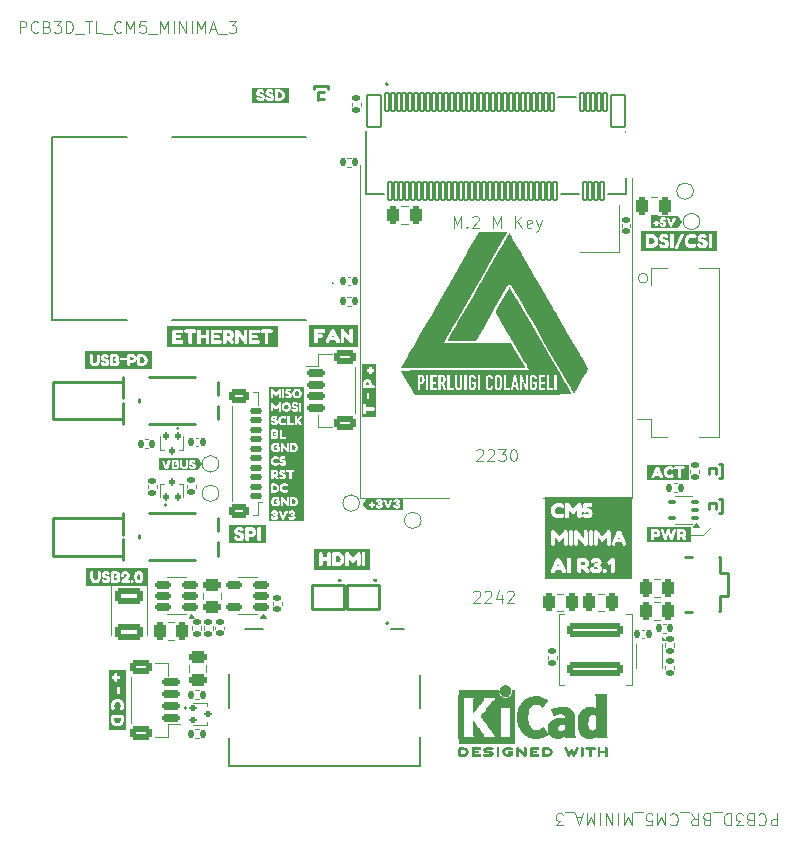
<source format=gto>
G04 #@! TF.GenerationSoftware,KiCad,Pcbnew,9.0.0*
G04 #@! TF.CreationDate,2025-04-23T15:58:58+02:00*
G04 #@! TF.ProjectId,CM5_MINIMA_3,434d355f-4d49-44e4-994d-415f332e6b69,2*
G04 #@! TF.SameCoordinates,Original*
G04 #@! TF.FileFunction,Legend,Top*
G04 #@! TF.FilePolarity,Positive*
%FSLAX46Y46*%
G04 Gerber Fmt 4.6, Leading zero omitted, Abs format (unit mm)*
G04 Created by KiCad (PCBNEW 9.0.0) date 2025-04-23 15:58:58*
%MOMM*%
%LPD*%
G01*
G04 APERTURE LIST*
G04 Aperture macros list*
%AMRoundRect*
0 Rectangle with rounded corners*
0 $1 Rounding radius*
0 $2 $3 $4 $5 $6 $7 $8 $9 X,Y pos of 4 corners*
0 Add a 4 corners polygon primitive as box body*
4,1,4,$2,$3,$4,$5,$6,$7,$8,$9,$2,$3,0*
0 Add four circle primitives for the rounded corners*
1,1,$1+$1,$2,$3*
1,1,$1+$1,$4,$5*
1,1,$1+$1,$6,$7*
1,1,$1+$1,$8,$9*
0 Add four rect primitives between the rounded corners*
20,1,$1+$1,$2,$3,$4,$5,0*
20,1,$1+$1,$4,$5,$6,$7,0*
20,1,$1+$1,$6,$7,$8,$9,0*
20,1,$1+$1,$8,$9,$2,$3,0*%
G04 Aperture macros list end*
%ADD10C,0.000000*%
%ADD11C,0.100000*%
%ADD12C,0.120000*%
%ADD13C,0.200000*%
%ADD14C,0.250000*%
%ADD15C,0.127000*%
%ADD16C,0.150000*%
%ADD17C,0.010000*%
%ADD18RoundRect,0.150000X0.512500X0.150000X-0.512500X0.150000X-0.512500X-0.150000X0.512500X-0.150000X0*%
%ADD19RoundRect,0.135000X-0.185000X0.135000X-0.185000X-0.135000X0.185000X-0.135000X0.185000X0.135000X0*%
%ADD20RoundRect,0.150000X0.625000X-0.150000X0.625000X0.150000X-0.625000X0.150000X-0.625000X-0.150000X0*%
%ADD21RoundRect,0.250000X0.650000X-0.350000X0.650000X0.350000X-0.650000X0.350000X-0.650000X-0.350000X0*%
%ADD22C,1.000000*%
%ADD23RoundRect,0.250000X-0.250000X-0.475000X0.250000X-0.475000X0.250000X0.475000X-0.250000X0.475000X0*%
%ADD24C,1.500000*%
%ADD25R,2.030000X0.700000*%
%ADD26R,3.100000X2.100000*%
%ADD27R,0.300000X0.500000*%
%ADD28R,1.750000X1.050000*%
%ADD29RoundRect,0.140000X0.170000X-0.140000X0.170000X0.140000X-0.170000X0.140000X-0.170000X-0.140000X0*%
%ADD30R,0.250000X0.680000*%
%ADD31C,4.500000*%
%ADD32C,5.400000*%
%ADD33RoundRect,0.135000X0.135000X0.185000X-0.135000X0.185000X-0.135000X-0.185000X0.135000X-0.185000X0*%
%ADD34R,0.800000X0.700000*%
%ADD35RoundRect,0.250000X2.100000X-0.340000X2.100000X0.340000X-2.100000X0.340000X-2.100000X-0.340000X0*%
%ADD36R,1.200000X1.400000*%
%ADD37RoundRect,0.250000X0.250000X0.475000X-0.250000X0.475000X-0.250000X-0.475000X0.250000X-0.475000X0*%
%ADD38RoundRect,0.250000X0.475000X-0.250000X0.475000X0.250000X-0.475000X0.250000X-0.475000X-0.250000X0*%
%ADD39RoundRect,0.135000X0.185000X-0.135000X0.185000X0.135000X-0.185000X0.135000X-0.185000X-0.135000X0*%
%ADD40C,2.600000*%
%ADD41C,3.800000*%
%ADD42RoundRect,0.150000X-0.625000X0.150000X-0.625000X-0.150000X0.625000X-0.150000X0.625000X0.150000X0*%
%ADD43RoundRect,0.250000X-0.650000X0.350000X-0.650000X-0.350000X0.650000X-0.350000X0.650000X0.350000X0*%
%ADD44RoundRect,0.100000X0.225000X0.100000X-0.225000X0.100000X-0.225000X-0.100000X0.225000X-0.100000X0*%
%ADD45RoundRect,0.125000X0.425000X-0.125000X0.425000X0.125000X-0.425000X0.125000X-0.425000X-0.125000X0*%
%ADD46RoundRect,0.250000X0.600000X-0.350000X0.600000X0.350000X-0.600000X0.350000X-0.600000X-0.350000X0*%
%ADD47RoundRect,0.140000X-0.140000X-0.170000X0.140000X-0.170000X0.140000X0.170000X-0.140000X0.170000X0*%
%ADD48RoundRect,0.250000X-0.925000X0.412500X-0.925000X-0.412500X0.925000X-0.412500X0.925000X0.412500X0*%
%ADD49C,0.800000*%
%ADD50O,1.800000X0.860000*%
%ADD51R,0.400000X1.100000*%
%ADD52C,1.150000*%
%ADD53C,1.650000*%
%ADD54RoundRect,0.102000X-0.150000X-0.775000X0.150000X-0.775000X0.150000X0.775000X-0.150000X0.775000X0*%
%ADD55RoundRect,0.102000X-0.600000X-1.375000X0.600000X-1.375000X0.600000X1.375000X-0.600000X1.375000X0*%
%ADD56RoundRect,0.140000X-0.170000X0.140000X-0.170000X-0.140000X0.170000X-0.140000X0.170000X0.140000X0*%
%ADD57R,0.300000X2.600000*%
%ADD58O,1.500000X3.300000*%
%ADD59O,1.500000X2.300000*%
%ADD60RoundRect,0.140000X0.140000X0.170000X-0.140000X0.170000X-0.140000X-0.170000X0.140000X-0.170000X0*%
%ADD61RoundRect,0.125000X-0.125000X0.175000X-0.125000X-0.175000X0.125000X-0.175000X0.125000X0.175000X0*%
%ADD62RoundRect,0.125000X0.125000X-0.175000X0.125000X0.175000X-0.125000X0.175000X-0.125000X-0.175000X0*%
%ADD63R,1.200000X0.700000*%
%ADD64R,0.950000X1.300000*%
%ADD65C,1.200000*%
%ADD66R,1.000000X1.500000*%
%ADD67R,0.700000X0.800000*%
%ADD68RoundRect,0.125000X-0.175000X-0.125000X0.175000X-0.125000X0.175000X0.125000X-0.175000X0.125000X0*%
%ADD69R,1.300000X0.300000*%
%ADD70R,2.200000X1.800000*%
%ADD71C,5.700000*%
%ADD72C,6.100000*%
%ADD73C,0.900000*%
%ADD74C,6.400000*%
%ADD75C,6.000000*%
G04 APERTURE END LIST*
D10*
G36*
X114740627Y-36554017D02*
G01*
X114744054Y-36555710D01*
X114748161Y-36558714D01*
X114752892Y-36562956D01*
X114758193Y-36568361D01*
X114764010Y-36574857D01*
X114770289Y-36582370D01*
X114784013Y-36600155D01*
X114798930Y-36621127D01*
X114814604Y-36644701D01*
X114830601Y-36670289D01*
X114846485Y-36697304D01*
X114915577Y-36817971D01*
X114974923Y-36920615D01*
X115486063Y-37800596D01*
X115685460Y-38146651D01*
X115796672Y-38342293D01*
X115815412Y-38375971D01*
X115833788Y-38408568D01*
X115851332Y-38439285D01*
X115867579Y-38467326D01*
X115882061Y-38491895D01*
X115894313Y-38512194D01*
X115903868Y-38527425D01*
X115910260Y-38536793D01*
X115916015Y-38544939D01*
X115923743Y-38556673D01*
X115943771Y-38588692D01*
X115967645Y-38628429D01*
X115992663Y-38671465D01*
X116331501Y-39255052D01*
X116555202Y-39641614D01*
X116644034Y-39796844D01*
X116701352Y-39898554D01*
X116720100Y-39932242D01*
X116738516Y-39964866D01*
X116756129Y-39995623D01*
X116772470Y-40023714D01*
X116787071Y-40048338D01*
X116799461Y-40068695D01*
X116809171Y-40083983D01*
X116815731Y-40093402D01*
X116851189Y-40150542D01*
X116930427Y-40283836D01*
X117173277Y-40699393D01*
X117842873Y-41851456D01*
X118106569Y-42306708D01*
X118207582Y-42482829D01*
X118269385Y-42592210D01*
X118306500Y-42658498D01*
X118340291Y-42717286D01*
X118354773Y-42741871D01*
X118367025Y-42762183D01*
X118376581Y-42777424D01*
X118382973Y-42786796D01*
X118388727Y-42794942D01*
X118396455Y-42806675D01*
X118416484Y-42838695D01*
X118440357Y-42878433D01*
X118465377Y-42921471D01*
X118651312Y-43244250D01*
X118856339Y-43596618D01*
X119025486Y-43884516D01*
X119103782Y-44013885D01*
X119110303Y-44023251D01*
X119119976Y-44038481D01*
X119146907Y-44083348D01*
X119180826Y-44142107D01*
X119217988Y-44208382D01*
X119380803Y-44493884D01*
X119644498Y-44949134D01*
X120314179Y-46101199D01*
X120445740Y-46327195D01*
X120556986Y-46516800D01*
X120636194Y-46650123D01*
X120660120Y-46689464D01*
X120671641Y-46707275D01*
X120678184Y-46716691D01*
X120687848Y-46731969D01*
X120714672Y-46776919D01*
X120748378Y-46835737D01*
X120785230Y-46902038D01*
X120842130Y-47003502D01*
X120930429Y-47158066D01*
X121152970Y-47542464D01*
X121430577Y-48018347D01*
X121328669Y-48186667D01*
X121283183Y-48262674D01*
X121234674Y-48345215D01*
X121188953Y-48424341D01*
X121151829Y-48490104D01*
X120745904Y-49203381D01*
X120335789Y-49914845D01*
X120326716Y-49929967D01*
X120317601Y-49944757D01*
X120308503Y-49959133D01*
X120299482Y-49973016D01*
X120290598Y-49986325D01*
X120281911Y-49998978D01*
X120273480Y-50010896D01*
X120265366Y-50021998D01*
X120257629Y-50032203D01*
X120250328Y-50041430D01*
X120243523Y-50049599D01*
X120237275Y-50056629D01*
X120231642Y-50062440D01*
X120226685Y-50066951D01*
X120224479Y-50068694D01*
X120222464Y-50070082D01*
X120220648Y-50071104D01*
X120219039Y-50071751D01*
X120217201Y-50071608D01*
X120214711Y-50070288D01*
X120207847Y-50064229D01*
X120198594Y-50053804D01*
X120187102Y-50039242D01*
X120157995Y-49998620D01*
X120121716Y-49944195D01*
X120079456Y-49877801D01*
X120032405Y-49801270D01*
X119981754Y-49716432D01*
X119928693Y-49625122D01*
X119631387Y-49110022D01*
X119283349Y-48511186D01*
X118447808Y-47074577D01*
X117950364Y-46217466D01*
X117612002Y-45637966D01*
X117326150Y-45148303D01*
X117159225Y-44859791D01*
X117042208Y-44657823D01*
X116706882Y-44081619D01*
X116258146Y-43310995D01*
X115862471Y-42630074D01*
X115512345Y-42027556D01*
X115346616Y-41744015D01*
X115224781Y-41533029D01*
X115033167Y-41198381D01*
X115006963Y-41152851D01*
X114981392Y-41109164D01*
X114956555Y-41067470D01*
X114932555Y-41027921D01*
X114909494Y-40990667D01*
X114887473Y-40955858D01*
X114866596Y-40923647D01*
X114846963Y-40894183D01*
X114828676Y-40867617D01*
X114811839Y-40844100D01*
X114796552Y-40823783D01*
X114782918Y-40806816D01*
X114771040Y-40793351D01*
X114761018Y-40783537D01*
X114756735Y-40780047D01*
X114752954Y-40777527D01*
X114749689Y-40775995D01*
X114746952Y-40775470D01*
X114744604Y-40775549D01*
X114742200Y-40775801D01*
X114739747Y-40776221D01*
X114737248Y-40776805D01*
X114734709Y-40777549D01*
X114732135Y-40778449D01*
X114726902Y-40780697D01*
X114721588Y-40783517D01*
X114716232Y-40786874D01*
X114710876Y-40790733D01*
X114705559Y-40795062D01*
X114700320Y-40799826D01*
X114695200Y-40804991D01*
X114690239Y-40810524D01*
X114685476Y-40816389D01*
X114680951Y-40822553D01*
X114676704Y-40828983D01*
X114672776Y-40835643D01*
X114669205Y-40842501D01*
X114610988Y-40949504D01*
X114462624Y-41211490D01*
X113796239Y-42374428D01*
X113344691Y-43163060D01*
X112561508Y-44530004D01*
X112040735Y-45438810D01*
X111907819Y-45671610D01*
X110711653Y-45675478D01*
X110425564Y-45675939D01*
X110179888Y-45675312D01*
X109973927Y-45673580D01*
X109806979Y-45670729D01*
X109678344Y-45666742D01*
X109628175Y-45664317D01*
X109587321Y-45661602D01*
X109555696Y-45658596D01*
X109533211Y-45655295D01*
X109519779Y-45651699D01*
X109516430Y-45649790D01*
X109515312Y-45647805D01*
X109524141Y-45621659D01*
X109550555Y-45566834D01*
X109655247Y-45372748D01*
X109827612Y-45068762D01*
X110065868Y-44658087D01*
X110144619Y-44522558D01*
X110222728Y-44386743D01*
X110291171Y-44266421D01*
X110340926Y-44177374D01*
X110577869Y-43758958D01*
X110916607Y-43170964D01*
X111698560Y-41804017D01*
X111710909Y-41782282D01*
X111723307Y-41760819D01*
X111735422Y-41740184D01*
X111746920Y-41720930D01*
X111757469Y-41703612D01*
X111766734Y-41688785D01*
X111774384Y-41677002D01*
X111780084Y-41668818D01*
X111786412Y-41659411D01*
X111795858Y-41644122D01*
X111822268Y-41599093D01*
X111855631Y-41540126D01*
X111892268Y-41473615D01*
X111944222Y-41379822D01*
X112019295Y-41246590D01*
X112198601Y-40932811D01*
X112377949Y-40619074D01*
X112453053Y-40485871D01*
X112505022Y-40392093D01*
X112541658Y-40325568D01*
X112575022Y-40266571D01*
X112589327Y-40241900D01*
X112601432Y-40221513D01*
X112610879Y-40206215D01*
X112617207Y-40196804D01*
X112622908Y-40188620D01*
X112630559Y-40176837D01*
X112650379Y-40144690D01*
X112673994Y-40104800D01*
X112698732Y-40061602D01*
X113034143Y-39475731D01*
X113711043Y-38296185D01*
X114040199Y-37718294D01*
X114079223Y-37649207D01*
X114129946Y-37561031D01*
X114185805Y-37465108D01*
X114240234Y-37372780D01*
X114302366Y-37266726D01*
X114379204Y-37133435D01*
X114460987Y-36989951D01*
X114537957Y-36853322D01*
X114555722Y-36821882D01*
X114573292Y-36791424D01*
X114590564Y-36762101D01*
X114607433Y-36734067D01*
X114623796Y-36707475D01*
X114639549Y-36682479D01*
X114654587Y-36659231D01*
X114668806Y-36637886D01*
X114682104Y-36618597D01*
X114694375Y-36601516D01*
X114705516Y-36586799D01*
X114715422Y-36574597D01*
X114723991Y-36565064D01*
X114727741Y-36561347D01*
X114731117Y-36558354D01*
X114734107Y-36556106D01*
X114736697Y-36554621D01*
X114738875Y-36553918D01*
X114740627Y-36554017D01*
G37*
G36*
X115289074Y-49390036D02*
G01*
X115105556Y-49390036D01*
X115195515Y-48925926D01*
X115199115Y-48925924D01*
X115289074Y-49390036D01*
G37*
D11*
X130130000Y-62070000D02*
X131110000Y-62070000D01*
D10*
G36*
X113789393Y-48729882D02*
G01*
X113795521Y-48730263D01*
X113801537Y-48730897D01*
X113807440Y-48731785D01*
X113813231Y-48732926D01*
X113818909Y-48734320D01*
X113824474Y-48735967D01*
X113829928Y-48737868D01*
X113835269Y-48740021D01*
X113840497Y-48742428D01*
X113845613Y-48745087D01*
X113850616Y-48747999D01*
X113855508Y-48751164D01*
X113860286Y-48754581D01*
X113864953Y-48758251D01*
X113869507Y-48762173D01*
X113874082Y-48766136D01*
X113878361Y-48770381D01*
X113882346Y-48774908D01*
X113886035Y-48779715D01*
X113889429Y-48784804D01*
X113892528Y-48790174D01*
X113895332Y-48795826D01*
X113897840Y-48801758D01*
X113900054Y-48807972D01*
X113901972Y-48814467D01*
X113903595Y-48821243D01*
X113904922Y-48828299D01*
X113905955Y-48835637D01*
X113906692Y-48843256D01*
X113907134Y-48851155D01*
X113907282Y-48859336D01*
X113907283Y-49535780D01*
X113907135Y-49543967D01*
X113906693Y-49551889D01*
X113905955Y-49559545D01*
X113904923Y-49566935D01*
X113903595Y-49574058D01*
X113901972Y-49580915D01*
X113900054Y-49587505D01*
X113897841Y-49593828D01*
X113895332Y-49599884D01*
X113892529Y-49605673D01*
X113889430Y-49611194D01*
X113886036Y-49616449D01*
X113882346Y-49621435D01*
X113878362Y-49626154D01*
X113874082Y-49630604D01*
X113869507Y-49634787D01*
X113864952Y-49638490D01*
X113860286Y-49641954D01*
X113855507Y-49645179D01*
X113850616Y-49648165D01*
X113845612Y-49650912D01*
X113840496Y-49653419D01*
X113835267Y-49655688D01*
X113829927Y-49657718D01*
X113824473Y-49659508D01*
X113818907Y-49661060D01*
X113813229Y-49662373D01*
X113807439Y-49663447D01*
X113801535Y-49664282D01*
X113795520Y-49664878D01*
X113789392Y-49665236D01*
X113783151Y-49665355D01*
X113776903Y-49665236D01*
X113770752Y-49664878D01*
X113764699Y-49664282D01*
X113758743Y-49663447D01*
X113752886Y-49662373D01*
X113747126Y-49661060D01*
X113741465Y-49659508D01*
X113735902Y-49657717D01*
X113730437Y-49655688D01*
X113725071Y-49653419D01*
X113719803Y-49650911D01*
X113714634Y-49648164D01*
X113709564Y-49645178D01*
X113704593Y-49641953D01*
X113699721Y-49638488D01*
X113694949Y-49634784D01*
X113690592Y-49630602D01*
X113686518Y-49626152D01*
X113682725Y-49621434D01*
X113679215Y-49616447D01*
X113675986Y-49611194D01*
X113673039Y-49605672D01*
X113670373Y-49599884D01*
X113667989Y-49593828D01*
X113665885Y-49587505D01*
X113664063Y-49580915D01*
X113662521Y-49574058D01*
X113661260Y-49566935D01*
X113660279Y-49559545D01*
X113659579Y-49551889D01*
X113659158Y-49543967D01*
X113659018Y-49535780D01*
X113659018Y-48859333D01*
X113659158Y-48851153D01*
X113659578Y-48843253D01*
X113660278Y-48835635D01*
X113661259Y-48828297D01*
X113662520Y-48821241D01*
X113664062Y-48814466D01*
X113665884Y-48807971D01*
X113667988Y-48801758D01*
X113670372Y-48795826D01*
X113673038Y-48790175D01*
X113675986Y-48784805D01*
X113679215Y-48779716D01*
X113682726Y-48774908D01*
X113686518Y-48770382D01*
X113690593Y-48766137D01*
X113694950Y-48762173D01*
X113699723Y-48758251D01*
X113704595Y-48754581D01*
X113709565Y-48751164D01*
X113714635Y-48747999D01*
X113719804Y-48745087D01*
X113725071Y-48742428D01*
X113730437Y-48740021D01*
X113735902Y-48737868D01*
X113741465Y-48735967D01*
X113747126Y-48734320D01*
X113752886Y-48732926D01*
X113758744Y-48731785D01*
X113764699Y-48730897D01*
X113770753Y-48730263D01*
X113776904Y-48729882D01*
X113783152Y-48729755D01*
X113789393Y-48729882D01*
G37*
D11*
X131110000Y-62070000D02*
X131780000Y-61400000D01*
D10*
G36*
X109010874Y-48729950D02*
G01*
X109022076Y-48730542D01*
X109032798Y-48731529D01*
X109043042Y-48732909D01*
X109052807Y-48734684D01*
X109062094Y-48736853D01*
X109070903Y-48739416D01*
X109075128Y-48740845D01*
X109079233Y-48742373D01*
X109083219Y-48743999D01*
X109087086Y-48745723D01*
X109090833Y-48747546D01*
X109094461Y-48749467D01*
X109097969Y-48751486D01*
X109101358Y-48753603D01*
X109104628Y-48755819D01*
X109107778Y-48758134D01*
X109110809Y-48760546D01*
X109113721Y-48763057D01*
X109116513Y-48765666D01*
X109119186Y-48768373D01*
X109121740Y-48771178D01*
X109124174Y-48774081D01*
X109126489Y-48777083D01*
X109128685Y-48780183D01*
X109130668Y-48783598D01*
X109132566Y-48787097D01*
X109134380Y-48790679D01*
X109136111Y-48794346D01*
X109137757Y-48798097D01*
X109139319Y-48801932D01*
X109140796Y-48805852D01*
X109142190Y-48809855D01*
X109143499Y-48813944D01*
X109144724Y-48818116D01*
X109145864Y-48822373D01*
X109146920Y-48826715D01*
X109147891Y-48831141D01*
X109148777Y-48835652D01*
X109149579Y-48840248D01*
X109150296Y-48844929D01*
X109151563Y-48854122D01*
X109152665Y-48863712D01*
X109153601Y-48873698D01*
X109154369Y-48884078D01*
X109154969Y-48894852D01*
X109155398Y-48906019D01*
X109155657Y-48917577D01*
X109155743Y-48929527D01*
X109155657Y-48941502D01*
X109155398Y-48953140D01*
X109154969Y-48964440D01*
X109154369Y-48975403D01*
X109153601Y-48986029D01*
X109152666Y-48996317D01*
X109151564Y-49006268D01*
X109150297Y-49015881D01*
X109149587Y-49020337D01*
X109148808Y-49024708D01*
X109147959Y-49028994D01*
X109147040Y-49033195D01*
X109146050Y-49037312D01*
X109144991Y-49041344D01*
X109143862Y-49045291D01*
X109142662Y-49049154D01*
X109141393Y-49052933D01*
X109140052Y-49056627D01*
X109138642Y-49060238D01*
X109137161Y-49063764D01*
X109135609Y-49067206D01*
X109133987Y-49070564D01*
X109132293Y-49073838D01*
X109130530Y-49077029D01*
X109128457Y-49080134D01*
X109126285Y-49083154D01*
X109124015Y-49086089D01*
X109121647Y-49088938D01*
X109119180Y-49091703D01*
X109116615Y-49094383D01*
X109113952Y-49096979D01*
X109111190Y-49099490D01*
X109108329Y-49101917D01*
X109105370Y-49104260D01*
X109102313Y-49106518D01*
X109099158Y-49108693D01*
X109095904Y-49110784D01*
X109092551Y-49112792D01*
X109089100Y-49114716D01*
X109085551Y-49116556D01*
X109081875Y-49118083D01*
X109078044Y-49119511D01*
X109074058Y-49120843D01*
X109069916Y-49122077D01*
X109065620Y-49123212D01*
X109061168Y-49124250D01*
X109056562Y-49125190D01*
X109051801Y-49126032D01*
X109046885Y-49126775D01*
X109041815Y-49127420D01*
X109031212Y-49128413D01*
X109019992Y-49129010D01*
X109008155Y-49129210D01*
X108903790Y-49129207D01*
X108903789Y-48729758D01*
X108999194Y-48729753D01*
X109010874Y-48729950D01*
G37*
G36*
X113990913Y-36430523D02*
G01*
X114103615Y-36431153D01*
X114200528Y-36432171D01*
X114282749Y-36433614D01*
X114351370Y-36435522D01*
X114407488Y-36437931D01*
X114431200Y-36439336D01*
X114452197Y-36440881D01*
X114470615Y-36442570D01*
X114486592Y-36444409D01*
X114500264Y-36446401D01*
X114511768Y-36448553D01*
X114521241Y-36450868D01*
X114528819Y-36453351D01*
X114534640Y-36456008D01*
X114538841Y-36458842D01*
X114540376Y-36460327D01*
X114541558Y-36461859D01*
X114542402Y-36463438D01*
X114542928Y-36465064D01*
X114543088Y-36468460D01*
X114542175Y-36472054D01*
X114535285Y-36487057D01*
X114522169Y-36512617D01*
X114480319Y-36589857D01*
X114422749Y-36692687D01*
X114355582Y-36810015D01*
X113353564Y-38560160D01*
X113341207Y-38581895D01*
X113328796Y-38603357D01*
X113316667Y-38623993D01*
X113305154Y-38643247D01*
X113294592Y-38660566D01*
X113285314Y-38675394D01*
X113277656Y-38687178D01*
X113271953Y-38695364D01*
X113265624Y-38704774D01*
X113256174Y-38720072D01*
X113229747Y-38765129D01*
X113196355Y-38824125D01*
X113159678Y-38890650D01*
X113000000Y-39175000D01*
X112742391Y-39626657D01*
X111448012Y-41887297D01*
X110795991Y-43021443D01*
X110348834Y-43802516D01*
X109898076Y-44591144D01*
X109786242Y-44786436D01*
X109471125Y-45334707D01*
X109369962Y-45512047D01*
X109286316Y-45661776D01*
X109253778Y-45721359D01*
X109228879Y-45768127D01*
X109212706Y-45800109D01*
X109208231Y-45809939D01*
X109206346Y-45815333D01*
X109250617Y-45822384D01*
X109385469Y-45828722D01*
X109923466Y-45839209D01*
X112048466Y-45851089D01*
X114895857Y-45856798D01*
X115164677Y-46320646D01*
X115490163Y-46881833D01*
X115546624Y-46979294D01*
X115602787Y-47077036D01*
X115874244Y-47542378D01*
X115957886Y-47686109D01*
X116026372Y-47805861D01*
X116052727Y-47852835D01*
X116072646Y-47889122D01*
X116085248Y-47913159D01*
X116088529Y-47920095D01*
X116089650Y-47923381D01*
X114543819Y-47938004D01*
X110827176Y-47954131D01*
X107110536Y-47959634D01*
X105979933Y-47956157D01*
X105564702Y-47948771D01*
X105583993Y-47908416D01*
X105636950Y-47809615D01*
X105814465Y-47489182D01*
X106038449Y-47092496D01*
X106250107Y-46724580D01*
X106637876Y-46048665D01*
X107025470Y-45372660D01*
X107447201Y-44637004D01*
X107822708Y-43975758D01*
X107858085Y-43912598D01*
X107899440Y-43840560D01*
X107941632Y-43768521D01*
X107979520Y-43705355D01*
X108141007Y-43428932D01*
X108413412Y-42954238D01*
X109091349Y-41767561D01*
X109586119Y-40903909D01*
X110029148Y-40130302D01*
X111143787Y-38185042D01*
X111255884Y-37989748D01*
X112041438Y-36615339D01*
X112053951Y-36593449D01*
X112066818Y-36571542D01*
X112079674Y-36550206D01*
X112092152Y-36530025D01*
X112103886Y-36511586D01*
X112114509Y-36495475D01*
X112123655Y-36482278D01*
X112130957Y-36472581D01*
X112138472Y-36467380D01*
X112152632Y-36462616D01*
X112203110Y-36454320D01*
X112286847Y-36447542D01*
X112408298Y-36442129D01*
X112782158Y-36434798D01*
X113360329Y-36431116D01*
X113713766Y-36430273D01*
X113861329Y-36430242D01*
X113990913Y-36430523D01*
G37*
G36*
X107240849Y-48729820D02*
G01*
X107247301Y-48730012D01*
X107253556Y-48730331D01*
X107259614Y-48730778D01*
X107265475Y-48731352D01*
X107271139Y-48732053D01*
X107276606Y-48732880D01*
X107281876Y-48733835D01*
X107286950Y-48734915D01*
X107291827Y-48736122D01*
X107296507Y-48737455D01*
X107300990Y-48738914D01*
X107305277Y-48740499D01*
X107309367Y-48742210D01*
X107313260Y-48744046D01*
X107316957Y-48746007D01*
X107320499Y-48748087D01*
X107323930Y-48750278D01*
X107327249Y-48752582D01*
X107330457Y-48754997D01*
X107333552Y-48757524D01*
X107336536Y-48760163D01*
X107339407Y-48762914D01*
X107342166Y-48765778D01*
X107344812Y-48768754D01*
X107347346Y-48771843D01*
X107349767Y-48775044D01*
X107352076Y-48778358D01*
X107354271Y-48781785D01*
X107356354Y-48785325D01*
X107358323Y-48788979D01*
X107360179Y-48792745D01*
X107361929Y-48796611D01*
X107363579Y-48800560D01*
X107365131Y-48804593D01*
X107366584Y-48808710D01*
X107367938Y-48812912D01*
X107369194Y-48817197D01*
X107370351Y-48821567D01*
X107371409Y-48826021D01*
X107372369Y-48830559D01*
X107373231Y-48835182D01*
X107373995Y-48839889D01*
X107374661Y-48844681D01*
X107375228Y-48849557D01*
X107375698Y-48854519D01*
X107376344Y-48864695D01*
X107377124Y-48884829D01*
X107377671Y-48905645D01*
X107377994Y-48927136D01*
X107378100Y-48949293D01*
X107378043Y-48961295D01*
X107377874Y-48973013D01*
X107377592Y-48984447D01*
X107377198Y-48995599D01*
X107376691Y-49006470D01*
X107376072Y-49017061D01*
X107375341Y-49027373D01*
X107374498Y-49037408D01*
X107374224Y-49042307D01*
X107373853Y-49047107D01*
X107373383Y-49051810D01*
X107372815Y-49056414D01*
X107372150Y-49060920D01*
X107371386Y-49065329D01*
X107370524Y-49069638D01*
X107369564Y-49073850D01*
X107368505Y-49077963D01*
X107367348Y-49081977D01*
X107366093Y-49085894D01*
X107364738Y-49089711D01*
X107363286Y-49093430D01*
X107361734Y-49097050D01*
X107360083Y-49100571D01*
X107358334Y-49103994D01*
X107356471Y-49107543D01*
X107354482Y-49110994D01*
X107352366Y-49114347D01*
X107350124Y-49117601D01*
X107347756Y-49120757D01*
X107345261Y-49123814D01*
X107342640Y-49126773D01*
X107339892Y-49129634D01*
X107337017Y-49132396D01*
X107334017Y-49135060D01*
X107330889Y-49137625D01*
X107327635Y-49140092D01*
X107324255Y-49142461D01*
X107320748Y-49144731D01*
X107317115Y-49146903D01*
X107313355Y-49148976D01*
X107309433Y-49150936D01*
X107305315Y-49152770D01*
X107301000Y-49154476D01*
X107296488Y-49156055D01*
X107291779Y-49157508D01*
X107286874Y-49158834D01*
X107281772Y-49160033D01*
X107276473Y-49161106D01*
X107270977Y-49162052D01*
X107265285Y-49162872D01*
X107259396Y-49163565D01*
X107253310Y-49164133D01*
X107247027Y-49164574D01*
X107240547Y-49164889D01*
X107226997Y-49165142D01*
X107138796Y-49165139D01*
X107138796Y-48729755D01*
X107234201Y-48729755D01*
X107240849Y-48729820D01*
G37*
G36*
X114752633Y-41121723D02*
G01*
X114759600Y-41128547D01*
X114780491Y-41154787D01*
X114809666Y-41196285D01*
X114845936Y-41251200D01*
X114888111Y-41317693D01*
X114935002Y-41393922D01*
X114985420Y-41478048D01*
X115038176Y-41568231D01*
X115237102Y-41911699D01*
X115350921Y-42107014D01*
X115795353Y-42870164D01*
X116639239Y-44321797D01*
X117553056Y-45893080D01*
X118341070Y-47247376D01*
X119003459Y-48384682D01*
X119395531Y-49058049D01*
X119508769Y-49252640D01*
X119795250Y-49745299D01*
X119841437Y-49825360D01*
X119884527Y-49901276D01*
X119923578Y-49971299D01*
X119957645Y-50033679D01*
X119985788Y-50086670D01*
X120007063Y-50128521D01*
X120014831Y-50144723D01*
X120020528Y-50157484D01*
X120024036Y-50166587D01*
X120025239Y-50171811D01*
X119630978Y-50187032D01*
X118420531Y-50200706D01*
X113385718Y-50224698D01*
X106746195Y-50246399D01*
X106510054Y-49838071D01*
X108720271Y-49838071D01*
X108903790Y-49838068D01*
X108903789Y-49291117D01*
X109013603Y-49291117D01*
X109184470Y-49838071D01*
X109378794Y-49838068D01*
X109180867Y-49253343D01*
X109191677Y-49247151D01*
X109202065Y-49240720D01*
X109212033Y-49234051D01*
X109221579Y-49227143D01*
X109230704Y-49219996D01*
X109239407Y-49212609D01*
X109247689Y-49204984D01*
X109255549Y-49197121D01*
X109262988Y-49189018D01*
X109270004Y-49180676D01*
X109276599Y-49172095D01*
X109282772Y-49163276D01*
X109288523Y-49154217D01*
X109293852Y-49144919D01*
X109298759Y-49135383D01*
X109303243Y-49125607D01*
X109307600Y-49115578D01*
X109311674Y-49105280D01*
X109315467Y-49094715D01*
X109318978Y-49083882D01*
X109322206Y-49072780D01*
X109325154Y-49061411D01*
X109327820Y-49049775D01*
X109330204Y-49037871D01*
X109332308Y-49025701D01*
X109334130Y-49013263D01*
X109335672Y-49000558D01*
X109336933Y-48987587D01*
X109337913Y-48974349D01*
X109338614Y-48960845D01*
X109339034Y-48947075D01*
X109339174Y-48933039D01*
X109338857Y-48909905D01*
X109337909Y-48887505D01*
X109336328Y-48865840D01*
X109334115Y-48844909D01*
X109331269Y-48824713D01*
X109327791Y-48805252D01*
X109323681Y-48786525D01*
X109318938Y-48768533D01*
X109313563Y-48751275D01*
X109307556Y-48734752D01*
X109300916Y-48718963D01*
X109293643Y-48703908D01*
X109285738Y-48689588D01*
X109277201Y-48676003D01*
X109268031Y-48663152D01*
X109258228Y-48651035D01*
X109247794Y-48639653D01*
X109236726Y-48629005D01*
X109225026Y-48619092D01*
X109212694Y-48609913D01*
X109199728Y-48601468D01*
X109186131Y-48593758D01*
X109171900Y-48586782D01*
X109157037Y-48580540D01*
X109141542Y-48575033D01*
X109125414Y-48570260D01*
X109108653Y-48566221D01*
X109091259Y-48562917D01*
X109073233Y-48560347D01*
X109054575Y-48558511D01*
X109035283Y-48557410D01*
X109015499Y-48557045D01*
X109486761Y-48557045D01*
X109486763Y-49838068D01*
X110033716Y-49838068D01*
X110033716Y-49654551D01*
X109670280Y-49654553D01*
X109670280Y-49550187D01*
X109670280Y-48557042D01*
X110152401Y-48557042D01*
X110152401Y-49550187D01*
X110152493Y-49558022D01*
X110152769Y-49565787D01*
X110153229Y-49573482D01*
X110153873Y-49581106D01*
X110154700Y-49588660D01*
X110155711Y-49596143D01*
X110156904Y-49603556D01*
X110158281Y-49610899D01*
X110159840Y-49618171D01*
X110161582Y-49625374D01*
X110163507Y-49632505D01*
X110165613Y-49639567D01*
X110167901Y-49646559D01*
X110170371Y-49653480D01*
X110173023Y-49660332D01*
X110175856Y-49667113D01*
X110178850Y-49673594D01*
X110181984Y-49679989D01*
X110185258Y-49686301D01*
X110188672Y-49692528D01*
X110192226Y-49698671D01*
X110195921Y-49704729D01*
X110199756Y-49710703D01*
X110203732Y-49716593D01*
X110207848Y-49722398D01*
X110212104Y-49728119D01*
X110216502Y-49733756D01*
X110221040Y-49739308D01*
X110225719Y-49744776D01*
X110230539Y-49750160D01*
X110235500Y-49755459D01*
X110240602Y-49760674D01*
X110245817Y-49765777D01*
X110251116Y-49770741D01*
X110256500Y-49775566D01*
X110261968Y-49780251D01*
X110267520Y-49784796D01*
X110273157Y-49789201D01*
X110278878Y-49793465D01*
X110284683Y-49797590D01*
X110290573Y-49801573D01*
X110296547Y-49805416D01*
X110302606Y-49809118D01*
X110308748Y-49812679D01*
X110314975Y-49816099D01*
X110321287Y-49819377D01*
X110327682Y-49822513D01*
X110334162Y-49825508D01*
X110340938Y-49828340D01*
X110347770Y-49830989D01*
X110354658Y-49833454D01*
X110361604Y-49835737D01*
X110368606Y-49837837D01*
X110375664Y-49839753D01*
X110382778Y-49841487D01*
X110389949Y-49843038D01*
X110397176Y-49844406D01*
X110404460Y-49845592D01*
X110411799Y-49846595D01*
X110419194Y-49847415D01*
X110426646Y-49848053D01*
X110434153Y-49848508D01*
X110441716Y-49848781D01*
X110449334Y-49848872D01*
X110456952Y-49848781D01*
X110464512Y-49848508D01*
X110472015Y-49848053D01*
X110479460Y-49847415D01*
X110486849Y-49846595D01*
X110494181Y-49845592D01*
X110501456Y-49844406D01*
X110508675Y-49843038D01*
X110515837Y-49841487D01*
X110522944Y-49839753D01*
X110529153Y-49838065D01*
X110529995Y-49837837D01*
X110536990Y-49835737D01*
X110543929Y-49833454D01*
X110550814Y-49830989D01*
X110557643Y-49828340D01*
X110564417Y-49825508D01*
X110571115Y-49822514D01*
X110577716Y-49819378D01*
X110584219Y-49816100D01*
X110590625Y-49812680D01*
X110596933Y-49809120D01*
X110603143Y-49805418D01*
X110609254Y-49801575D01*
X110615268Y-49797591D01*
X110621183Y-49793467D01*
X110627000Y-49789202D01*
X110632718Y-49784797D01*
X110638337Y-49780252D01*
X110643857Y-49775567D01*
X110649279Y-49770743D01*
X110654600Y-49765779D01*
X110659823Y-49760676D01*
X110664918Y-49755461D01*
X110669859Y-49750161D01*
X110674646Y-49744777D01*
X110679278Y-49739309D01*
X110683756Y-49733756D01*
X110688080Y-49728119D01*
X110692249Y-49722398D01*
X110696264Y-49716592D01*
X110700124Y-49710702D01*
X110703829Y-49704728D01*
X110707380Y-49698670D01*
X110710776Y-49692527D01*
X110714017Y-49686300D01*
X110717103Y-49679989D01*
X110720034Y-49673593D01*
X110722810Y-49667113D01*
X110725642Y-49660332D01*
X110728291Y-49653480D01*
X110730757Y-49646558D01*
X110733040Y-49639566D01*
X110735140Y-49632504D01*
X110737057Y-49625373D01*
X110738791Y-49618171D01*
X110740342Y-49610898D01*
X110741711Y-49603556D01*
X110742896Y-49596143D01*
X110743900Y-49588660D01*
X110744720Y-49581107D01*
X110745358Y-49573483D01*
X110745814Y-49565789D01*
X110746087Y-49558024D01*
X110746178Y-49550189D01*
X110746178Y-48557045D01*
X110924251Y-48557045D01*
X110924251Y-49838065D01*
X111107768Y-49838068D01*
X111107769Y-48859336D01*
X111275122Y-48859336D01*
X111275123Y-49535780D01*
X111275229Y-49545808D01*
X111275544Y-49555654D01*
X111276070Y-49565318D01*
X111276807Y-49574798D01*
X111277755Y-49584096D01*
X111278913Y-49593212D01*
X111280282Y-49602145D01*
X111281861Y-49610895D01*
X111283652Y-49619462D01*
X111285653Y-49627847D01*
X111287865Y-49636049D01*
X111290289Y-49644069D01*
X111292923Y-49651905D01*
X111295769Y-49659559D01*
X111298825Y-49667031D01*
X111302093Y-49674320D01*
X111305537Y-49681440D01*
X111309120Y-49688406D01*
X111312844Y-49695219D01*
X111316709Y-49701877D01*
X111320713Y-49708382D01*
X111324858Y-49714732D01*
X111329144Y-49720928D01*
X111333570Y-49726969D01*
X111338136Y-49732856D01*
X111342843Y-49738588D01*
X111347691Y-49744165D01*
X111352680Y-49749588D01*
X111357809Y-49754855D01*
X111363079Y-49759967D01*
X111368490Y-49764923D01*
X111374041Y-49769724D01*
X111379481Y-49774593D01*
X111385005Y-49779307D01*
X111390614Y-49783864D01*
X111396307Y-49788265D01*
X111402085Y-49792512D01*
X111407947Y-49796602D01*
X111413893Y-49800538D01*
X111419924Y-49804319D01*
X111426039Y-49807946D01*
X111432239Y-49811417D01*
X111438522Y-49814735D01*
X111444890Y-49817899D01*
X111451343Y-49820909D01*
X111457879Y-49823765D01*
X111464500Y-49826468D01*
X111471205Y-49829018D01*
X111485148Y-49833659D01*
X111499094Y-49837687D01*
X111506067Y-49839470D01*
X111513041Y-49841099D01*
X111520014Y-49842573D01*
X111526988Y-49843893D01*
X111533962Y-49845059D01*
X111540935Y-49846070D01*
X111547909Y-49846926D01*
X111554882Y-49847626D01*
X111561855Y-49848172D01*
X111568828Y-49848562D01*
X111575800Y-49848796D01*
X111582772Y-49848875D01*
X111589737Y-49848797D01*
X111596687Y-49848563D01*
X111603622Y-49848173D01*
X111610544Y-49847628D01*
X111617450Y-49846927D01*
X111624343Y-49846071D01*
X111631221Y-49845060D01*
X111638085Y-49843895D01*
X111644935Y-49842575D01*
X111651771Y-49841100D01*
X111658593Y-49839471D01*
X111663942Y-49838071D01*
X112057778Y-49838071D01*
X112241297Y-49838068D01*
X112241296Y-49546586D01*
X112743270Y-49546586D01*
X112743375Y-49557486D01*
X112743691Y-49568147D01*
X112744218Y-49578570D01*
X112744955Y-49588754D01*
X112745903Y-49598700D01*
X112747061Y-49608406D01*
X112748430Y-49617874D01*
X112750010Y-49627102D01*
X112751801Y-49636092D01*
X112753802Y-49644843D01*
X112756014Y-49653355D01*
X112758437Y-49661628D01*
X112761072Y-49669661D01*
X112763917Y-49677456D01*
X112766973Y-49685011D01*
X112770241Y-49692327D01*
X112773895Y-49699221D01*
X112777661Y-49705959D01*
X112781540Y-49712543D01*
X112785531Y-49718970D01*
X112789634Y-49725243D01*
X112793849Y-49731361D01*
X112798177Y-49737324D01*
X112802617Y-49743132D01*
X112807170Y-49748786D01*
X112811835Y-49754285D01*
X112816613Y-49759630D01*
X112821503Y-49764821D01*
X112826506Y-49769857D01*
X112831621Y-49774740D01*
X112836849Y-49779468D01*
X112842190Y-49784043D01*
X112847630Y-49788457D01*
X112853154Y-49792703D01*
X112858763Y-49796782D01*
X112864456Y-49800693D01*
X112870234Y-49804435D01*
X112876096Y-49808009D01*
X112882042Y-49811415D01*
X112888073Y-49814652D01*
X112894188Y-49817720D01*
X112900387Y-49820620D01*
X112906671Y-49823350D01*
X112913039Y-49825912D01*
X112919491Y-49828304D01*
X112926028Y-49830527D01*
X112932649Y-49832581D01*
X112939353Y-49834465D01*
X112952818Y-49837839D01*
X112966224Y-49840764D01*
X112979572Y-49843240D01*
X112992864Y-49845267D01*
X113006099Y-49846844D01*
X113019279Y-49847971D01*
X113032404Y-49848648D01*
X113045475Y-49848875D01*
X113053086Y-49848783D01*
X113060626Y-49848510D01*
X113068096Y-49848054D01*
X113075495Y-49847416D01*
X113082823Y-49846596D01*
X113090082Y-49845592D01*
X113097269Y-49844407D01*
X113104387Y-49843038D01*
X113111434Y-49841487D01*
X113118411Y-49839753D01*
X113125318Y-49837836D01*
X113132154Y-49835736D01*
X113138921Y-49833453D01*
X113145618Y-49830987D01*
X113152244Y-49828338D01*
X113158801Y-49825505D01*
X113165492Y-49822294D01*
X113172071Y-49818955D01*
X113178537Y-49815489D01*
X113184890Y-49811897D01*
X113191131Y-49808178D01*
X113197260Y-49804332D01*
X113203276Y-49800359D01*
X113209180Y-49796260D01*
X113214972Y-49792034D01*
X113220650Y-49787682D01*
X113226217Y-49783204D01*
X113231671Y-49778599D01*
X113237012Y-49773868D01*
X113242241Y-49769011D01*
X113247358Y-49764027D01*
X113252362Y-49758917D01*
X113257240Y-49753702D01*
X113261979Y-49748403D01*
X113266578Y-49743019D01*
X113271038Y-49737551D01*
X113275358Y-49731999D01*
X113279537Y-49726362D01*
X113283577Y-49720641D01*
X113287476Y-49714836D01*
X113291234Y-49708946D01*
X113294852Y-49702972D01*
X113298329Y-49696914D01*
X113301665Y-49690771D01*
X113304860Y-49684544D01*
X113307913Y-49678233D01*
X113310824Y-49671837D01*
X113313594Y-49665357D01*
X113316426Y-49658589D01*
X113319075Y-49651780D01*
X113321540Y-49644929D01*
X113323823Y-49638036D01*
X113325922Y-49631100D01*
X113327839Y-49624123D01*
X113329573Y-49617104D01*
X113331124Y-49610043D01*
X113332492Y-49602940D01*
X113333678Y-49595794D01*
X113334681Y-49588607D01*
X113335502Y-49581376D01*
X113336140Y-49574104D01*
X113336595Y-49566789D01*
X113336869Y-49559431D01*
X113336960Y-49552031D01*
X113336962Y-49472790D01*
X113153442Y-49472792D01*
X113153442Y-49535780D01*
X113153400Y-49540453D01*
X113153273Y-49545029D01*
X113153062Y-49549506D01*
X113152766Y-49553886D01*
X113152386Y-49558167D01*
X113151921Y-49562350D01*
X113151372Y-49566435D01*
X113150738Y-49570421D01*
X113150021Y-49574309D01*
X113149219Y-49578099D01*
X113148332Y-49581790D01*
X113147362Y-49585382D01*
X113146307Y-49588876D01*
X113145168Y-49592272D01*
X113143944Y-49595569D01*
X113142637Y-49598767D01*
X113141267Y-49601873D01*
X113139855Y-49604897D01*
X113138401Y-49607836D01*
X113136905Y-49610692D01*
X113135367Y-49613464D01*
X113133787Y-49616152D01*
X113132165Y-49618756D01*
X113130501Y-49621275D01*
X113128795Y-49623711D01*
X113127047Y-49626061D01*
X113125256Y-49628328D01*
X113123423Y-49630509D01*
X113121548Y-49632606D01*
X113119630Y-49634617D01*
X113117670Y-49636544D01*
X113115667Y-49638385D01*
X113113403Y-49640155D01*
X113111111Y-49641868D01*
X113108790Y-49643523D01*
X113106440Y-49645121D01*
X113104061Y-49646663D01*
X113101655Y-49648147D01*
X113099220Y-49649575D01*
X113096756Y-49650946D01*
X113094265Y-49652261D01*
X113091745Y-49653520D01*
X113089198Y-49654724D01*
X113086623Y-49655871D01*
X113084020Y-49656964D01*
X113081390Y-49658001D01*
X113078732Y-49658983D01*
X113076047Y-49659910D01*
X113071127Y-49661178D01*
X113066265Y-49662280D01*
X113061459Y-49663216D01*
X113056709Y-49663984D01*
X113052016Y-49664583D01*
X113047379Y-49665012D01*
X113042798Y-49665271D01*
X113038273Y-49665357D01*
X113030549Y-49665210D01*
X113023122Y-49664767D01*
X113015991Y-49664030D01*
X113009155Y-49662997D01*
X113002616Y-49661670D01*
X112996371Y-49660047D01*
X112993360Y-49659125D01*
X112990423Y-49658129D01*
X112987559Y-49657059D01*
X112984769Y-49655916D01*
X112982053Y-49654699D01*
X112979411Y-49653408D01*
X112976843Y-49652043D01*
X112974348Y-49650604D01*
X112971927Y-49649092D01*
X112969580Y-49647506D01*
X112967306Y-49645846D01*
X112965106Y-49644112D01*
X112962980Y-49642304D01*
X112960927Y-49640423D01*
X112958948Y-49638467D01*
X112957043Y-49636438D01*
X112955211Y-49634335D01*
X112953453Y-49632159D01*
X112951768Y-49629908D01*
X112950157Y-49627584D01*
X112947325Y-49622790D01*
X112944677Y-49617855D01*
X112942211Y-49612780D01*
X112939928Y-49607565D01*
X112937829Y-49602209D01*
X112935912Y-49596713D01*
X112934178Y-49591076D01*
X112932627Y-49585299D01*
X112931258Y-49579381D01*
X112930072Y-49573322D01*
X112929069Y-49567124D01*
X112928249Y-49560785D01*
X112927610Y-49554305D01*
X112927154Y-49547685D01*
X112926881Y-49540924D01*
X112926789Y-49534023D01*
X112926791Y-48879102D01*
X112926874Y-48871097D01*
X112927125Y-48863276D01*
X112927543Y-48855637D01*
X112928129Y-48848182D01*
X112928883Y-48840910D01*
X112929805Y-48833821D01*
X112930895Y-48826915D01*
X112932154Y-48820192D01*
X112933582Y-48813652D01*
X112935178Y-48807294D01*
X112936943Y-48801119D01*
X112938878Y-48795126D01*
X112940982Y-48789315D01*
X112943256Y-48783687D01*
X112945699Y-48778241D01*
X112948313Y-48772977D01*
X112951413Y-48767748D01*
X112954865Y-48762855D01*
X112958669Y-48758299D01*
X112962826Y-48754079D01*
X112967334Y-48750197D01*
X112972194Y-48746651D01*
X112977406Y-48743443D01*
X112982969Y-48740571D01*
X112988884Y-48738038D01*
X112995150Y-48735841D01*
X113001767Y-48733982D01*
X113008736Y-48732461D01*
X113016055Y-48731277D01*
X113023725Y-48730432D01*
X113031745Y-48729925D01*
X113040116Y-48729755D01*
X113046554Y-48729911D01*
X113052823Y-48730376D01*
X113058923Y-48731151D01*
X113064854Y-48732235D01*
X113070617Y-48733630D01*
X113076210Y-48735334D01*
X113081635Y-48737347D01*
X113086892Y-48739670D01*
X113091979Y-48742302D01*
X113096898Y-48745243D01*
X113101649Y-48748494D01*
X113106230Y-48752053D01*
X113110644Y-48755921D01*
X113114888Y-48760097D01*
X113118964Y-48764582D01*
X113122872Y-48769376D01*
X113126575Y-48774380D01*
X113130039Y-48779496D01*
X113133264Y-48784725D01*
X113136250Y-48790066D01*
X113138997Y-48795520D01*
X113141505Y-48801087D01*
X113143773Y-48806766D01*
X113145803Y-48812557D01*
X113147594Y-48818461D01*
X113149146Y-48824477D01*
X113150459Y-48830606D01*
X113151533Y-48836847D01*
X113152368Y-48843201D01*
X113152965Y-48849667D01*
X113153323Y-48856246D01*
X113153442Y-48862936D01*
X113153442Y-48924082D01*
X113336961Y-48924079D01*
X113336962Y-48859333D01*
X113475500Y-48859333D01*
X113475501Y-49535780D01*
X113475606Y-49545808D01*
X113475921Y-49555654D01*
X113476448Y-49565318D01*
X113477184Y-49574798D01*
X113478132Y-49584096D01*
X113479290Y-49593212D01*
X113480658Y-49602144D01*
X113482238Y-49610894D01*
X113484029Y-49619462D01*
X113486030Y-49627846D01*
X113488242Y-49636048D01*
X113490666Y-49644067D01*
X113493300Y-49651904D01*
X113496145Y-49659558D01*
X113499202Y-49667029D01*
X113502469Y-49674317D01*
X113505913Y-49681437D01*
X113509497Y-49688403D01*
X113513221Y-49695215D01*
X113517086Y-49701874D01*
X113521090Y-49708379D01*
X113525236Y-49714730D01*
X113529521Y-49720926D01*
X113533947Y-49726968D01*
X113538514Y-49732855D01*
X113543221Y-49738588D01*
X113548069Y-49744165D01*
X113553057Y-49749588D01*
X113558186Y-49754855D01*
X113563456Y-49759967D01*
X113568867Y-49764923D01*
X113574419Y-49769724D01*
X113579859Y-49774593D01*
X113585383Y-49779307D01*
X113590992Y-49783864D01*
X113596685Y-49788266D01*
X113602462Y-49792512D01*
X113608324Y-49796603D01*
X113614271Y-49800539D01*
X113620302Y-49804320D01*
X113626417Y-49807947D01*
X113632616Y-49811419D01*
X113638899Y-49814736D01*
X113645267Y-49817900D01*
X113651719Y-49820910D01*
X113658256Y-49823766D01*
X113664876Y-49826468D01*
X113671581Y-49829018D01*
X113685526Y-49833660D01*
X113699472Y-49837688D01*
X113706445Y-49839471D01*
X113713419Y-49841100D01*
X113720393Y-49842575D01*
X113727367Y-49843895D01*
X113734341Y-49845061D01*
X113741314Y-49846071D01*
X113748288Y-49846927D01*
X113755262Y-49847627D01*
X113762235Y-49848172D01*
X113769208Y-49848561D01*
X113776180Y-49848794D01*
X113783152Y-49848872D01*
X113790117Y-49848794D01*
X113797067Y-49848561D01*
X113804002Y-49848172D01*
X113810923Y-49847627D01*
X113817829Y-49846926D01*
X113824722Y-49846071D01*
X113831600Y-49845060D01*
X113838463Y-49843895D01*
X113845313Y-49842575D01*
X113852149Y-49841100D01*
X113858971Y-49839472D01*
X113864333Y-49838068D01*
X113865779Y-49837689D01*
X113872573Y-49835753D01*
X113879354Y-49833663D01*
X113886121Y-49831419D01*
X113892875Y-49829023D01*
X113899805Y-49826472D01*
X113906650Y-49823768D01*
X113913412Y-49820911D01*
X113920090Y-49817901D01*
X113926683Y-49814737D01*
X113933192Y-49811419D01*
X113939616Y-49807946D01*
X113945956Y-49804320D01*
X113952212Y-49800539D01*
X113958384Y-49796603D01*
X113964471Y-49792512D01*
X113970474Y-49788265D01*
X113976392Y-49783864D01*
X113982226Y-49779307D01*
X113987975Y-49774593D01*
X113993640Y-49769724D01*
X113998974Y-49764923D01*
X114004183Y-49759967D01*
X114009265Y-49754855D01*
X114014221Y-49749588D01*
X114019051Y-49744166D01*
X114023755Y-49738588D01*
X114028333Y-49732856D01*
X114032784Y-49726969D01*
X114037108Y-49720927D01*
X114041306Y-49714731D01*
X114045377Y-49708380D01*
X114049321Y-49701875D01*
X114053139Y-49695216D01*
X114056830Y-49688404D01*
X114060394Y-49681437D01*
X114063830Y-49674317D01*
X114067099Y-49667029D01*
X114070155Y-49659558D01*
X114073001Y-49651904D01*
X114075636Y-49644068D01*
X114078059Y-49636048D01*
X114080271Y-49627847D01*
X114082273Y-49619462D01*
X114084064Y-49610895D01*
X114085643Y-49602145D01*
X114087012Y-49593212D01*
X114088171Y-49584097D01*
X114089118Y-49574799D01*
X114089855Y-49565319D01*
X114090381Y-49555656D01*
X114090697Y-49545810D01*
X114090803Y-49535782D01*
X114090801Y-48859333D01*
X114090696Y-48849733D01*
X114090381Y-48840272D01*
X114089854Y-48830951D01*
X114089117Y-48821770D01*
X114088170Y-48812728D01*
X114087012Y-48803827D01*
X114085643Y-48795066D01*
X114084063Y-48786446D01*
X114082273Y-48777966D01*
X114080271Y-48769626D01*
X114078059Y-48761428D01*
X114075636Y-48753370D01*
X114073001Y-48745454D01*
X114070156Y-48737678D01*
X114067099Y-48730044D01*
X114063832Y-48722552D01*
X114060395Y-48715208D01*
X114056831Y-48708019D01*
X114053140Y-48700986D01*
X114049323Y-48694108D01*
X114045378Y-48687385D01*
X114041307Y-48680816D01*
X114037109Y-48674403D01*
X114032784Y-48668144D01*
X114028333Y-48662040D01*
X114023756Y-48656090D01*
X114019052Y-48650295D01*
X114014222Y-48644654D01*
X114009265Y-48639168D01*
X114004183Y-48633835D01*
X113998974Y-48628657D01*
X113993640Y-48623633D01*
X113987975Y-48618981D01*
X113982225Y-48614470D01*
X113976392Y-48610100D01*
X113970473Y-48605871D01*
X113964470Y-48601783D01*
X113958383Y-48597836D01*
X113952212Y-48594030D01*
X113945956Y-48590365D01*
X113939615Y-48586840D01*
X113933191Y-48583455D01*
X113926682Y-48580211D01*
X113920089Y-48577107D01*
X113913412Y-48574143D01*
X113906651Y-48571320D01*
X113899805Y-48568636D01*
X113892876Y-48566093D01*
X113886122Y-48563696D01*
X113879355Y-48561452D01*
X113872574Y-48559361D01*
X113865779Y-48557425D01*
X113864328Y-48557045D01*
X114252708Y-48557045D01*
X114252708Y-49838068D01*
X114799664Y-49838068D01*
X114835681Y-49838068D01*
X115019200Y-49838065D01*
X115073141Y-49562747D01*
X115323250Y-49562749D01*
X115377188Y-49838071D01*
X115560708Y-49838068D01*
X115643461Y-49838068D01*
X115826980Y-49838071D01*
X115826979Y-49067979D01*
X115830582Y-49067979D01*
X116111262Y-49838071D01*
X116283974Y-49838068D01*
X116283975Y-49535782D01*
X116438679Y-49535782D01*
X116438785Y-49545810D01*
X116439103Y-49555656D01*
X116439634Y-49565319D01*
X116440376Y-49574800D01*
X116441331Y-49584098D01*
X116442496Y-49593213D01*
X116443873Y-49602146D01*
X116445461Y-49610896D01*
X116447259Y-49619463D01*
X116449269Y-49627848D01*
X116451489Y-49636050D01*
X116453919Y-49644069D01*
X116456559Y-49651905D01*
X116459408Y-49659558D01*
X116462468Y-49667029D01*
X116465737Y-49674317D01*
X116469180Y-49681437D01*
X116472763Y-49688404D01*
X116476487Y-49695216D01*
X116480351Y-49701875D01*
X116484356Y-49708380D01*
X116488501Y-49714731D01*
X116492786Y-49720927D01*
X116497212Y-49726969D01*
X116501779Y-49732856D01*
X116506486Y-49738588D01*
X116511334Y-49744165D01*
X116516322Y-49749587D01*
X116521451Y-49754854D01*
X116526721Y-49759966D01*
X116532132Y-49764921D01*
X116537684Y-49769721D01*
X116543124Y-49774592D01*
X116548648Y-49779305D01*
X116554257Y-49783863D01*
X116559950Y-49788265D01*
X116565728Y-49792511D01*
X116571590Y-49796602D01*
X116577536Y-49800538D01*
X116583567Y-49804319D01*
X116589682Y-49807946D01*
X116595881Y-49811417D01*
X116602165Y-49814735D01*
X116608533Y-49817899D01*
X116614985Y-49820909D01*
X116621521Y-49823766D01*
X116628142Y-49826470D01*
X116634847Y-49829020D01*
X116648788Y-49833661D01*
X116662724Y-49837688D01*
X116669690Y-49839470D01*
X116676657Y-49841100D01*
X116683622Y-49842574D01*
X116690588Y-49843895D01*
X116697554Y-49845061D01*
X116704519Y-49846072D01*
X116711486Y-49846928D01*
X116718452Y-49847628D01*
X116725420Y-49848174D01*
X116732388Y-49848563D01*
X116739358Y-49848797D01*
X116746329Y-49848875D01*
X116753294Y-49848796D01*
X116760247Y-49848562D01*
X116767187Y-49848172D01*
X116774114Y-49847627D01*
X116781027Y-49846926D01*
X116787927Y-49846071D01*
X116794813Y-49845060D01*
X116801686Y-49843894D01*
X116808544Y-49842574D01*
X116815388Y-49841100D01*
X116822218Y-49839471D01*
X116827570Y-49838071D01*
X116829033Y-49837688D01*
X116835833Y-49835751D01*
X116842618Y-49833660D01*
X116849388Y-49831416D01*
X116856143Y-49829018D01*
X116863073Y-49826467D01*
X116869918Y-49823764D01*
X116876680Y-49820908D01*
X116883357Y-49817898D01*
X116889950Y-49814734D01*
X116896459Y-49811416D01*
X116902883Y-49807944D01*
X116909223Y-49804318D01*
X116915479Y-49800537D01*
X116921651Y-49796602D01*
X116927738Y-49792511D01*
X116933741Y-49788265D01*
X116939659Y-49783864D01*
X116945493Y-49779306D01*
X116951242Y-49774593D01*
X116956907Y-49769724D01*
X116962240Y-49764923D01*
X116967446Y-49759966D01*
X116972524Y-49754855D01*
X116977474Y-49749587D01*
X116982298Y-49744165D01*
X116986994Y-49738587D01*
X116991563Y-49732855D01*
X116996006Y-49726968D01*
X117000322Y-49720927D01*
X117004512Y-49714731D01*
X117008576Y-49708380D01*
X117012514Y-49701876D01*
X117016326Y-49695218D01*
X117020012Y-49688405D01*
X117023574Y-49681439D01*
X117027010Y-49674320D01*
X117030278Y-49667031D01*
X117033338Y-49659560D01*
X117036187Y-49651906D01*
X117038827Y-49644069D01*
X117041257Y-49636050D01*
X117043477Y-49627847D01*
X117045486Y-49619462D01*
X117047284Y-49610895D01*
X117048872Y-49602144D01*
X117050248Y-49593211D01*
X117051414Y-49584096D01*
X117052368Y-49574798D01*
X117053110Y-49565317D01*
X117053640Y-49555654D01*
X117053959Y-49545808D01*
X117054065Y-49535780D01*
X117054068Y-49132813D01*
X116724807Y-49132810D01*
X116724804Y-49294720D01*
X116870550Y-49294720D01*
X116870550Y-49535780D01*
X116870401Y-49543967D01*
X116869956Y-49551889D01*
X116869213Y-49559544D01*
X116868175Y-49566934D01*
X116866840Y-49574057D01*
X116865210Y-49580914D01*
X116863284Y-49587504D01*
X116861062Y-49593827D01*
X116858546Y-49599883D01*
X116855734Y-49605672D01*
X116852628Y-49611193D01*
X116849228Y-49616447D01*
X116845533Y-49621433D01*
X116841544Y-49626152D01*
X116837262Y-49630602D01*
X116832686Y-49634784D01*
X116828132Y-49638488D01*
X116823465Y-49641953D01*
X116818686Y-49645178D01*
X116813795Y-49648164D01*
X116808791Y-49650911D01*
X116803675Y-49653419D01*
X116798447Y-49655688D01*
X116793106Y-49657718D01*
X116787652Y-49659509D01*
X116782086Y-49661061D01*
X116776408Y-49662374D01*
X116770617Y-49663448D01*
X116764714Y-49664283D01*
X116758698Y-49664880D01*
X116752570Y-49665238D01*
X116746329Y-49665357D01*
X116740082Y-49665238D01*
X116733934Y-49664879D01*
X116727885Y-49664282D01*
X116721935Y-49663447D01*
X116716084Y-49662372D01*
X116710332Y-49661059D01*
X116704678Y-49659507D01*
X116699124Y-49657717D01*
X116693667Y-49655687D01*
X116688309Y-49653418D01*
X116683048Y-49650911D01*
X116677886Y-49648164D01*
X116672822Y-49645178D01*
X116667855Y-49641953D01*
X116662985Y-49638488D01*
X116658214Y-49634784D01*
X116653856Y-49630602D01*
X116649779Y-49626152D01*
X116645983Y-49621434D01*
X116642467Y-49616447D01*
X116639231Y-49611194D01*
X116636277Y-49605672D01*
X116633603Y-49599884D01*
X116631210Y-49593828D01*
X116629099Y-49587505D01*
X116627268Y-49580915D01*
X116625719Y-49574058D01*
X116624452Y-49566935D01*
X116623466Y-49559545D01*
X116622762Y-49551889D01*
X116622339Y-49543967D01*
X116622199Y-49535780D01*
X116622196Y-48859336D01*
X116622337Y-48851155D01*
X116622760Y-48843255D01*
X116623464Y-48835636D01*
X116624451Y-48828298D01*
X116625719Y-48821241D01*
X116627268Y-48814466D01*
X116629098Y-48807971D01*
X116631210Y-48801757D01*
X116633603Y-48795825D01*
X116636277Y-48790174D01*
X116639232Y-48784804D01*
X116642468Y-48779715D01*
X116645984Y-48774907D01*
X116649781Y-48770381D01*
X116653858Y-48766136D01*
X116658216Y-48762173D01*
X116662988Y-48758251D01*
X116667856Y-48754581D01*
X116672823Y-48751164D01*
X116677887Y-48747999D01*
X116683049Y-48745087D01*
X116688309Y-48742427D01*
X116693667Y-48740021D01*
X116699124Y-48737867D01*
X116704678Y-48735966D01*
X116710331Y-48734319D01*
X116716083Y-48732924D01*
X116721934Y-48731784D01*
X116727883Y-48730896D01*
X116733932Y-48730262D01*
X116740080Y-48729882D01*
X116746326Y-48729755D01*
X116752568Y-48729882D01*
X116758696Y-48730263D01*
X116764713Y-48730897D01*
X116770616Y-48731785D01*
X116776407Y-48732926D01*
X116782086Y-48734320D01*
X116787652Y-48735967D01*
X116793105Y-48737868D01*
X116798446Y-48740021D01*
X116803675Y-48742428D01*
X116808791Y-48745087D01*
X116813795Y-48747999D01*
X116818686Y-48751164D01*
X116823465Y-48754581D01*
X116828132Y-48758251D01*
X116832686Y-48762173D01*
X116837262Y-48766137D01*
X116841544Y-48770382D01*
X116845533Y-48774908D01*
X116849228Y-48779716D01*
X116852629Y-48784805D01*
X116855735Y-48790175D01*
X116858547Y-48795826D01*
X116861063Y-48801758D01*
X116863285Y-48807971D01*
X116865211Y-48814466D01*
X116866841Y-48821241D01*
X116868176Y-48828297D01*
X116869214Y-48835635D01*
X116869956Y-48843253D01*
X116870402Y-48851153D01*
X116870550Y-48859333D01*
X116870548Y-48924082D01*
X117054068Y-48924079D01*
X117054068Y-48859333D01*
X117053961Y-48849733D01*
X117053643Y-48840272D01*
X117053112Y-48830951D01*
X117052370Y-48821769D01*
X117051416Y-48812728D01*
X117050250Y-48803826D01*
X117048873Y-48795065D01*
X117047286Y-48786445D01*
X117045487Y-48777965D01*
X117043478Y-48769625D01*
X117041258Y-48761427D01*
X117038828Y-48753369D01*
X117036188Y-48745453D01*
X117033338Y-48737678D01*
X117030278Y-48730044D01*
X117027010Y-48722552D01*
X117023574Y-48715208D01*
X117020012Y-48708020D01*
X117016326Y-48700986D01*
X117012514Y-48694108D01*
X117008576Y-48687385D01*
X117004513Y-48680817D01*
X117000323Y-48674404D01*
X116996006Y-48668145D01*
X116991564Y-48662041D01*
X116986994Y-48656091D01*
X116982298Y-48650296D01*
X116977474Y-48644655D01*
X116972523Y-48639169D01*
X116967445Y-48633836D01*
X116962239Y-48628657D01*
X116956904Y-48623633D01*
X116951240Y-48618980D01*
X116945490Y-48614469D01*
X116939656Y-48610099D01*
X116933738Y-48605870D01*
X116927735Y-48601782D01*
X116921648Y-48597835D01*
X116915477Y-48594028D01*
X116909221Y-48590363D01*
X116902881Y-48586838D01*
X116896457Y-48583453D01*
X116889948Y-48580209D01*
X116883355Y-48577106D01*
X116876679Y-48574142D01*
X116869918Y-48571319D01*
X116863072Y-48568636D01*
X116856143Y-48566093D01*
X116849388Y-48563696D01*
X116842618Y-48561452D01*
X116835833Y-48559361D01*
X116829033Y-48557425D01*
X116827569Y-48557042D01*
X117215974Y-48557042D01*
X117215974Y-49838071D01*
X117762928Y-49838068D01*
X117762928Y-49838065D01*
X117762928Y-49654553D01*
X117399494Y-49654551D01*
X117399492Y-49278554D01*
X117716104Y-49278554D01*
X117716104Y-49105841D01*
X117399492Y-49105841D01*
X117399494Y-48729755D01*
X117762928Y-48729755D01*
X117762928Y-48557045D01*
X117881614Y-48557045D01*
X117881614Y-49838065D01*
X118428568Y-49838071D01*
X118428568Y-49838068D01*
X118552698Y-49838068D01*
X118736218Y-49838071D01*
X118736218Y-48557045D01*
X118552701Y-48557045D01*
X118552698Y-49838068D01*
X118428568Y-49838068D01*
X118428568Y-49654551D01*
X118065131Y-49654551D01*
X118065134Y-48557045D01*
X117881614Y-48557045D01*
X117762928Y-48557045D01*
X117215974Y-48557042D01*
X116827569Y-48557042D01*
X116822218Y-48555642D01*
X116815388Y-48554013D01*
X116808544Y-48552539D01*
X116801686Y-48551219D01*
X116794813Y-48550053D01*
X116787927Y-48549042D01*
X116781027Y-48548186D01*
X116774114Y-48547485D01*
X116767187Y-48546939D01*
X116760247Y-48546549D01*
X116753294Y-48546315D01*
X116746329Y-48546236D01*
X116739358Y-48546314D01*
X116732389Y-48546548D01*
X116725420Y-48546938D01*
X116718453Y-48547484D01*
X116711486Y-48548184D01*
X116704520Y-48549040D01*
X116697554Y-48550051D01*
X116690589Y-48551217D01*
X116683623Y-48552537D01*
X116676658Y-48554012D01*
X116669691Y-48555640D01*
X116662725Y-48557423D01*
X116648788Y-48561451D01*
X116634847Y-48566093D01*
X116628143Y-48568636D01*
X116621522Y-48571319D01*
X116614986Y-48574142D01*
X116608534Y-48577106D01*
X116602166Y-48580209D01*
X116595882Y-48583453D01*
X116589683Y-48586837D01*
X116583568Y-48590362D01*
X116577537Y-48594028D01*
X116571591Y-48597834D01*
X116565728Y-48601781D01*
X116559951Y-48605869D01*
X116554257Y-48610097D01*
X116548648Y-48614467D01*
X116543124Y-48618978D01*
X116537684Y-48623630D01*
X116532132Y-48628655D01*
X116526722Y-48633833D01*
X116521452Y-48639166D01*
X116516323Y-48644653D01*
X116511334Y-48650294D01*
X116506487Y-48656089D01*
X116501780Y-48662038D01*
X116497213Y-48668143D01*
X116492787Y-48674401D01*
X116488502Y-48680815D01*
X116484357Y-48687383D01*
X116480352Y-48694107D01*
X116476488Y-48700985D01*
X116472764Y-48708019D01*
X116469180Y-48715208D01*
X116465737Y-48722552D01*
X116462468Y-48730044D01*
X116459408Y-48737678D01*
X116456559Y-48745454D01*
X116453919Y-48753370D01*
X116451489Y-48761428D01*
X116449269Y-48769626D01*
X116447260Y-48777966D01*
X116445461Y-48786446D01*
X116443873Y-48795066D01*
X116442496Y-48803827D01*
X116441331Y-48812728D01*
X116440377Y-48821770D01*
X116439635Y-48830951D01*
X116439104Y-48840272D01*
X116438786Y-48849733D01*
X116438680Y-48859333D01*
X116438679Y-49535782D01*
X116283975Y-49535782D01*
X116283976Y-48557045D01*
X116100456Y-48557042D01*
X116100457Y-49328893D01*
X116096854Y-49328893D01*
X115819776Y-48557045D01*
X115643461Y-48557047D01*
X115643461Y-49838068D01*
X115560708Y-49838068D01*
X115274667Y-48557047D01*
X115274667Y-48557045D01*
X115121720Y-48557045D01*
X114835681Y-49838068D01*
X114799664Y-49838068D01*
X114799664Y-49654551D01*
X114436227Y-49654551D01*
X114436227Y-48557045D01*
X114252708Y-48557045D01*
X113864328Y-48557045D01*
X113858971Y-48555642D01*
X113852149Y-48554013D01*
X113845313Y-48552538D01*
X113838463Y-48551218D01*
X113831599Y-48550052D01*
X113824721Y-48549042D01*
X113817828Y-48548186D01*
X113810922Y-48547485D01*
X113804001Y-48546940D01*
X113797065Y-48546550D01*
X113790116Y-48546316D01*
X113783151Y-48546238D01*
X113776179Y-48546316D01*
X113769206Y-48546550D01*
X113762234Y-48546940D01*
X113755260Y-48547485D01*
X113748287Y-48548185D01*
X113741313Y-48549041D01*
X113734340Y-48550052D01*
X113727366Y-48551217D01*
X113720392Y-48552537D01*
X113713419Y-48554012D01*
X113706445Y-48555641D01*
X113699472Y-48557423D01*
X113685526Y-48561451D01*
X113671581Y-48566093D01*
X113664876Y-48568637D01*
X113658256Y-48571320D01*
X113651719Y-48574144D01*
X113645267Y-48577108D01*
X113638900Y-48580212D01*
X113632616Y-48583456D01*
X113626417Y-48586840D01*
X113620302Y-48590365D01*
X113614271Y-48594030D01*
X113608325Y-48597836D01*
X113602463Y-48601783D01*
X113596685Y-48605870D01*
X113590992Y-48610099D01*
X113585384Y-48614469D01*
X113579860Y-48618980D01*
X113574420Y-48623633D01*
X113568868Y-48628657D01*
X113563457Y-48633836D01*
X113558187Y-48639169D01*
X113553057Y-48644655D01*
X113548069Y-48650296D01*
X113543221Y-48656091D01*
X113538514Y-48662041D01*
X113533947Y-48668145D01*
X113529521Y-48674404D01*
X113525235Y-48680817D01*
X113521090Y-48687385D01*
X113517085Y-48694108D01*
X113513221Y-48700986D01*
X113509497Y-48708020D01*
X113505913Y-48715208D01*
X113502469Y-48722552D01*
X113499202Y-48730044D01*
X113496145Y-48737678D01*
X113493300Y-48745453D01*
X113490666Y-48753370D01*
X113488242Y-48761427D01*
X113486030Y-48769626D01*
X113484029Y-48777965D01*
X113482238Y-48786445D01*
X113480659Y-48795065D01*
X113479290Y-48803826D01*
X113478132Y-48812727D01*
X113477184Y-48821769D01*
X113476447Y-48830950D01*
X113475921Y-48840271D01*
X113475605Y-48849733D01*
X113475500Y-48859333D01*
X113336962Y-48859333D01*
X113336962Y-48852132D01*
X113336871Y-48843853D01*
X113336597Y-48835657D01*
X113336141Y-48827545D01*
X113335503Y-48819517D01*
X113334682Y-48811572D01*
X113333678Y-48803712D01*
X113332492Y-48795936D01*
X113331124Y-48788245D01*
X113329573Y-48780637D01*
X113327839Y-48773114D01*
X113325922Y-48765676D01*
X113323822Y-48758322D01*
X113321540Y-48751053D01*
X113319074Y-48743869D01*
X113316426Y-48736770D01*
X113313594Y-48729755D01*
X113310824Y-48722622D01*
X113307913Y-48715616D01*
X113304859Y-48708738D01*
X113301665Y-48701986D01*
X113298329Y-48695361D01*
X113294852Y-48688863D01*
X113291234Y-48682492D01*
X113287475Y-48676247D01*
X113283576Y-48670129D01*
X113279536Y-48664137D01*
X113275357Y-48658272D01*
X113271037Y-48652533D01*
X113266577Y-48646920D01*
X113261978Y-48641433D01*
X113257239Y-48636072D01*
X113252360Y-48630836D01*
X113242051Y-48620596D01*
X113231362Y-48611016D01*
X113220294Y-48602096D01*
X113208846Y-48593835D01*
X113197019Y-48586235D01*
X113184813Y-48579296D01*
X113172227Y-48573016D01*
X113159262Y-48567397D01*
X113145917Y-48562439D01*
X113132193Y-48558142D01*
X113118089Y-48554505D01*
X113103605Y-48551529D01*
X113088742Y-48549215D01*
X113073499Y-48547561D01*
X113057877Y-48546569D01*
X113041875Y-48546238D01*
X113033596Y-48546331D01*
X113025403Y-48546607D01*
X113017295Y-48547068D01*
X113009272Y-48547711D01*
X113001334Y-48548539D01*
X112993482Y-48549549D01*
X112985714Y-48550743D01*
X112978030Y-48552120D01*
X112970431Y-48553679D01*
X112962916Y-48555421D01*
X112955485Y-48557345D01*
X112948138Y-48559452D01*
X112940875Y-48561740D01*
X112933695Y-48564210D01*
X112926598Y-48566862D01*
X112919585Y-48569696D01*
X112912894Y-48572464D01*
X112906316Y-48575372D01*
X112899850Y-48578421D01*
X112893497Y-48581609D01*
X112887256Y-48584938D01*
X112881127Y-48588407D01*
X112875111Y-48592017D01*
X112869207Y-48595767D01*
X112863416Y-48599658D01*
X112857737Y-48603689D01*
X112852171Y-48607861D01*
X112846717Y-48612174D01*
X112841376Y-48616628D01*
X112836147Y-48621223D01*
X112831031Y-48625959D01*
X112826027Y-48630836D01*
X112821149Y-48635840D01*
X112816410Y-48640956D01*
X112811810Y-48646185D01*
X112807351Y-48651526D01*
X112803031Y-48656980D01*
X112798851Y-48662547D01*
X112794811Y-48668226D01*
X112790912Y-48674017D01*
X112787154Y-48679921D01*
X112783536Y-48685937D01*
X112780059Y-48692066D01*
X112776723Y-48698307D01*
X112773529Y-48704661D01*
X112770476Y-48711127D01*
X112767564Y-48717706D01*
X112764794Y-48724396D01*
X112762181Y-48731178D01*
X112759737Y-48738029D01*
X112757463Y-48744951D01*
X112755359Y-48751943D01*
X112753424Y-48759005D01*
X112751658Y-48766137D01*
X112750062Y-48773339D01*
X112748634Y-48780612D01*
X112747376Y-48787955D01*
X112746285Y-48795368D01*
X112745363Y-48802852D01*
X112744609Y-48810406D01*
X112744023Y-48818030D01*
X112743605Y-48825725D01*
X112743354Y-48833490D01*
X112743271Y-48841326D01*
X112743270Y-49546586D01*
X112241296Y-49546586D01*
X112241295Y-48557042D01*
X112057779Y-48557042D01*
X112057778Y-49838071D01*
X111663942Y-49838071D01*
X111665402Y-49837688D01*
X111672196Y-49835752D01*
X111678977Y-49833661D01*
X111685745Y-49831417D01*
X111692498Y-49829020D01*
X111699428Y-49826470D01*
X111706273Y-49823767D01*
X111713035Y-49820910D01*
X111719712Y-49817900D01*
X111726305Y-49814736D01*
X111732814Y-49811418D01*
X111739238Y-49807946D01*
X111745579Y-49804319D01*
X111751834Y-49800538D01*
X111758006Y-49796602D01*
X111764093Y-49792511D01*
X111770096Y-49788264D01*
X111776014Y-49783862D01*
X111781848Y-49779305D01*
X111787597Y-49774591D01*
X111793262Y-49769721D01*
X111798597Y-49764921D01*
X111803805Y-49759966D01*
X111808888Y-49754854D01*
X111813844Y-49749587D01*
X111818674Y-49744165D01*
X111823378Y-49738588D01*
X111827955Y-49732856D01*
X111832406Y-49726969D01*
X111836730Y-49720927D01*
X111840928Y-49714731D01*
X111844999Y-49708380D01*
X111848944Y-49701875D01*
X111852762Y-49695216D01*
X111856452Y-49688404D01*
X111860016Y-49681437D01*
X111863453Y-49674317D01*
X111866721Y-49667029D01*
X111869778Y-49659558D01*
X111872623Y-49651905D01*
X111875258Y-49644069D01*
X111877681Y-49636049D01*
X111879893Y-49627848D01*
X111881895Y-49619463D01*
X111883685Y-49610895D01*
X111885265Y-49602145D01*
X111886634Y-49593212D01*
X111887792Y-49584097D01*
X111888739Y-49574799D01*
X111889476Y-49565318D01*
X111890003Y-49555654D01*
X111890318Y-49545808D01*
X111890424Y-49535780D01*
X111890424Y-49132810D01*
X111561163Y-49132810D01*
X111561162Y-49294717D01*
X111706905Y-49294717D01*
X111706905Y-49535782D01*
X111706758Y-49543970D01*
X111706316Y-49551891D01*
X111705578Y-49559547D01*
X111704546Y-49566936D01*
X111703218Y-49574059D01*
X111701595Y-49580915D01*
X111699677Y-49587505D01*
X111697464Y-49593828D01*
X111694955Y-49599884D01*
X111692152Y-49605672D01*
X111689053Y-49611194D01*
X111685659Y-49616447D01*
X111681970Y-49621434D01*
X111677985Y-49626152D01*
X111673705Y-49630602D01*
X111669130Y-49634784D01*
X111664576Y-49638488D01*
X111659910Y-49641952D01*
X111655131Y-49645177D01*
X111650239Y-49648163D01*
X111645236Y-49650909D01*
X111640120Y-49653417D01*
X111634891Y-49655686D01*
X111629550Y-49657716D01*
X111624097Y-49659507D01*
X111618531Y-49661059D01*
X111612853Y-49662372D01*
X111607062Y-49663446D01*
X111601158Y-49664282D01*
X111595143Y-49664879D01*
X111589014Y-49665238D01*
X111582774Y-49665357D01*
X111576525Y-49665238D01*
X111570374Y-49664880D01*
X111564321Y-49664283D01*
X111558366Y-49663448D01*
X111552508Y-49662374D01*
X111546749Y-49661061D01*
X111541087Y-49659509D01*
X111535524Y-49657718D01*
X111530059Y-49655688D01*
X111524693Y-49653420D01*
X111519426Y-49650912D01*
X111514257Y-49648165D01*
X111509187Y-49645179D01*
X111504216Y-49641954D01*
X111499344Y-49638490D01*
X111494571Y-49634787D01*
X111490215Y-49630604D01*
X111486140Y-49626154D01*
X111482348Y-49621435D01*
X111478837Y-49616449D01*
X111475609Y-49611194D01*
X111472661Y-49605673D01*
X111469996Y-49599884D01*
X111467611Y-49593828D01*
X111465508Y-49587505D01*
X111463685Y-49580915D01*
X111462144Y-49574058D01*
X111460883Y-49566935D01*
X111459902Y-49559545D01*
X111459202Y-49551889D01*
X111458782Y-49543967D01*
X111458642Y-49535780D01*
X111458642Y-48859336D01*
X111458782Y-48851155D01*
X111459201Y-48843254D01*
X111459902Y-48835635D01*
X111460882Y-48828297D01*
X111462143Y-48821240D01*
X111463685Y-48814464D01*
X111465507Y-48807970D01*
X111467611Y-48801756D01*
X111469995Y-48795824D01*
X111472661Y-48790173D01*
X111475609Y-48784803D01*
X111478838Y-48779715D01*
X111482348Y-48774907D01*
X111486141Y-48770381D01*
X111490216Y-48766136D01*
X111494573Y-48762173D01*
X111499345Y-48758250D01*
X111504217Y-48754580D01*
X111509187Y-48751163D01*
X111514257Y-48747998D01*
X111519426Y-48745086D01*
X111524693Y-48742427D01*
X111530060Y-48740020D01*
X111535524Y-48737867D01*
X111541087Y-48735966D01*
X111546748Y-48734319D01*
X111552508Y-48732925D01*
X111558365Y-48731784D01*
X111564321Y-48730897D01*
X111570374Y-48730263D01*
X111576524Y-48729882D01*
X111582772Y-48729755D01*
X111589013Y-48729882D01*
X111595142Y-48730263D01*
X111601158Y-48730897D01*
X111607061Y-48731784D01*
X111612852Y-48732925D01*
X111618530Y-48734319D01*
X111624096Y-48735966D01*
X111629550Y-48737867D01*
X111634891Y-48740020D01*
X111640119Y-48742427D01*
X111645235Y-48745086D01*
X111650239Y-48747998D01*
X111655130Y-48751163D01*
X111659909Y-48754580D01*
X111664575Y-48758250D01*
X111669129Y-48762173D01*
X111673704Y-48766137D01*
X111677984Y-48770382D01*
X111681969Y-48774908D01*
X111685658Y-48779716D01*
X111689052Y-48784805D01*
X111692151Y-48790175D01*
X111694955Y-48795826D01*
X111697463Y-48801758D01*
X111699676Y-48807971D01*
X111701594Y-48814466D01*
X111703217Y-48821241D01*
X111704545Y-48828297D01*
X111705578Y-48835635D01*
X111706315Y-48843253D01*
X111706758Y-48851153D01*
X111706905Y-48859333D01*
X111706905Y-48924079D01*
X111890425Y-48924079D01*
X111890424Y-48859336D01*
X111890319Y-48849735D01*
X111890003Y-48840274D01*
X111889477Y-48830952D01*
X111888740Y-48821771D01*
X111887792Y-48812729D01*
X111886634Y-48803828D01*
X111885265Y-48795067D01*
X111883685Y-48786446D01*
X111881895Y-48777966D01*
X111879893Y-48769626D01*
X111877681Y-48761428D01*
X111875257Y-48753370D01*
X111872623Y-48745454D01*
X111869777Y-48737678D01*
X111866721Y-48730044D01*
X111863453Y-48722552D01*
X111860016Y-48715208D01*
X111856452Y-48708019D01*
X111852761Y-48700985D01*
X111848944Y-48694107D01*
X111844999Y-48687383D01*
X111840928Y-48680815D01*
X111836730Y-48674402D01*
X111832405Y-48668143D01*
X111827954Y-48662039D01*
X111823377Y-48656089D01*
X111818673Y-48650294D01*
X111813843Y-48644654D01*
X111808887Y-48639167D01*
X111803805Y-48633835D01*
X111798596Y-48628657D01*
X111793262Y-48623633D01*
X111787597Y-48618980D01*
X111781848Y-48614469D01*
X111776015Y-48610099D01*
X111770096Y-48605870D01*
X111764094Y-48601782D01*
X111758007Y-48597835D01*
X111751835Y-48594029D01*
X111745579Y-48590364D01*
X111739239Y-48586839D01*
X111732814Y-48583454D01*
X111726305Y-48580210D01*
X111719712Y-48577107D01*
X111713035Y-48574143D01*
X111706273Y-48571320D01*
X111699428Y-48568636D01*
X111692498Y-48566093D01*
X111685745Y-48563695D01*
X111678978Y-48561451D01*
X111672197Y-48559360D01*
X111665403Y-48557423D01*
X111658594Y-48555640D01*
X111651772Y-48554011D01*
X111644936Y-48552536D01*
X111638086Y-48551216D01*
X111631222Y-48550051D01*
X111624344Y-48549040D01*
X111617452Y-48548184D01*
X111610545Y-48547484D01*
X111603624Y-48546939D01*
X111596688Y-48546549D01*
X111589738Y-48546316D01*
X111582774Y-48546238D01*
X111575801Y-48546316D01*
X111568829Y-48546550D01*
X111561856Y-48546940D01*
X111554883Y-48547485D01*
X111547909Y-48548186D01*
X111540936Y-48549042D01*
X111533962Y-48550053D01*
X111526989Y-48551218D01*
X111520015Y-48552539D01*
X111513041Y-48554013D01*
X111506068Y-48555643D01*
X111499095Y-48557426D01*
X111485149Y-48561453D01*
X111471205Y-48566095D01*
X111464500Y-48568639D01*
X111457879Y-48571322D01*
X111451343Y-48574146D01*
X111444890Y-48577109D01*
X111438522Y-48580213D01*
X111432239Y-48583457D01*
X111426039Y-48586841D01*
X111419924Y-48590366D01*
X111413893Y-48594031D01*
X111407947Y-48597837D01*
X111402085Y-48601784D01*
X111396307Y-48605872D01*
X111390614Y-48610100D01*
X111385005Y-48614470D01*
X111379481Y-48618981D01*
X111374041Y-48623633D01*
X111368490Y-48628657D01*
X111363079Y-48633835D01*
X111357809Y-48639168D01*
X111352680Y-48644654D01*
X111347691Y-48650295D01*
X111342843Y-48656090D01*
X111338136Y-48662040D01*
X111333570Y-48668144D01*
X111329144Y-48674403D01*
X111324858Y-48680816D01*
X111320713Y-48687385D01*
X111316709Y-48694108D01*
X111312844Y-48700986D01*
X111309120Y-48708019D01*
X111305537Y-48715208D01*
X111302093Y-48722552D01*
X111298825Y-48730044D01*
X111295769Y-48737678D01*
X111292923Y-48745453D01*
X111290289Y-48753370D01*
X111287865Y-48761427D01*
X111285653Y-48769626D01*
X111283652Y-48777965D01*
X111281861Y-48786445D01*
X111280281Y-48795066D01*
X111278912Y-48803827D01*
X111277754Y-48812728D01*
X111276807Y-48821770D01*
X111276070Y-48830951D01*
X111275543Y-48840273D01*
X111275227Y-48849735D01*
X111275122Y-48859336D01*
X111107769Y-48859336D01*
X111107769Y-48557045D01*
X110924251Y-48557045D01*
X110746178Y-48557045D01*
X110562659Y-48557045D01*
X110562659Y-49532179D01*
X110562533Y-49540584D01*
X110562152Y-49548708D01*
X110561519Y-49556551D01*
X110560631Y-49564113D01*
X110559490Y-49571395D01*
X110558096Y-49578395D01*
X110556449Y-49585115D01*
X110554548Y-49591554D01*
X110552395Y-49597711D01*
X110549988Y-49603588D01*
X110547329Y-49609183D01*
X110544417Y-49614497D01*
X110541252Y-49619530D01*
X110537835Y-49624281D01*
X110534166Y-49628751D01*
X110530244Y-49632940D01*
X110526133Y-49636862D01*
X110521897Y-49640532D01*
X110517535Y-49643949D01*
X110513047Y-49647113D01*
X110508434Y-49650025D01*
X110503695Y-49652684D01*
X110498829Y-49655091D01*
X110493837Y-49657244D01*
X110488719Y-49659144D01*
X110483473Y-49660792D01*
X110478102Y-49662186D01*
X110472603Y-49663327D01*
X110466977Y-49664215D01*
X110461223Y-49664849D01*
X110455343Y-49665230D01*
X110449334Y-49665357D01*
X110443325Y-49665230D01*
X110437441Y-49664850D01*
X110431684Y-49664216D01*
X110426052Y-49663328D01*
X110420546Y-49662187D01*
X110415167Y-49660793D01*
X110409914Y-49659145D01*
X110404787Y-49657245D01*
X110399787Y-49655091D01*
X110394913Y-49652685D01*
X110390166Y-49650026D01*
X110385546Y-49647114D01*
X110381053Y-49643949D01*
X110376686Y-49640532D01*
X110372447Y-49636862D01*
X110368336Y-49632940D01*
X110364414Y-49628751D01*
X110360744Y-49624281D01*
X110357327Y-49619530D01*
X110354162Y-49614497D01*
X110351250Y-49609183D01*
X110348591Y-49603588D01*
X110346185Y-49597712D01*
X110344031Y-49591554D01*
X110342131Y-49585116D01*
X110340484Y-49578396D01*
X110339090Y-49571395D01*
X110337949Y-49564113D01*
X110337061Y-49556551D01*
X110336427Y-49548707D01*
X110336047Y-49540582D01*
X110335920Y-49532176D01*
X110335920Y-48557042D01*
X110152401Y-48557042D01*
X109670280Y-48557042D01*
X109486761Y-48557045D01*
X109015499Y-48557045D01*
X109015359Y-48557042D01*
X108720271Y-48557045D01*
X108720271Y-49838071D01*
X106510054Y-49838071D01*
X106510052Y-49838068D01*
X106955366Y-49838068D01*
X107138797Y-49838065D01*
X107138797Y-49337853D01*
X107232356Y-49337853D01*
X107245022Y-49337720D01*
X107257379Y-49337320D01*
X107269429Y-49336653D01*
X107281170Y-49335719D01*
X107292603Y-49334518D01*
X107303728Y-49333050D01*
X107314544Y-49331315D01*
X107325050Y-49329313D01*
X107335248Y-49327043D01*
X107345136Y-49324507D01*
X107354714Y-49321704D01*
X107363983Y-49318633D01*
X107372941Y-49315295D01*
X107381590Y-49311690D01*
X107389927Y-49307818D01*
X107397954Y-49303679D01*
X107405726Y-49299076D01*
X107413300Y-49294263D01*
X107420675Y-49289240D01*
X107427853Y-49284006D01*
X107434833Y-49278562D01*
X107441615Y-49272908D01*
X107448201Y-49267043D01*
X107454589Y-49260967D01*
X107460781Y-49254680D01*
X107466775Y-49248182D01*
X107472574Y-49241473D01*
X107478177Y-49234553D01*
X107483583Y-49227422D01*
X107488794Y-49220080D01*
X107493809Y-49212526D01*
X107498630Y-49204760D01*
X107502587Y-49198210D01*
X107506364Y-49191603D01*
X107509959Y-49184939D01*
X107513373Y-49178219D01*
X107516606Y-49171443D01*
X107519656Y-49164610D01*
X107522524Y-49157720D01*
X107525210Y-49150775D01*
X107527712Y-49143773D01*
X107530032Y-49136715D01*
X107532169Y-49129601D01*
X107534122Y-49122431D01*
X107535892Y-49115205D01*
X107537477Y-49107923D01*
X107538879Y-49100585D01*
X107540096Y-49093192D01*
X107542622Y-49077927D01*
X107544806Y-49061818D01*
X107546649Y-49044864D01*
X107548153Y-49027067D01*
X107549319Y-49008427D01*
X107550150Y-48988944D01*
X107550648Y-48968618D01*
X107550813Y-48947449D01*
X107550535Y-48919423D01*
X107549700Y-48892918D01*
X107548305Y-48867933D01*
X107546350Y-48844467D01*
X107543833Y-48822519D01*
X107540752Y-48802088D01*
X107538999Y-48792441D01*
X107537105Y-48783173D01*
X107535069Y-48774284D01*
X107532891Y-48765773D01*
X107530529Y-48757297D01*
X107527941Y-48748961D01*
X107525127Y-48740765D01*
X107522087Y-48732709D01*
X107518821Y-48724793D01*
X107515330Y-48717018D01*
X107511613Y-48709383D01*
X107507672Y-48701888D01*
X107503505Y-48694534D01*
X107499114Y-48687321D01*
X107494498Y-48680248D01*
X107489658Y-48673317D01*
X107484594Y-48666526D01*
X107479306Y-48659876D01*
X107473794Y-48653367D01*
X107468058Y-48646999D01*
X107462168Y-48640821D01*
X107456194Y-48634882D01*
X107450135Y-48629181D01*
X107443992Y-48623719D01*
X107437764Y-48618496D01*
X107431451Y-48613511D01*
X107425054Y-48608765D01*
X107418573Y-48604258D01*
X107412008Y-48599990D01*
X107405358Y-48595961D01*
X107398624Y-48592172D01*
X107391806Y-48588621D01*
X107384904Y-48585309D01*
X107377918Y-48582237D01*
X107370847Y-48579404D01*
X107363693Y-48576811D01*
X107356426Y-48574414D01*
X107349020Y-48572173D01*
X107333789Y-48568155D01*
X107317997Y-48564757D01*
X107301644Y-48561979D01*
X107284729Y-48559818D01*
X107267251Y-48558277D01*
X107249208Y-48557352D01*
X107230600Y-48557045D01*
X106955367Y-48557045D01*
X106955366Y-49838068D01*
X107692954Y-49838068D01*
X107876472Y-49838065D01*
X107876472Y-48557045D01*
X108054632Y-48557045D01*
X108054633Y-49838065D01*
X108601586Y-49838068D01*
X108601586Y-49654551D01*
X108238150Y-49654551D01*
X108238150Y-49278554D01*
X108554761Y-49278554D01*
X108554763Y-49105838D01*
X108238150Y-49105841D01*
X108238151Y-48729753D01*
X108601586Y-48729755D01*
X108601586Y-48557045D01*
X108601586Y-48557042D01*
X108054632Y-48557045D01*
X107876472Y-48557045D01*
X107692955Y-48557045D01*
X107692954Y-49838068D01*
X106955366Y-49838068D01*
X106510052Y-49838068D01*
X106378368Y-49610365D01*
X106096235Y-49121613D01*
X105934375Y-48839655D01*
X105893220Y-48768213D01*
X105837524Y-48673256D01*
X105711762Y-48462341D01*
X105682371Y-48412907D01*
X105654952Y-48365436D01*
X105630105Y-48321064D01*
X105608428Y-48280926D01*
X105590521Y-48246159D01*
X105583168Y-48231144D01*
X105576982Y-48217898D01*
X105572037Y-48206562D01*
X105568410Y-48197278D01*
X105566173Y-48190189D01*
X105565404Y-48185437D01*
X105842859Y-48168378D01*
X106756640Y-48154826D01*
X110980914Y-48133518D01*
X113849515Y-48122733D01*
X114800266Y-48117336D01*
X115484007Y-48111295D01*
X115942254Y-48104127D01*
X116099792Y-48099971D01*
X116216525Y-48095353D01*
X116297644Y-48090213D01*
X116348337Y-48084491D01*
X116363895Y-48081393D01*
X116373794Y-48078127D01*
X116378681Y-48074685D01*
X116379205Y-48071060D01*
X116372236Y-48056101D01*
X116359004Y-48030628D01*
X116316833Y-47953663D01*
X116258847Y-47851214D01*
X116191207Y-47734328D01*
X115963881Y-47344684D01*
X115899807Y-47233571D01*
X115844022Y-47135541D01*
X115830800Y-47112385D01*
X115817575Y-47089603D01*
X115804700Y-47067778D01*
X115792528Y-47047493D01*
X115781412Y-47029329D01*
X115771705Y-47013871D01*
X115763760Y-47001700D01*
X115757930Y-46993401D01*
X115751541Y-46984035D01*
X115741994Y-46968804D01*
X115715284Y-46923937D01*
X115681522Y-46865177D01*
X115644429Y-46798900D01*
X115500759Y-46546344D01*
X115283101Y-46170334D01*
X114657522Y-45092856D01*
X114382062Y-44619976D01*
X114279206Y-44445339D01*
X114218798Y-44344637D01*
X114180506Y-44281722D01*
X114137863Y-44209969D01*
X114096067Y-44138214D01*
X114060318Y-44075292D01*
X113944140Y-43871660D01*
X113770325Y-43571206D01*
X113727162Y-43496501D01*
X113686888Y-43425844D01*
X113650388Y-43360850D01*
X113618542Y-43303136D01*
X113592233Y-43254316D01*
X113572344Y-43216006D01*
X113559757Y-43189820D01*
X113556478Y-43181780D01*
X113555354Y-43177376D01*
X113556452Y-43172965D01*
X113559689Y-43164902D01*
X113572144Y-43138635D01*
X113617921Y-43051201D01*
X113685695Y-42928046D01*
X113768480Y-42782139D01*
X114349696Y-41765452D01*
X114424238Y-41635699D01*
X114494983Y-41514645D01*
X114560298Y-41404938D01*
X114618547Y-41309231D01*
X114668095Y-41230173D01*
X114707307Y-41170416D01*
X114722526Y-41148603D01*
X114734547Y-41132609D01*
X114743168Y-41122766D01*
X114746138Y-41120255D01*
X114748182Y-41119405D01*
X114752633Y-41121723D01*
G37*
D11*
X73263884Y-19572419D02*
X73263884Y-18572419D01*
X73263884Y-18572419D02*
X73644836Y-18572419D01*
X73644836Y-18572419D02*
X73740074Y-18620038D01*
X73740074Y-18620038D02*
X73787693Y-18667657D01*
X73787693Y-18667657D02*
X73835312Y-18762895D01*
X73835312Y-18762895D02*
X73835312Y-18905752D01*
X73835312Y-18905752D02*
X73787693Y-19000990D01*
X73787693Y-19000990D02*
X73740074Y-19048609D01*
X73740074Y-19048609D02*
X73644836Y-19096228D01*
X73644836Y-19096228D02*
X73263884Y-19096228D01*
X74835312Y-19477180D02*
X74787693Y-19524800D01*
X74787693Y-19524800D02*
X74644836Y-19572419D01*
X74644836Y-19572419D02*
X74549598Y-19572419D01*
X74549598Y-19572419D02*
X74406741Y-19524800D01*
X74406741Y-19524800D02*
X74311503Y-19429561D01*
X74311503Y-19429561D02*
X74263884Y-19334323D01*
X74263884Y-19334323D02*
X74216265Y-19143847D01*
X74216265Y-19143847D02*
X74216265Y-19000990D01*
X74216265Y-19000990D02*
X74263884Y-18810514D01*
X74263884Y-18810514D02*
X74311503Y-18715276D01*
X74311503Y-18715276D02*
X74406741Y-18620038D01*
X74406741Y-18620038D02*
X74549598Y-18572419D01*
X74549598Y-18572419D02*
X74644836Y-18572419D01*
X74644836Y-18572419D02*
X74787693Y-18620038D01*
X74787693Y-18620038D02*
X74835312Y-18667657D01*
X75597217Y-19048609D02*
X75740074Y-19096228D01*
X75740074Y-19096228D02*
X75787693Y-19143847D01*
X75787693Y-19143847D02*
X75835312Y-19239085D01*
X75835312Y-19239085D02*
X75835312Y-19381942D01*
X75835312Y-19381942D02*
X75787693Y-19477180D01*
X75787693Y-19477180D02*
X75740074Y-19524800D01*
X75740074Y-19524800D02*
X75644836Y-19572419D01*
X75644836Y-19572419D02*
X75263884Y-19572419D01*
X75263884Y-19572419D02*
X75263884Y-18572419D01*
X75263884Y-18572419D02*
X75597217Y-18572419D01*
X75597217Y-18572419D02*
X75692455Y-18620038D01*
X75692455Y-18620038D02*
X75740074Y-18667657D01*
X75740074Y-18667657D02*
X75787693Y-18762895D01*
X75787693Y-18762895D02*
X75787693Y-18858133D01*
X75787693Y-18858133D02*
X75740074Y-18953371D01*
X75740074Y-18953371D02*
X75692455Y-19000990D01*
X75692455Y-19000990D02*
X75597217Y-19048609D01*
X75597217Y-19048609D02*
X75263884Y-19048609D01*
X76168646Y-18572419D02*
X76787693Y-18572419D01*
X76787693Y-18572419D02*
X76454360Y-18953371D01*
X76454360Y-18953371D02*
X76597217Y-18953371D01*
X76597217Y-18953371D02*
X76692455Y-19000990D01*
X76692455Y-19000990D02*
X76740074Y-19048609D01*
X76740074Y-19048609D02*
X76787693Y-19143847D01*
X76787693Y-19143847D02*
X76787693Y-19381942D01*
X76787693Y-19381942D02*
X76740074Y-19477180D01*
X76740074Y-19477180D02*
X76692455Y-19524800D01*
X76692455Y-19524800D02*
X76597217Y-19572419D01*
X76597217Y-19572419D02*
X76311503Y-19572419D01*
X76311503Y-19572419D02*
X76216265Y-19524800D01*
X76216265Y-19524800D02*
X76168646Y-19477180D01*
X77216265Y-19572419D02*
X77216265Y-18572419D01*
X77216265Y-18572419D02*
X77454360Y-18572419D01*
X77454360Y-18572419D02*
X77597217Y-18620038D01*
X77597217Y-18620038D02*
X77692455Y-18715276D01*
X77692455Y-18715276D02*
X77740074Y-18810514D01*
X77740074Y-18810514D02*
X77787693Y-19000990D01*
X77787693Y-19000990D02*
X77787693Y-19143847D01*
X77787693Y-19143847D02*
X77740074Y-19334323D01*
X77740074Y-19334323D02*
X77692455Y-19429561D01*
X77692455Y-19429561D02*
X77597217Y-19524800D01*
X77597217Y-19524800D02*
X77454360Y-19572419D01*
X77454360Y-19572419D02*
X77216265Y-19572419D01*
X77978170Y-19667657D02*
X78740074Y-19667657D01*
X78835313Y-18572419D02*
X79406741Y-18572419D01*
X79121027Y-19572419D02*
X79121027Y-18572419D01*
X80216265Y-19572419D02*
X79740075Y-19572419D01*
X79740075Y-19572419D02*
X79740075Y-18572419D01*
X80311504Y-19667657D02*
X81073408Y-19667657D01*
X81882932Y-19477180D02*
X81835313Y-19524800D01*
X81835313Y-19524800D02*
X81692456Y-19572419D01*
X81692456Y-19572419D02*
X81597218Y-19572419D01*
X81597218Y-19572419D02*
X81454361Y-19524800D01*
X81454361Y-19524800D02*
X81359123Y-19429561D01*
X81359123Y-19429561D02*
X81311504Y-19334323D01*
X81311504Y-19334323D02*
X81263885Y-19143847D01*
X81263885Y-19143847D02*
X81263885Y-19000990D01*
X81263885Y-19000990D02*
X81311504Y-18810514D01*
X81311504Y-18810514D02*
X81359123Y-18715276D01*
X81359123Y-18715276D02*
X81454361Y-18620038D01*
X81454361Y-18620038D02*
X81597218Y-18572419D01*
X81597218Y-18572419D02*
X81692456Y-18572419D01*
X81692456Y-18572419D02*
X81835313Y-18620038D01*
X81835313Y-18620038D02*
X81882932Y-18667657D01*
X82311504Y-19572419D02*
X82311504Y-18572419D01*
X82311504Y-18572419D02*
X82644837Y-19286704D01*
X82644837Y-19286704D02*
X82978170Y-18572419D01*
X82978170Y-18572419D02*
X82978170Y-19572419D01*
X83930551Y-18572419D02*
X83454361Y-18572419D01*
X83454361Y-18572419D02*
X83406742Y-19048609D01*
X83406742Y-19048609D02*
X83454361Y-19000990D01*
X83454361Y-19000990D02*
X83549599Y-18953371D01*
X83549599Y-18953371D02*
X83787694Y-18953371D01*
X83787694Y-18953371D02*
X83882932Y-19000990D01*
X83882932Y-19000990D02*
X83930551Y-19048609D01*
X83930551Y-19048609D02*
X83978170Y-19143847D01*
X83978170Y-19143847D02*
X83978170Y-19381942D01*
X83978170Y-19381942D02*
X83930551Y-19477180D01*
X83930551Y-19477180D02*
X83882932Y-19524800D01*
X83882932Y-19524800D02*
X83787694Y-19572419D01*
X83787694Y-19572419D02*
X83549599Y-19572419D01*
X83549599Y-19572419D02*
X83454361Y-19524800D01*
X83454361Y-19524800D02*
X83406742Y-19477180D01*
X84168647Y-19667657D02*
X84930551Y-19667657D01*
X85168647Y-19572419D02*
X85168647Y-18572419D01*
X85168647Y-18572419D02*
X85501980Y-19286704D01*
X85501980Y-19286704D02*
X85835313Y-18572419D01*
X85835313Y-18572419D02*
X85835313Y-19572419D01*
X86311504Y-19572419D02*
X86311504Y-18572419D01*
X86787694Y-19572419D02*
X86787694Y-18572419D01*
X86787694Y-18572419D02*
X87359122Y-19572419D01*
X87359122Y-19572419D02*
X87359122Y-18572419D01*
X87835313Y-19572419D02*
X87835313Y-18572419D01*
X88311503Y-19572419D02*
X88311503Y-18572419D01*
X88311503Y-18572419D02*
X88644836Y-19286704D01*
X88644836Y-19286704D02*
X88978169Y-18572419D01*
X88978169Y-18572419D02*
X88978169Y-19572419D01*
X89406741Y-19286704D02*
X89882931Y-19286704D01*
X89311503Y-19572419D02*
X89644836Y-18572419D01*
X89644836Y-18572419D02*
X89978169Y-19572419D01*
X90073408Y-19667657D02*
X90835312Y-19667657D01*
X90978170Y-18572419D02*
X91597217Y-18572419D01*
X91597217Y-18572419D02*
X91263884Y-18953371D01*
X91263884Y-18953371D02*
X91406741Y-18953371D01*
X91406741Y-18953371D02*
X91501979Y-19000990D01*
X91501979Y-19000990D02*
X91549598Y-19048609D01*
X91549598Y-19048609D02*
X91597217Y-19143847D01*
X91597217Y-19143847D02*
X91597217Y-19381942D01*
X91597217Y-19381942D02*
X91549598Y-19477180D01*
X91549598Y-19477180D02*
X91501979Y-19524800D01*
X91501979Y-19524800D02*
X91406741Y-19572419D01*
X91406741Y-19572419D02*
X91121027Y-19572419D01*
X91121027Y-19572419D02*
X91025789Y-19524800D01*
X91025789Y-19524800D02*
X90978170Y-19477180D01*
X137416115Y-85667580D02*
X137416115Y-86667580D01*
X137416115Y-86667580D02*
X137035163Y-86667580D01*
X137035163Y-86667580D02*
X136939925Y-86619961D01*
X136939925Y-86619961D02*
X136892306Y-86572342D01*
X136892306Y-86572342D02*
X136844687Y-86477104D01*
X136844687Y-86477104D02*
X136844687Y-86334247D01*
X136844687Y-86334247D02*
X136892306Y-86239009D01*
X136892306Y-86239009D02*
X136939925Y-86191390D01*
X136939925Y-86191390D02*
X137035163Y-86143771D01*
X137035163Y-86143771D02*
X137416115Y-86143771D01*
X135844687Y-85762819D02*
X135892306Y-85715200D01*
X135892306Y-85715200D02*
X136035163Y-85667580D01*
X136035163Y-85667580D02*
X136130401Y-85667580D01*
X136130401Y-85667580D02*
X136273258Y-85715200D01*
X136273258Y-85715200D02*
X136368496Y-85810438D01*
X136368496Y-85810438D02*
X136416115Y-85905676D01*
X136416115Y-85905676D02*
X136463734Y-86096152D01*
X136463734Y-86096152D02*
X136463734Y-86239009D01*
X136463734Y-86239009D02*
X136416115Y-86429485D01*
X136416115Y-86429485D02*
X136368496Y-86524723D01*
X136368496Y-86524723D02*
X136273258Y-86619961D01*
X136273258Y-86619961D02*
X136130401Y-86667580D01*
X136130401Y-86667580D02*
X136035163Y-86667580D01*
X136035163Y-86667580D02*
X135892306Y-86619961D01*
X135892306Y-86619961D02*
X135844687Y-86572342D01*
X135082782Y-86191390D02*
X134939925Y-86143771D01*
X134939925Y-86143771D02*
X134892306Y-86096152D01*
X134892306Y-86096152D02*
X134844687Y-86000914D01*
X134844687Y-86000914D02*
X134844687Y-85858057D01*
X134844687Y-85858057D02*
X134892306Y-85762819D01*
X134892306Y-85762819D02*
X134939925Y-85715200D01*
X134939925Y-85715200D02*
X135035163Y-85667580D01*
X135035163Y-85667580D02*
X135416115Y-85667580D01*
X135416115Y-85667580D02*
X135416115Y-86667580D01*
X135416115Y-86667580D02*
X135082782Y-86667580D01*
X135082782Y-86667580D02*
X134987544Y-86619961D01*
X134987544Y-86619961D02*
X134939925Y-86572342D01*
X134939925Y-86572342D02*
X134892306Y-86477104D01*
X134892306Y-86477104D02*
X134892306Y-86381866D01*
X134892306Y-86381866D02*
X134939925Y-86286628D01*
X134939925Y-86286628D02*
X134987544Y-86239009D01*
X134987544Y-86239009D02*
X135082782Y-86191390D01*
X135082782Y-86191390D02*
X135416115Y-86191390D01*
X134511353Y-86667580D02*
X133892306Y-86667580D01*
X133892306Y-86667580D02*
X134225639Y-86286628D01*
X134225639Y-86286628D02*
X134082782Y-86286628D01*
X134082782Y-86286628D02*
X133987544Y-86239009D01*
X133987544Y-86239009D02*
X133939925Y-86191390D01*
X133939925Y-86191390D02*
X133892306Y-86096152D01*
X133892306Y-86096152D02*
X133892306Y-85858057D01*
X133892306Y-85858057D02*
X133939925Y-85762819D01*
X133939925Y-85762819D02*
X133987544Y-85715200D01*
X133987544Y-85715200D02*
X134082782Y-85667580D01*
X134082782Y-85667580D02*
X134368496Y-85667580D01*
X134368496Y-85667580D02*
X134463734Y-85715200D01*
X134463734Y-85715200D02*
X134511353Y-85762819D01*
X133463734Y-85667580D02*
X133463734Y-86667580D01*
X133463734Y-86667580D02*
X133225639Y-86667580D01*
X133225639Y-86667580D02*
X133082782Y-86619961D01*
X133082782Y-86619961D02*
X132987544Y-86524723D01*
X132987544Y-86524723D02*
X132939925Y-86429485D01*
X132939925Y-86429485D02*
X132892306Y-86239009D01*
X132892306Y-86239009D02*
X132892306Y-86096152D01*
X132892306Y-86096152D02*
X132939925Y-85905676D01*
X132939925Y-85905676D02*
X132987544Y-85810438D01*
X132987544Y-85810438D02*
X133082782Y-85715200D01*
X133082782Y-85715200D02*
X133225639Y-85667580D01*
X133225639Y-85667580D02*
X133463734Y-85667580D01*
X132701830Y-85572342D02*
X131939925Y-85572342D01*
X131368496Y-86191390D02*
X131225639Y-86143771D01*
X131225639Y-86143771D02*
X131178020Y-86096152D01*
X131178020Y-86096152D02*
X131130401Y-86000914D01*
X131130401Y-86000914D02*
X131130401Y-85858057D01*
X131130401Y-85858057D02*
X131178020Y-85762819D01*
X131178020Y-85762819D02*
X131225639Y-85715200D01*
X131225639Y-85715200D02*
X131320877Y-85667580D01*
X131320877Y-85667580D02*
X131701829Y-85667580D01*
X131701829Y-85667580D02*
X131701829Y-86667580D01*
X131701829Y-86667580D02*
X131368496Y-86667580D01*
X131368496Y-86667580D02*
X131273258Y-86619961D01*
X131273258Y-86619961D02*
X131225639Y-86572342D01*
X131225639Y-86572342D02*
X131178020Y-86477104D01*
X131178020Y-86477104D02*
X131178020Y-86381866D01*
X131178020Y-86381866D02*
X131225639Y-86286628D01*
X131225639Y-86286628D02*
X131273258Y-86239009D01*
X131273258Y-86239009D02*
X131368496Y-86191390D01*
X131368496Y-86191390D02*
X131701829Y-86191390D01*
X130130401Y-85667580D02*
X130463734Y-86143771D01*
X130701829Y-85667580D02*
X130701829Y-86667580D01*
X130701829Y-86667580D02*
X130320877Y-86667580D01*
X130320877Y-86667580D02*
X130225639Y-86619961D01*
X130225639Y-86619961D02*
X130178020Y-86572342D01*
X130178020Y-86572342D02*
X130130401Y-86477104D01*
X130130401Y-86477104D02*
X130130401Y-86334247D01*
X130130401Y-86334247D02*
X130178020Y-86239009D01*
X130178020Y-86239009D02*
X130225639Y-86191390D01*
X130225639Y-86191390D02*
X130320877Y-86143771D01*
X130320877Y-86143771D02*
X130701829Y-86143771D01*
X129939925Y-85572342D02*
X129178020Y-85572342D01*
X128368496Y-85762819D02*
X128416115Y-85715200D01*
X128416115Y-85715200D02*
X128558972Y-85667580D01*
X128558972Y-85667580D02*
X128654210Y-85667580D01*
X128654210Y-85667580D02*
X128797067Y-85715200D01*
X128797067Y-85715200D02*
X128892305Y-85810438D01*
X128892305Y-85810438D02*
X128939924Y-85905676D01*
X128939924Y-85905676D02*
X128987543Y-86096152D01*
X128987543Y-86096152D02*
X128987543Y-86239009D01*
X128987543Y-86239009D02*
X128939924Y-86429485D01*
X128939924Y-86429485D02*
X128892305Y-86524723D01*
X128892305Y-86524723D02*
X128797067Y-86619961D01*
X128797067Y-86619961D02*
X128654210Y-86667580D01*
X128654210Y-86667580D02*
X128558972Y-86667580D01*
X128558972Y-86667580D02*
X128416115Y-86619961D01*
X128416115Y-86619961D02*
X128368496Y-86572342D01*
X127939924Y-85667580D02*
X127939924Y-86667580D01*
X127939924Y-86667580D02*
X127606591Y-85953295D01*
X127606591Y-85953295D02*
X127273258Y-86667580D01*
X127273258Y-86667580D02*
X127273258Y-85667580D01*
X126320877Y-86667580D02*
X126797067Y-86667580D01*
X126797067Y-86667580D02*
X126844686Y-86191390D01*
X126844686Y-86191390D02*
X126797067Y-86239009D01*
X126797067Y-86239009D02*
X126701829Y-86286628D01*
X126701829Y-86286628D02*
X126463734Y-86286628D01*
X126463734Y-86286628D02*
X126368496Y-86239009D01*
X126368496Y-86239009D02*
X126320877Y-86191390D01*
X126320877Y-86191390D02*
X126273258Y-86096152D01*
X126273258Y-86096152D02*
X126273258Y-85858057D01*
X126273258Y-85858057D02*
X126320877Y-85762819D01*
X126320877Y-85762819D02*
X126368496Y-85715200D01*
X126368496Y-85715200D02*
X126463734Y-85667580D01*
X126463734Y-85667580D02*
X126701829Y-85667580D01*
X126701829Y-85667580D02*
X126797067Y-85715200D01*
X126797067Y-85715200D02*
X126844686Y-85762819D01*
X126082782Y-85572342D02*
X125320877Y-85572342D01*
X125082781Y-85667580D02*
X125082781Y-86667580D01*
X125082781Y-86667580D02*
X124749448Y-85953295D01*
X124749448Y-85953295D02*
X124416115Y-86667580D01*
X124416115Y-86667580D02*
X124416115Y-85667580D01*
X123939924Y-85667580D02*
X123939924Y-86667580D01*
X123463734Y-85667580D02*
X123463734Y-86667580D01*
X123463734Y-86667580D02*
X122892306Y-85667580D01*
X122892306Y-85667580D02*
X122892306Y-86667580D01*
X122416115Y-85667580D02*
X122416115Y-86667580D01*
X121939925Y-85667580D02*
X121939925Y-86667580D01*
X121939925Y-86667580D02*
X121606592Y-85953295D01*
X121606592Y-85953295D02*
X121273259Y-86667580D01*
X121273259Y-86667580D02*
X121273259Y-85667580D01*
X120844687Y-85953295D02*
X120368497Y-85953295D01*
X120939925Y-85667580D02*
X120606592Y-86667580D01*
X120606592Y-86667580D02*
X120273259Y-85667580D01*
X120178021Y-85572342D02*
X119416116Y-85572342D01*
X119273258Y-86667580D02*
X118654211Y-86667580D01*
X118654211Y-86667580D02*
X118987544Y-86286628D01*
X118987544Y-86286628D02*
X118844687Y-86286628D01*
X118844687Y-86286628D02*
X118749449Y-86239009D01*
X118749449Y-86239009D02*
X118701830Y-86191390D01*
X118701830Y-86191390D02*
X118654211Y-86096152D01*
X118654211Y-86096152D02*
X118654211Y-85858057D01*
X118654211Y-85858057D02*
X118701830Y-85762819D01*
X118701830Y-85762819D02*
X118749449Y-85715200D01*
X118749449Y-85715200D02*
X118844687Y-85667580D01*
X118844687Y-85667580D02*
X119130401Y-85667580D01*
X119130401Y-85667580D02*
X119225639Y-85715200D01*
X119225639Y-85715200D02*
X119273258Y-85762819D01*
X111946265Y-54922657D02*
X111993884Y-54875038D01*
X111993884Y-54875038D02*
X112089122Y-54827419D01*
X112089122Y-54827419D02*
X112327217Y-54827419D01*
X112327217Y-54827419D02*
X112422455Y-54875038D01*
X112422455Y-54875038D02*
X112470074Y-54922657D01*
X112470074Y-54922657D02*
X112517693Y-55017895D01*
X112517693Y-55017895D02*
X112517693Y-55113133D01*
X112517693Y-55113133D02*
X112470074Y-55255990D01*
X112470074Y-55255990D02*
X111898646Y-55827419D01*
X111898646Y-55827419D02*
X112517693Y-55827419D01*
X112898646Y-54922657D02*
X112946265Y-54875038D01*
X112946265Y-54875038D02*
X113041503Y-54827419D01*
X113041503Y-54827419D02*
X113279598Y-54827419D01*
X113279598Y-54827419D02*
X113374836Y-54875038D01*
X113374836Y-54875038D02*
X113422455Y-54922657D01*
X113422455Y-54922657D02*
X113470074Y-55017895D01*
X113470074Y-55017895D02*
X113470074Y-55113133D01*
X113470074Y-55113133D02*
X113422455Y-55255990D01*
X113422455Y-55255990D02*
X112851027Y-55827419D01*
X112851027Y-55827419D02*
X113470074Y-55827419D01*
X113803408Y-54827419D02*
X114422455Y-54827419D01*
X114422455Y-54827419D02*
X114089122Y-55208371D01*
X114089122Y-55208371D02*
X114231979Y-55208371D01*
X114231979Y-55208371D02*
X114327217Y-55255990D01*
X114327217Y-55255990D02*
X114374836Y-55303609D01*
X114374836Y-55303609D02*
X114422455Y-55398847D01*
X114422455Y-55398847D02*
X114422455Y-55636942D01*
X114422455Y-55636942D02*
X114374836Y-55732180D01*
X114374836Y-55732180D02*
X114327217Y-55779800D01*
X114327217Y-55779800D02*
X114231979Y-55827419D01*
X114231979Y-55827419D02*
X113946265Y-55827419D01*
X113946265Y-55827419D02*
X113851027Y-55779800D01*
X113851027Y-55779800D02*
X113803408Y-55732180D01*
X115041503Y-54827419D02*
X115136741Y-54827419D01*
X115136741Y-54827419D02*
X115231979Y-54875038D01*
X115231979Y-54875038D02*
X115279598Y-54922657D01*
X115279598Y-54922657D02*
X115327217Y-55017895D01*
X115327217Y-55017895D02*
X115374836Y-55208371D01*
X115374836Y-55208371D02*
X115374836Y-55446466D01*
X115374836Y-55446466D02*
X115327217Y-55636942D01*
X115327217Y-55636942D02*
X115279598Y-55732180D01*
X115279598Y-55732180D02*
X115231979Y-55779800D01*
X115231979Y-55779800D02*
X115136741Y-55827419D01*
X115136741Y-55827419D02*
X115041503Y-55827419D01*
X115041503Y-55827419D02*
X114946265Y-55779800D01*
X114946265Y-55779800D02*
X114898646Y-55732180D01*
X114898646Y-55732180D02*
X114851027Y-55636942D01*
X114851027Y-55636942D02*
X114803408Y-55446466D01*
X114803408Y-55446466D02*
X114803408Y-55208371D01*
X114803408Y-55208371D02*
X114851027Y-55017895D01*
X114851027Y-55017895D02*
X114898646Y-54922657D01*
X114898646Y-54922657D02*
X114946265Y-54875038D01*
X114946265Y-54875038D02*
X115041503Y-54827419D01*
X111696265Y-66922657D02*
X111743884Y-66875038D01*
X111743884Y-66875038D02*
X111839122Y-66827419D01*
X111839122Y-66827419D02*
X112077217Y-66827419D01*
X112077217Y-66827419D02*
X112172455Y-66875038D01*
X112172455Y-66875038D02*
X112220074Y-66922657D01*
X112220074Y-66922657D02*
X112267693Y-67017895D01*
X112267693Y-67017895D02*
X112267693Y-67113133D01*
X112267693Y-67113133D02*
X112220074Y-67255990D01*
X112220074Y-67255990D02*
X111648646Y-67827419D01*
X111648646Y-67827419D02*
X112267693Y-67827419D01*
X112648646Y-66922657D02*
X112696265Y-66875038D01*
X112696265Y-66875038D02*
X112791503Y-66827419D01*
X112791503Y-66827419D02*
X113029598Y-66827419D01*
X113029598Y-66827419D02*
X113124836Y-66875038D01*
X113124836Y-66875038D02*
X113172455Y-66922657D01*
X113172455Y-66922657D02*
X113220074Y-67017895D01*
X113220074Y-67017895D02*
X113220074Y-67113133D01*
X113220074Y-67113133D02*
X113172455Y-67255990D01*
X113172455Y-67255990D02*
X112601027Y-67827419D01*
X112601027Y-67827419D02*
X113220074Y-67827419D01*
X114077217Y-67160752D02*
X114077217Y-67827419D01*
X113839122Y-66779800D02*
X113601027Y-67494085D01*
X113601027Y-67494085D02*
X114220074Y-67494085D01*
X114553408Y-66922657D02*
X114601027Y-66875038D01*
X114601027Y-66875038D02*
X114696265Y-66827419D01*
X114696265Y-66827419D02*
X114934360Y-66827419D01*
X114934360Y-66827419D02*
X115029598Y-66875038D01*
X115029598Y-66875038D02*
X115077217Y-66922657D01*
X115077217Y-66922657D02*
X115124836Y-67017895D01*
X115124836Y-67017895D02*
X115124836Y-67113133D01*
X115124836Y-67113133D02*
X115077217Y-67255990D01*
X115077217Y-67255990D02*
X114505789Y-67827419D01*
X114505789Y-67827419D02*
X115124836Y-67827419D01*
X110003884Y-36097419D02*
X110003884Y-35097419D01*
X110003884Y-35097419D02*
X110337217Y-35811704D01*
X110337217Y-35811704D02*
X110670550Y-35097419D01*
X110670550Y-35097419D02*
X110670550Y-36097419D01*
X111146741Y-36002180D02*
X111194360Y-36049800D01*
X111194360Y-36049800D02*
X111146741Y-36097419D01*
X111146741Y-36097419D02*
X111099122Y-36049800D01*
X111099122Y-36049800D02*
X111146741Y-36002180D01*
X111146741Y-36002180D02*
X111146741Y-36097419D01*
X111575312Y-35192657D02*
X111622931Y-35145038D01*
X111622931Y-35145038D02*
X111718169Y-35097419D01*
X111718169Y-35097419D02*
X111956264Y-35097419D01*
X111956264Y-35097419D02*
X112051502Y-35145038D01*
X112051502Y-35145038D02*
X112099121Y-35192657D01*
X112099121Y-35192657D02*
X112146740Y-35287895D01*
X112146740Y-35287895D02*
X112146740Y-35383133D01*
X112146740Y-35383133D02*
X112099121Y-35525990D01*
X112099121Y-35525990D02*
X111527693Y-36097419D01*
X111527693Y-36097419D02*
X112146740Y-36097419D01*
X113337217Y-36097419D02*
X113337217Y-35097419D01*
X113337217Y-35097419D02*
X113670550Y-35811704D01*
X113670550Y-35811704D02*
X114003883Y-35097419D01*
X114003883Y-35097419D02*
X114003883Y-36097419D01*
X115241979Y-36097419D02*
X115241979Y-35097419D01*
X115813407Y-36097419D02*
X115384836Y-35525990D01*
X115813407Y-35097419D02*
X115241979Y-35668847D01*
X116622931Y-36049800D02*
X116527693Y-36097419D01*
X116527693Y-36097419D02*
X116337217Y-36097419D01*
X116337217Y-36097419D02*
X116241979Y-36049800D01*
X116241979Y-36049800D02*
X116194360Y-35954561D01*
X116194360Y-35954561D02*
X116194360Y-35573609D01*
X116194360Y-35573609D02*
X116241979Y-35478371D01*
X116241979Y-35478371D02*
X116337217Y-35430752D01*
X116337217Y-35430752D02*
X116527693Y-35430752D01*
X116527693Y-35430752D02*
X116622931Y-35478371D01*
X116622931Y-35478371D02*
X116670550Y-35573609D01*
X116670550Y-35573609D02*
X116670550Y-35668847D01*
X116670550Y-35668847D02*
X116194360Y-35764085D01*
X117003884Y-35430752D02*
X117241979Y-36097419D01*
X117480074Y-35430752D02*
X117241979Y-36097419D01*
X117241979Y-36097419D02*
X117146741Y-36335514D01*
X117146741Y-36335514D02*
X117099122Y-36383133D01*
X117099122Y-36383133D02*
X117003884Y-36430752D01*
D12*
X92590000Y-65680000D02*
X91790000Y-65680000D01*
X92590000Y-65680000D02*
X93390000Y-65680000D01*
X92590000Y-68800000D02*
X91790000Y-68800000D01*
X92590000Y-68800000D02*
X93390000Y-68800000D01*
X94130000Y-69080000D02*
X93650000Y-69080000D01*
X93890000Y-68750000D01*
X94130000Y-69080000D01*
G36*
X94130000Y-69080000D02*
G01*
X93650000Y-69080000D01*
X93890000Y-68750000D01*
X94130000Y-69080000D01*
G37*
X117970000Y-72296359D02*
X117970000Y-72603641D01*
X118730000Y-72296359D02*
X118730000Y-72603641D01*
X82740000Y-77990000D02*
X82740000Y-74110000D01*
X84710000Y-72940000D02*
X85860000Y-72940000D01*
X84710000Y-79160000D02*
X85860000Y-79160000D01*
X85860000Y-72940000D02*
X85860000Y-73990000D01*
X85860000Y-78110000D02*
X86850000Y-78110000D01*
X85860000Y-79160000D02*
X85860000Y-78110000D01*
D10*
G36*
X127328813Y-56833662D02*
G01*
X127194335Y-56833662D01*
X127261574Y-56694893D01*
X127328813Y-56833662D01*
G37*
G36*
X129925379Y-57406385D02*
G01*
X129567725Y-57406385D01*
X129129957Y-57406385D01*
X128308784Y-57406385D01*
X127574878Y-57406385D01*
X126752275Y-57406385D01*
X126394621Y-57406385D01*
X126394621Y-57183448D01*
X126765150Y-57183448D01*
X126845265Y-57252833D01*
X126949700Y-57273577D01*
X127021230Y-57194177D01*
X127087039Y-57056838D01*
X127438970Y-57056838D01*
X127504778Y-57192747D01*
X127574878Y-57275007D01*
X127680744Y-57254263D01*
X127760143Y-57184163D01*
X127740830Y-57082589D01*
X127583774Y-56757840D01*
X127790901Y-56757840D01*
X127800021Y-56861917D01*
X127827382Y-56956695D01*
X127868691Y-57038777D01*
X127919657Y-57104764D01*
X127979206Y-57158412D01*
X128046266Y-57203476D01*
X128116009Y-57238348D01*
X128183605Y-57261416D01*
X128248162Y-57274292D01*
X128308784Y-57278584D01*
X128401297Y-57269682D01*
X128489995Y-57242977D01*
X128574878Y-57198469D01*
X128633534Y-57154835D01*
X128653562Y-57102618D01*
X128622089Y-57019642D01*
X128570587Y-56958484D01*
X128521946Y-56938097D01*
X128450415Y-56966710D01*
X128378526Y-57002117D01*
X128303062Y-57013920D01*
X128194335Y-56991030D01*
X128142654Y-56959020D01*
X128096338Y-56908770D01*
X128063612Y-56843140D01*
X128052704Y-56764993D01*
X128058784Y-56704192D01*
X128077024Y-56650544D01*
X128140687Y-56572575D01*
X128221516Y-56530372D01*
X128303062Y-56516066D01*
X128337396Y-56517496D01*
X128366009Y-56522504D01*
X128388898Y-56528226D01*
X128408212Y-56535379D01*
X128421803Y-56543247D01*
X128433963Y-56551116D01*
X128443262Y-56557554D01*
X128520515Y-56590458D01*
X128569871Y-56571144D01*
X128623519Y-56513205D01*
X128654993Y-56433090D01*
X128641402Y-56390172D01*
X128623758Y-56370143D01*
X128695050Y-56370143D01*
X128703634Y-56434521D01*
X128730815Y-56468140D01*
X128763004Y-56479585D01*
X128803777Y-56481731D01*
X129002632Y-56481731D01*
X129002632Y-57135522D01*
X129004778Y-57183448D01*
X129017654Y-57222074D01*
X129056280Y-57254263D01*
X129129957Y-57264278D01*
X129204349Y-57254263D01*
X129244406Y-57222790D01*
X129257997Y-57184878D01*
X129260143Y-57136953D01*
X129260143Y-56481731D01*
X129457568Y-56481731D01*
X129498340Y-56479585D01*
X129531245Y-56468140D01*
X129559142Y-56434521D01*
X129567725Y-56371574D01*
X129559142Y-56308627D01*
X129531960Y-56275007D01*
X129499771Y-56263562D01*
X129458999Y-56261416D01*
X128805207Y-56261416D01*
X128764435Y-56263562D01*
X128731531Y-56275007D01*
X128703634Y-56307911D01*
X128695050Y-56370143D01*
X128623758Y-56370143D01*
X128614936Y-56360129D01*
X128576309Y-56332947D01*
X128486021Y-56288439D01*
X128398277Y-56261734D01*
X128313076Y-56252833D01*
X128249950Y-56257124D01*
X128183605Y-56270000D01*
X128114936Y-56292711D01*
X128044835Y-56326509D01*
X127977775Y-56370143D01*
X127918226Y-56422361D01*
X127867439Y-56486559D01*
X127826667Y-56566137D01*
X127799843Y-56657697D01*
X127790901Y-56757840D01*
X127583774Y-56757840D01*
X127381745Y-56340100D01*
X127332747Y-56282160D01*
X127263004Y-56262847D01*
X127192904Y-56283591D01*
X127142833Y-56338670D01*
X126783748Y-57082589D01*
X126765150Y-57183448D01*
X126394621Y-57183448D01*
X126394621Y-56133615D01*
X126752275Y-56133615D01*
X129567725Y-56133615D01*
X129925379Y-56133615D01*
X129925379Y-57406385D01*
G37*
D12*
X102040000Y-59390000D02*
G75*
G02*
X100640000Y-59390000I-700000J0D01*
G01*
X100640000Y-59390000D02*
G75*
G02*
X102040000Y-59390000I700000J0D01*
G01*
X126978748Y-67805000D02*
X127501252Y-67805000D01*
X126978748Y-69275000D02*
X127501252Y-69275000D01*
D10*
G36*
X92972017Y-61750215D02*
G01*
X93008927Y-61839485D01*
X92968584Y-61933906D01*
X92883605Y-61964807D01*
X92698197Y-61964807D01*
X92698197Y-61714163D01*
X92881888Y-61714163D01*
X92972017Y-61750215D01*
G37*
G36*
X94136824Y-62761946D02*
G01*
X93707639Y-62761946D01*
X93549700Y-62761946D01*
X92540258Y-62761946D01*
X91858712Y-62761946D01*
X91412361Y-62761946D01*
X90983176Y-62761946D01*
X90983176Y-62320172D01*
X91419227Y-62320172D01*
X91462146Y-62431760D01*
X91472446Y-62443777D01*
X91491330Y-62467811D01*
X91521373Y-62497854D01*
X91562575Y-62531330D01*
X91615794Y-62563948D01*
X91681888Y-62592275D01*
X91762575Y-62611159D01*
X91858712Y-62618884D01*
X91972876Y-62606009D01*
X92090472Y-62562232D01*
X92196052Y-62485837D01*
X92270730Y-62369957D01*
X92292618Y-62295708D01*
X92299914Y-62213734D01*
X92283820Y-62085408D01*
X92235536Y-61992275D01*
X92160215Y-61927039D01*
X92063004Y-61882403D01*
X91953133Y-61855794D01*
X91848412Y-61834335D01*
X91780601Y-61804292D01*
X91750558Y-61748498D01*
X91778026Y-61696137D01*
X91841545Y-61674678D01*
X91898197Y-61680687D01*
X91931674Y-61693562D01*
X91955708Y-61713305D01*
X91975451Y-61729614D01*
X92090472Y-61761373D01*
X92191760Y-61678112D01*
X92232961Y-61572532D01*
X92221561Y-61556223D01*
X92384034Y-61556223D01*
X92384034Y-62442060D01*
X92386609Y-62501288D01*
X92402918Y-62548498D01*
X92450987Y-62587983D01*
X92540258Y-62600000D01*
X92631245Y-62587983D01*
X92679313Y-62549356D01*
X92695622Y-62503004D01*
X92698197Y-62443777D01*
X92698197Y-62278970D01*
X92881888Y-62278970D01*
X92952060Y-62272103D01*
X93025236Y-62251502D01*
X93098197Y-62218026D01*
X93167725Y-62172532D01*
X93229313Y-62112232D01*
X93278455Y-62034335D01*
X93310644Y-61942704D01*
X93321373Y-61841202D01*
X93310429Y-61739270D01*
X93277597Y-61646352D01*
X93228026Y-61567167D01*
X93217005Y-61556223D01*
X93393476Y-61556223D01*
X93393476Y-62443777D01*
X93396052Y-62503004D01*
X93412361Y-62550215D01*
X93460429Y-62589700D01*
X93549700Y-62601717D01*
X93640687Y-62589700D01*
X93688755Y-62551073D01*
X93705064Y-62504721D01*
X93707639Y-62445494D01*
X93707639Y-61557940D01*
X93705064Y-61498712D01*
X93688755Y-61451502D01*
X93640687Y-61412017D01*
X93551416Y-61400000D01*
X93460429Y-61412017D01*
X93412361Y-61451502D01*
X93396052Y-61498712D01*
X93393476Y-61556223D01*
X93217005Y-61556223D01*
X93166867Y-61506438D01*
X93098197Y-61460944D01*
X93026094Y-61427468D01*
X92953562Y-61406867D01*
X92883605Y-61400000D01*
X92541974Y-61400000D01*
X92450987Y-61412017D01*
X92402918Y-61451502D01*
X92386609Y-61498712D01*
X92384034Y-61556223D01*
X92221561Y-61556223D01*
X92171159Y-61484120D01*
X92082079Y-61426896D01*
X91972780Y-61392561D01*
X91843262Y-61381116D01*
X91733200Y-61392656D01*
X91636490Y-61427277D01*
X91553133Y-61484979D01*
X91489232Y-61560229D01*
X91450892Y-61647496D01*
X91438112Y-61746781D01*
X91451845Y-61858369D01*
X91493047Y-61951073D01*
X91561717Y-62024893D01*
X91657854Y-62079828D01*
X91722876Y-62103219D01*
X91804635Y-62125322D01*
X91939399Y-62165665D01*
X91984034Y-62218884D01*
X91953133Y-62298712D01*
X91851845Y-62323605D01*
X91784034Y-62307296D01*
X91714506Y-62244635D01*
X91637062Y-62182070D01*
X91562670Y-62170625D01*
X91491330Y-62210300D01*
X91419227Y-62320172D01*
X90983176Y-62320172D01*
X90983176Y-61238054D01*
X91412361Y-61238054D01*
X93707639Y-61238054D01*
X94136824Y-61238054D01*
X94136824Y-62761946D01*
G37*
D13*
X75997000Y-28400000D02*
X75997000Y-43900000D01*
X75997000Y-43900000D02*
X82347000Y-43900000D01*
X82347000Y-28400000D02*
X75997000Y-28400000D01*
X86156000Y-28400000D02*
X97497000Y-28400000D01*
X97497000Y-43900000D02*
X86156000Y-43900000D01*
D11*
X99703000Y-40740000D02*
X99703000Y-40740000D01*
X99803000Y-40740000D02*
X99803000Y-40740000D01*
X99703000Y-40740000D02*
G75*
G02*
X99803000Y-40740000I50000J0D01*
G01*
X99803000Y-40740000D02*
G75*
G02*
X99703000Y-40740000I-50000J0D01*
G01*
D12*
X125465000Y-71360000D02*
X125465000Y-73360000D01*
X127665000Y-71360000D02*
X127665000Y-73360000D01*
X127935000Y-71020000D02*
X127655000Y-71020000D01*
X127655000Y-70740000D01*
X127935000Y-71020000D01*
G36*
X127935000Y-71020000D02*
G01*
X127655000Y-71020000D01*
X127655000Y-70740000D01*
X127935000Y-71020000D01*
G37*
X130060000Y-56546359D02*
X130060000Y-56853641D01*
X130820000Y-56546359D02*
X130820000Y-56853641D01*
X122198748Y-67065000D02*
X122721252Y-67065000D01*
X122198748Y-68535000D02*
X122721252Y-68535000D01*
X94740000Y-68007836D02*
X94740000Y-67792164D01*
X95460000Y-68007836D02*
X95460000Y-67792164D01*
D14*
X97990000Y-68360000D02*
X97990000Y-66320000D01*
X100710000Y-66320000D02*
X97990000Y-66320000D01*
X100710000Y-68360000D02*
X97990000Y-68360000D01*
X100710000Y-68360000D02*
X100710000Y-66320000D01*
X100430000Y-65940000D02*
G75*
G02*
X100310000Y-65940000I-60000J0D01*
G01*
X100310000Y-65940000D02*
G75*
G02*
X100430000Y-65940000I60000J0D01*
G01*
D10*
G36*
X129372016Y-35600000D02*
G01*
X129031084Y-36111397D01*
X128840335Y-36111397D01*
X128446630Y-36111397D01*
X127733612Y-36111397D01*
X127183111Y-36111397D01*
X126918733Y-36111397D01*
X126727984Y-36111397D01*
X126727984Y-35698999D01*
X126918733Y-35698999D01*
X126925600Y-35753934D01*
X126947918Y-35782546D01*
X126974241Y-35792275D01*
X127006859Y-35793991D01*
X127089262Y-35793991D01*
X127089262Y-35868383D01*
X127090979Y-35903290D01*
X127100707Y-35931903D01*
X127129320Y-35955937D01*
X127183111Y-35963376D01*
X127238046Y-35955937D01*
X127266659Y-35932475D01*
X127276387Y-35904435D01*
X127278104Y-35869528D01*
X127278104Y-35866094D01*
X127469234Y-35866094D01*
X127512725Y-35935908D01*
X127536759Y-35956509D01*
X127614584Y-35995994D01*
X127671809Y-36011016D01*
X127733612Y-36016023D01*
X127808003Y-36006931D01*
X127874003Y-35979653D01*
X127931609Y-35934192D01*
X127976117Y-35875378D01*
X128002821Y-35808043D01*
X128011723Y-35732189D01*
X128002567Y-35664092D01*
X127975099Y-35601717D01*
X127929320Y-35545064D01*
X127871459Y-35500238D01*
X127807749Y-35473343D01*
X127738189Y-35464378D01*
X127732467Y-35464378D01*
X127713011Y-35466667D01*
X127721022Y-35406009D01*
X127897274Y-35406009D01*
X127933898Y-35404292D01*
X127963654Y-35393991D01*
X127988261Y-35363662D01*
X127995700Y-35306438D01*
X127990629Y-35266953D01*
X128060936Y-35266953D01*
X128072381Y-35346495D01*
X128343626Y-35942775D01*
X128382539Y-35985694D01*
X128446630Y-36000000D01*
X128505571Y-35984549D01*
X128545056Y-35942775D01*
X128816301Y-35346495D01*
X128829463Y-35267525D01*
X128763654Y-35212589D01*
X128678962Y-35195994D01*
X128625171Y-35260658D01*
X128444341Y-35705866D01*
X128263511Y-35260658D01*
X128210865Y-35195422D01*
X128125028Y-35212589D01*
X128060936Y-35266953D01*
X127990629Y-35266953D01*
X127987689Y-35244063D01*
X127961938Y-35212017D01*
X127931036Y-35201144D01*
X127891551Y-35198856D01*
X127629463Y-35197711D01*
X127575099Y-35208011D01*
X127543054Y-35238340D01*
X127529892Y-35269814D01*
X127524169Y-35301860D01*
X127481823Y-35626896D01*
X127496129Y-35660086D01*
X127547059Y-35694421D01*
X127621451Y-35717310D01*
X127685543Y-35689843D01*
X127730178Y-35673820D01*
X127780536Y-35692704D01*
X127801137Y-35740200D01*
X127781680Y-35788269D01*
X127726745Y-35805436D01*
X127660364Y-35787124D01*
X127582539Y-35749356D01*
X127511580Y-35788269D01*
X127469234Y-35866094D01*
X127278104Y-35866094D01*
X127278104Y-35793991D01*
X127359363Y-35793991D01*
X127391981Y-35792275D01*
X127418304Y-35782546D01*
X127440622Y-35753934D01*
X127447488Y-35700143D01*
X127440049Y-35644635D01*
X127416587Y-35615451D01*
X127388547Y-35605722D01*
X127353640Y-35604006D01*
X127278104Y-35604006D01*
X127278104Y-35529614D01*
X127276387Y-35494707D01*
X127266659Y-35466667D01*
X127238046Y-35443205D01*
X127184255Y-35435765D01*
X127129320Y-35442632D01*
X127100707Y-35465522D01*
X127090979Y-35493562D01*
X127089262Y-35528469D01*
X127089262Y-35604006D01*
X127014870Y-35604006D01*
X126979391Y-35605722D01*
X126950207Y-35615451D01*
X126926172Y-35644063D01*
X126918733Y-35698999D01*
X126727984Y-35698999D01*
X126727984Y-35088603D01*
X126918733Y-35088603D01*
X128840335Y-35088603D01*
X129031084Y-35088603D01*
X129372016Y-35600000D01*
G37*
G36*
X99872318Y-45320386D02*
G01*
X99710944Y-45320386D01*
X99791631Y-45153863D01*
X99872318Y-45320386D01*
G37*
G36*
X101934120Y-46150715D02*
G01*
X101504936Y-46150715D01*
X100605365Y-46150715D01*
X100167597Y-46150715D01*
X98351288Y-46150715D01*
X98195064Y-46150715D01*
X97765880Y-46150715D01*
X97765880Y-44791631D01*
X98195064Y-44791631D01*
X98195064Y-45679185D01*
X98197639Y-45738412D01*
X98213948Y-45785622D01*
X98262017Y-45825107D01*
X98351288Y-45837124D01*
X98442275Y-45825107D01*
X98490343Y-45786481D01*
X98506652Y-45740129D01*
X99195923Y-45740129D01*
X99292060Y-45823391D01*
X99417382Y-45848283D01*
X99503219Y-45753004D01*
X99582189Y-45588197D01*
X100004506Y-45588197D01*
X100083476Y-45751288D01*
X100167597Y-45850000D01*
X100294635Y-45825107D01*
X100389914Y-45740987D01*
X100366738Y-45619099D01*
X99964895Y-44788197D01*
X100450858Y-44788197D01*
X100450858Y-45679185D01*
X100454292Y-45739270D01*
X100470601Y-45786481D01*
X100516953Y-45825107D01*
X100605365Y-45837124D01*
X100696352Y-45825107D01*
X100744421Y-45786481D01*
X100760730Y-45740129D01*
X100763305Y-45680901D01*
X100763305Y-45203648D01*
X101207940Y-45790773D01*
X101258584Y-45827682D01*
X101346996Y-45837124D01*
X101437983Y-45825107D01*
X101486052Y-45786481D01*
X101502361Y-45740129D01*
X101504936Y-45680901D01*
X101504936Y-44795064D01*
X101502361Y-44735837D01*
X101486052Y-44688627D01*
X101437983Y-44649142D01*
X101348712Y-44637124D01*
X101259442Y-44649142D01*
X101211373Y-44686052D01*
X101194206Y-44731545D01*
X101190773Y-44788197D01*
X101190773Y-45280901D01*
X100761588Y-44704077D01*
X100730687Y-44668884D01*
X100686910Y-44647425D01*
X100608798Y-44637124D01*
X100518670Y-44648283D01*
X100471459Y-44685193D01*
X100454292Y-44730687D01*
X100450858Y-44788197D01*
X99964895Y-44788197D01*
X99935837Y-44728112D01*
X99877039Y-44658584D01*
X99793348Y-44635408D01*
X99709227Y-44660300D01*
X99649142Y-44726395D01*
X99218240Y-45619099D01*
X99195923Y-45740129D01*
X98506652Y-45740129D01*
X98509227Y-45680901D01*
X98509227Y-45370172D01*
X98823391Y-45370172D01*
X98879185Y-45367597D01*
X98921245Y-45353863D01*
X98954721Y-45314378D01*
X98964163Y-45239700D01*
X98954721Y-45160730D01*
X98922103Y-45119528D01*
X98880901Y-45104936D01*
X98825107Y-45102361D01*
X98509227Y-45102361D01*
X98509227Y-44949571D01*
X98981330Y-44949571D01*
X99040558Y-44946996D01*
X99087768Y-44930687D01*
X99127253Y-44883476D01*
X99139270Y-44793348D01*
X99127253Y-44702361D01*
X99088627Y-44654292D01*
X99042275Y-44637983D01*
X98984764Y-44635408D01*
X98356438Y-44635408D01*
X98230258Y-44668884D01*
X98195064Y-44791631D01*
X97765880Y-44791631D01*
X97765880Y-44349285D01*
X98195064Y-44349285D01*
X101504936Y-44349285D01*
X101934120Y-44349285D01*
X101934120Y-46150715D01*
G37*
D12*
X86520000Y-65690000D02*
X85720000Y-65690000D01*
X86520000Y-65690000D02*
X87320000Y-65690000D01*
X86520000Y-68810000D02*
X85720000Y-68810000D01*
X86520000Y-68810000D02*
X87320000Y-68810000D01*
X88060000Y-69090000D02*
X87580000Y-69090000D01*
X87820000Y-68760000D01*
X88060000Y-69090000D01*
G36*
X88060000Y-69090000D02*
G01*
X87580000Y-69090000D01*
X87820000Y-68760000D01*
X88060000Y-69090000D01*
G37*
X88870000Y-69796359D02*
X88870000Y-70103641D01*
X89630000Y-69796359D02*
X89630000Y-70103641D01*
D10*
G36*
X86538485Y-55938598D02*
G01*
X86550502Y-55974077D01*
X86542491Y-56009557D01*
X86515023Y-56017568D01*
X86501289Y-56017568D01*
X86431475Y-56036452D01*
X86410874Y-56102260D01*
X86430331Y-56170358D01*
X86495567Y-56190386D01*
X86510445Y-56190386D01*
X86558514Y-56201259D01*
X86573392Y-56248755D01*
X86567097Y-56284807D01*
X86549930Y-56304263D01*
X86532190Y-56310558D01*
X86516168Y-56311702D01*
X86352505Y-56311702D01*
X86352505Y-55929442D01*
X86490989Y-55929442D01*
X86538485Y-55938598D01*
G37*
G36*
X88713465Y-56120000D02*
G01*
X88373297Y-56630253D01*
X88182548Y-56630253D01*
X87888414Y-56630253D01*
X87190273Y-56630253D01*
X86247212Y-56630253D01*
X85694422Y-56630253D01*
X85297283Y-56630253D01*
X85106535Y-56630253D01*
X85106535Y-55788097D01*
X85308728Y-55788097D01*
X85320173Y-55867639D01*
X85591418Y-56463920D01*
X85630331Y-56506838D01*
X85694422Y-56521144D01*
X85753364Y-56505694D01*
X85792849Y-56463920D01*
X86064093Y-55867639D01*
X86071342Y-55824149D01*
X86143063Y-55824149D01*
X86143063Y-56414707D01*
X86144780Y-56454764D01*
X86155653Y-56486810D01*
X86187698Y-56513133D01*
X86247212Y-56521144D01*
X86527612Y-56521144D01*
X86593802Y-56512752D01*
X86653507Y-56487573D01*
X86706725Y-56445608D01*
X86748499Y-56391563D01*
X86773869Y-56330141D01*
X86782834Y-56261345D01*
X86767670Y-56173505D01*
X86722176Y-56093104D01*
X86750502Y-56031874D01*
X86759944Y-55964921D01*
X86752060Y-55901529D01*
X86728407Y-55844114D01*
X86713983Y-55825293D01*
X86837770Y-55825293D01*
X86837770Y-56145751D01*
X86843492Y-56214993D01*
X86860660Y-56283090D01*
X86888557Y-56348040D01*
X86926468Y-56407840D01*
X86975824Y-56459485D01*
X87038056Y-56499971D01*
X87110445Y-56526152D01*
X87190273Y-56534878D01*
X87270245Y-56526295D01*
X87343063Y-56500544D01*
X87405867Y-56460629D01*
X87455796Y-56409557D01*
X87494279Y-56350186D01*
X87501129Y-56334592D01*
X87595424Y-56334592D01*
X87624036Y-56408984D01*
X87630903Y-56416996D01*
X87643492Y-56433019D01*
X87663521Y-56453047D01*
X87690989Y-56475365D01*
X87726468Y-56497110D01*
X87770531Y-56515994D01*
X87824322Y-56528584D01*
X87888414Y-56533734D01*
X87964522Y-56525150D01*
X88042920Y-56495966D01*
X88113306Y-56445036D01*
X88163092Y-56367783D01*
X88177684Y-56318283D01*
X88182548Y-56263634D01*
X88171818Y-56178083D01*
X88139630Y-56115994D01*
X88089415Y-56072504D01*
X88024608Y-56042747D01*
X87951361Y-56025007D01*
X87881547Y-56010701D01*
X87836339Y-55990672D01*
X87816311Y-55953476D01*
X87834622Y-55918569D01*
X87876969Y-55904263D01*
X87914737Y-55908269D01*
X87937055Y-55916853D01*
X87953077Y-55930014D01*
X87966239Y-55940887D01*
X88042920Y-55962060D01*
X88110445Y-55906552D01*
X88137913Y-55836166D01*
X88096711Y-55777225D01*
X88037325Y-55739075D01*
X87964459Y-55716185D01*
X87878113Y-55708555D01*
X87804739Y-55716249D01*
X87740265Y-55739329D01*
X87684694Y-55777797D01*
X87642093Y-55827964D01*
X87616533Y-55886142D01*
X87608013Y-55952332D01*
X87617169Y-56026724D01*
X87644637Y-56088526D01*
X87690416Y-56137740D01*
X87754508Y-56174363D01*
X87797856Y-56189957D01*
X87852362Y-56204692D01*
X87942205Y-56231588D01*
X87971962Y-56267067D01*
X87951361Y-56320286D01*
X87883836Y-56336881D01*
X87838628Y-56326009D01*
X87792276Y-56284235D01*
X87740647Y-56242524D01*
X87691052Y-56234894D01*
X87643492Y-56261345D01*
X87595424Y-56334592D01*
X87501129Y-56334592D01*
X87522748Y-56285379D01*
X87540345Y-56217282D01*
X87546210Y-56148040D01*
X87546210Y-55826438D01*
X87544494Y-55786953D01*
X87533621Y-55754907D01*
X87501575Y-55728011D01*
X87442062Y-55720000D01*
X87382548Y-55728011D01*
X87350502Y-55752618D01*
X87339057Y-55782375D01*
X87336768Y-55819571D01*
X87336768Y-56144607D01*
X87327040Y-56217854D01*
X87297856Y-56275079D01*
X87252362Y-56311989D01*
X87193707Y-56324292D01*
X87144780Y-56316710D01*
X87105581Y-56293963D01*
X87059801Y-56226438D01*
X87048356Y-56145751D01*
X87048356Y-55826438D01*
X87046067Y-55785808D01*
X87034622Y-55753763D01*
X87003149Y-55728011D01*
X86943063Y-55720000D01*
X86882405Y-55728011D01*
X86850359Y-55754335D01*
X86839487Y-55785808D01*
X86837770Y-55825293D01*
X86713983Y-55825293D01*
X86688986Y-55792675D01*
X86638247Y-55752300D01*
X86580641Y-55728075D01*
X86516168Y-55720000D01*
X86248356Y-55720000D01*
X86187698Y-55728011D01*
X86155653Y-55754335D01*
X86144780Y-55785808D01*
X86143063Y-55824149D01*
X86071342Y-55824149D01*
X86077255Y-55788670D01*
X86011447Y-55733734D01*
X85926754Y-55717139D01*
X85872963Y-55781803D01*
X85692133Y-56227010D01*
X85511303Y-55781803D01*
X85458657Y-55716567D01*
X85372820Y-55733734D01*
X85308728Y-55788097D01*
X85106535Y-55788097D01*
X85106535Y-55609747D01*
X85297283Y-55609747D01*
X88182548Y-55609747D01*
X88373297Y-55609747D01*
X88713465Y-56120000D01*
G37*
D12*
X130850000Y-35550000D02*
G75*
G02*
X129450000Y-35550000I-700000J0D01*
G01*
X129450000Y-35550000D02*
G75*
G02*
X130850000Y-35550000I700000J0D01*
G01*
D10*
G36*
X83412285Y-65411266D02*
G01*
X83450286Y-65459013D01*
X83473087Y-65538591D01*
X83480687Y-65650000D01*
X83480687Y-65657153D01*
X83479971Y-65714378D01*
X83472103Y-65777325D01*
X83453505Y-65841702D01*
X83417024Y-65885336D01*
X83357654Y-65904649D01*
X83304453Y-65888823D01*
X83266452Y-65841345D01*
X83243652Y-65762214D01*
X83236052Y-65651431D01*
X83243741Y-65539396D01*
X83266810Y-65459371D01*
X83305258Y-65411356D01*
X83359084Y-65395351D01*
X83412285Y-65411266D01*
G37*
G36*
X81495708Y-65419671D02*
G01*
X81510730Y-65464020D01*
X81500715Y-65508369D01*
X81466381Y-65518383D01*
X81449213Y-65518383D01*
X81361946Y-65541989D01*
X81336195Y-65624249D01*
X81360515Y-65709371D01*
X81442060Y-65734406D01*
X81460658Y-65734406D01*
X81520744Y-65747997D01*
X81539342Y-65807368D01*
X81531474Y-65852432D01*
X81510014Y-65876753D01*
X81487840Y-65884621D01*
X81467811Y-65886052D01*
X81263233Y-65886052D01*
X81263233Y-65408226D01*
X81436338Y-65408226D01*
X81495708Y-65419671D01*
G37*
G36*
X84100143Y-66406319D02*
G01*
X83742489Y-66406319D01*
X83363376Y-66406319D01*
X82796853Y-66406319D01*
X81979971Y-66406319D01*
X81131617Y-66406319D01*
X80570815Y-66406319D01*
X79698140Y-66406319D01*
X79257511Y-66406319D01*
X78899857Y-66406319D01*
X78899857Y-65278040D01*
X79257511Y-65278040D01*
X79257511Y-65678612D01*
X79264664Y-65765165D01*
X79286123Y-65850286D01*
X79320994Y-65931474D01*
X79368383Y-66006223D01*
X79430079Y-66070780D01*
X79507868Y-66121388D01*
X79598355Y-66154113D01*
X79698140Y-66165021D01*
X79798104Y-66154292D01*
X79889127Y-66122103D01*
X79967632Y-66072210D01*
X80030043Y-66008369D01*
X80078147Y-65934156D01*
X80086710Y-65914664D01*
X80204578Y-65914664D01*
X80240343Y-66007654D01*
X80248927Y-66017668D01*
X80264664Y-66037697D01*
X80289700Y-66062732D01*
X80324034Y-66090629D01*
X80368383Y-66117811D01*
X80423462Y-66141416D01*
X80490701Y-66157153D01*
X80570815Y-66163591D01*
X80665951Y-66152861D01*
X80763948Y-66116381D01*
X80851931Y-66052718D01*
X80914163Y-65956152D01*
X80932403Y-65894278D01*
X80938484Y-65825966D01*
X80925072Y-65719027D01*
X80884835Y-65641416D01*
X80822067Y-65587053D01*
X80741059Y-65549857D01*
X80649499Y-65527682D01*
X80562232Y-65509800D01*
X80505722Y-65484764D01*
X80480687Y-65438269D01*
X80503577Y-65394635D01*
X80556509Y-65376753D01*
X80603720Y-65381760D01*
X80631617Y-65392489D01*
X80651645Y-65408941D01*
X80668097Y-65422532D01*
X80763948Y-65448999D01*
X80848355Y-65379614D01*
X80882690Y-65291631D01*
X80872189Y-65276609D01*
X81001431Y-65276609D01*
X81001431Y-66014807D01*
X81003577Y-66064878D01*
X81017167Y-66104936D01*
X81057225Y-66137840D01*
X81131617Y-66147854D01*
X81482117Y-66147854D01*
X81564855Y-66137363D01*
X81639485Y-66105889D01*
X81706009Y-66053433D01*
X81758226Y-65985877D01*
X81789938Y-65909100D01*
X81801144Y-65823104D01*
X81782189Y-65713305D01*
X81725322Y-65612804D01*
X81760730Y-65536266D01*
X81765269Y-65504077D01*
X81849785Y-65504077D01*
X81851931Y-65553433D01*
X81865522Y-65592775D01*
X81905579Y-65625680D01*
X81979971Y-65635694D01*
X82055794Y-65626395D01*
X82095851Y-65596352D01*
X82109442Y-65559871D01*
X82111588Y-65514092D01*
X82139485Y-65425036D01*
X82223176Y-65395351D01*
X82295422Y-65414664D01*
X82326896Y-65451860D01*
X82331903Y-65489771D01*
X82319206Y-65544850D01*
X82281116Y-65598498D01*
X82226574Y-65647139D01*
X82164521Y-65687196D01*
X82095494Y-65727432D01*
X82020029Y-65776609D01*
X81951001Y-65829363D01*
X81901288Y-65880329D01*
X81862661Y-65946495D01*
X81849785Y-66019099D01*
X81888412Y-66112804D01*
X81979971Y-66152146D01*
X82496423Y-66152146D01*
X82545780Y-66149285D01*
X82586552Y-66134979D01*
X82619456Y-66095637D01*
X82629471Y-66021960D01*
X82628715Y-66016237D01*
X82659514Y-66016237D01*
X82690272Y-66120672D01*
X82796853Y-66150715D01*
X82903433Y-66120672D01*
X82934192Y-66014807D01*
X82926681Y-65949177D01*
X82904149Y-65906795D01*
X82798283Y-65876037D01*
X82732654Y-65883727D01*
X82690272Y-65906795D01*
X82667203Y-65949535D01*
X82659514Y-66016237D01*
X82628715Y-66016237D01*
X82619456Y-65946137D01*
X82587268Y-65906080D01*
X82548641Y-65891774D01*
X82499285Y-65888913D01*
X82320458Y-65888913D01*
X82406295Y-65838126D01*
X82493562Y-65763019D01*
X82534871Y-65712232D01*
X82567239Y-65651431D01*
X82567680Y-65650000D01*
X82974249Y-65650000D01*
X82979971Y-65754435D01*
X83000000Y-65868169D01*
X83018062Y-65927539D01*
X83043634Y-65981187D01*
X83113734Y-66075608D01*
X83160408Y-66114413D01*
X83218884Y-66143562D01*
X83287196Y-66161803D01*
X83363376Y-66167883D01*
X83449571Y-66158941D01*
X83525036Y-66132117D01*
X83587625Y-66091702D01*
X83635193Y-66041989D01*
X83671495Y-65983155D01*
X83700286Y-65915379D01*
X83721209Y-65845279D01*
X83733906Y-65779471D01*
X83740343Y-65715629D01*
X83742489Y-65651431D01*
X83740522Y-65588841D01*
X83734621Y-65526967D01*
X83722461Y-65462411D01*
X83701717Y-65391774D01*
X83672926Y-65322747D01*
X83636624Y-65263019D01*
X83588698Y-65212411D01*
X83525036Y-65170744D01*
X83448140Y-65142847D01*
X83360515Y-65133548D01*
X83270386Y-65143026D01*
X83191702Y-65171459D01*
X83126967Y-65213841D01*
X83078684Y-65265165D01*
X83042382Y-65325608D01*
X83013591Y-65395351D01*
X82993026Y-65466166D01*
X82981402Y-65529828D01*
X82976037Y-65589914D01*
X82974249Y-65650000D01*
X82567680Y-65650000D01*
X82588162Y-65583476D01*
X82595136Y-65511230D01*
X82583055Y-65411564D01*
X82546813Y-65322389D01*
X82486409Y-65243705D01*
X82408679Y-65182507D01*
X82320458Y-65145788D01*
X82221745Y-65133548D01*
X82118105Y-65146265D01*
X82028453Y-65184414D01*
X81952790Y-65247997D01*
X81895565Y-65327317D01*
X81861230Y-65412677D01*
X81849785Y-65504077D01*
X81765269Y-65504077D01*
X81772532Y-65452575D01*
X81762677Y-65373335D01*
X81733111Y-65301566D01*
X81683834Y-65237268D01*
X81620410Y-65186799D01*
X81548402Y-65156517D01*
X81467811Y-65146423D01*
X81133047Y-65146423D01*
X81057225Y-65156438D01*
X81017167Y-65189342D01*
X81003577Y-65228684D01*
X81001431Y-65276609D01*
X80872189Y-65276609D01*
X80831187Y-65217954D01*
X80756954Y-65170267D01*
X80665872Y-65141655D01*
X80557940Y-65132117D01*
X80466222Y-65141734D01*
X80385630Y-65170585D01*
X80316166Y-65218670D01*
X80262915Y-65281378D01*
X80230965Y-65354101D01*
X80220315Y-65436838D01*
X80231760Y-65529828D01*
X80266094Y-65607082D01*
X80323319Y-65668598D01*
X80403433Y-65714378D01*
X80457618Y-65733870D01*
X80525751Y-65752289D01*
X80638054Y-65785908D01*
X80675250Y-65830258D01*
X80649499Y-65896781D01*
X80565093Y-65917525D01*
X80508584Y-65903934D01*
X80450644Y-65851717D01*
X80386107Y-65799579D01*
X80324114Y-65790041D01*
X80264664Y-65823104D01*
X80204578Y-65914664D01*
X80086710Y-65914664D01*
X80113734Y-65853147D01*
X80135730Y-65768026D01*
X80143062Y-65681474D01*
X80143062Y-65279471D01*
X80140916Y-65230114D01*
X80127325Y-65190057D01*
X80087268Y-65156438D01*
X80012876Y-65146423D01*
X79938484Y-65156438D01*
X79898426Y-65187196D01*
X79884120Y-65224392D01*
X79881259Y-65270887D01*
X79881259Y-65677182D01*
X79869099Y-65768741D01*
X79832618Y-65840272D01*
X79775751Y-65886409D01*
X79702432Y-65901788D01*
X79641273Y-65892310D01*
X79592275Y-65863877D01*
X79535050Y-65779471D01*
X79520744Y-65678612D01*
X79520744Y-65279471D01*
X79517883Y-65228684D01*
X79503577Y-65188627D01*
X79464235Y-65156438D01*
X79389127Y-65146423D01*
X79313305Y-65156438D01*
X79273247Y-65189342D01*
X79259657Y-65228684D01*
X79257511Y-65278040D01*
X78899857Y-65278040D01*
X78899857Y-64893681D01*
X79257511Y-64893681D01*
X83742489Y-64893681D01*
X84100143Y-64893681D01*
X84100143Y-66406319D01*
G37*
D12*
X101303641Y-30145000D02*
X100996359Y-30145000D01*
X101303641Y-30905000D02*
X100996359Y-30905000D01*
D10*
G36*
X126845064Y-36929185D02*
G01*
X126937768Y-36992275D01*
X127000858Y-37084979D01*
X127021888Y-37194850D01*
X127000858Y-37304506D01*
X126937768Y-37396567D01*
X126845494Y-37459013D01*
X126736910Y-37479828D01*
X126597854Y-37479828D01*
X126597854Y-36908155D01*
X126735193Y-36908155D01*
X126845064Y-36929185D01*
G37*
G36*
X132345494Y-38036624D02*
G01*
X131916309Y-38036624D01*
X131758369Y-38036624D01*
X131088841Y-38036624D01*
X130185837Y-38036624D01*
X128922318Y-38036624D01*
X128494850Y-38036624D01*
X127825322Y-38036624D01*
X126439914Y-38036624D01*
X126283691Y-38036624D01*
X125854506Y-38036624D01*
X125854506Y-36748498D01*
X126283691Y-36748498D01*
X126283691Y-37636052D01*
X126287983Y-37696996D01*
X126306009Y-37745064D01*
X126353219Y-37781974D01*
X126439914Y-37793991D01*
X126731760Y-37793991D01*
X126852468Y-37782886D01*
X126963948Y-37749571D01*
X127066202Y-37694045D01*
X127159227Y-37616309D01*
X127236588Y-37522908D01*
X127241301Y-37514163D01*
X127385837Y-37514163D01*
X127428755Y-37625751D01*
X127439056Y-37637768D01*
X127457940Y-37661803D01*
X127487983Y-37691845D01*
X127529185Y-37725322D01*
X127582403Y-37757940D01*
X127648498Y-37786266D01*
X127729185Y-37805150D01*
X127825322Y-37812876D01*
X127939485Y-37800000D01*
X128057082Y-37756223D01*
X128162661Y-37679828D01*
X128237339Y-37563948D01*
X128259227Y-37489700D01*
X128266524Y-37407725D01*
X128250429Y-37279399D01*
X128202146Y-37186266D01*
X128126824Y-37121030D01*
X128029614Y-37076395D01*
X127919742Y-37049785D01*
X127815021Y-37028326D01*
X127747210Y-36998283D01*
X127717167Y-36942489D01*
X127744635Y-36890129D01*
X127808155Y-36868670D01*
X127864807Y-36874678D01*
X127898283Y-36887554D01*
X127922318Y-36907296D01*
X127942060Y-36923605D01*
X128057082Y-36955365D01*
X128158369Y-36872103D01*
X128199571Y-36766524D01*
X128188170Y-36750215D01*
X128338627Y-36750215D01*
X128338627Y-37637768D01*
X128341202Y-37696996D01*
X128357511Y-37744206D01*
X128405579Y-37783691D01*
X128494850Y-37795708D01*
X128579341Y-37784549D01*
X128709442Y-37784549D01*
X128803863Y-37859227D01*
X128922318Y-37882403D01*
X128996137Y-37799142D01*
X129290399Y-37187983D01*
X129564378Y-37187983D01*
X129575322Y-37312876D01*
X129608155Y-37426609D01*
X129657725Y-37525107D01*
X129718884Y-37604292D01*
X129790343Y-37668670D01*
X129870815Y-37722747D01*
X129954506Y-37764592D01*
X130035622Y-37792275D01*
X130113090Y-37807725D01*
X130185837Y-37812876D01*
X130296853Y-37802194D01*
X130403290Y-37770148D01*
X130505150Y-37716738D01*
X130575536Y-37664378D01*
X130599571Y-37601717D01*
X130566361Y-37514163D01*
X130649356Y-37514163D01*
X130692275Y-37625751D01*
X130702575Y-37637768D01*
X130721459Y-37661803D01*
X130751502Y-37691845D01*
X130792704Y-37725322D01*
X130845923Y-37757940D01*
X130912017Y-37786266D01*
X130992704Y-37805150D01*
X131088841Y-37812876D01*
X131203004Y-37800000D01*
X131320601Y-37756223D01*
X131426180Y-37679828D01*
X131500858Y-37563948D01*
X131522747Y-37489700D01*
X131530043Y-37407725D01*
X131513948Y-37279399D01*
X131465665Y-37186266D01*
X131390343Y-37121030D01*
X131293133Y-37076395D01*
X131183262Y-37049785D01*
X131078541Y-37028326D01*
X131010730Y-36998283D01*
X130980687Y-36942489D01*
X131008155Y-36890129D01*
X131071674Y-36868670D01*
X131128326Y-36874678D01*
X131161803Y-36887554D01*
X131185837Y-36907296D01*
X131205579Y-36923605D01*
X131320601Y-36955365D01*
X131421888Y-36872103D01*
X131463090Y-36766524D01*
X131451690Y-36750215D01*
X131602146Y-36750215D01*
X131602146Y-37637768D01*
X131604721Y-37696996D01*
X131621030Y-37744206D01*
X131669099Y-37783691D01*
X131758369Y-37795708D01*
X131849356Y-37783691D01*
X131897425Y-37745064D01*
X131913734Y-37698712D01*
X131916309Y-37639485D01*
X131916309Y-36751931D01*
X131913734Y-36692704D01*
X131897425Y-36645494D01*
X131849356Y-36606009D01*
X131760086Y-36593991D01*
X131669099Y-36606009D01*
X131621030Y-36645494D01*
X131604721Y-36692704D01*
X131602146Y-36750215D01*
X131451690Y-36750215D01*
X131401288Y-36678112D01*
X131312208Y-36620887D01*
X131202909Y-36586552D01*
X131073391Y-36575107D01*
X130963329Y-36586648D01*
X130866619Y-36621268D01*
X130783262Y-36678970D01*
X130719361Y-36754220D01*
X130681021Y-36841488D01*
X130668240Y-36940773D01*
X130681974Y-37052361D01*
X130723176Y-37145064D01*
X130791845Y-37218884D01*
X130887983Y-37273820D01*
X130953004Y-37297210D01*
X131034764Y-37319313D01*
X131169528Y-37359657D01*
X131214163Y-37412876D01*
X131183262Y-37492704D01*
X131081974Y-37517597D01*
X131014163Y-37501288D01*
X130944635Y-37438627D01*
X130867191Y-37376061D01*
X130792799Y-37364616D01*
X130721459Y-37404292D01*
X130649356Y-37514163D01*
X130566361Y-37514163D01*
X130561803Y-37502146D01*
X130500000Y-37428755D01*
X130441631Y-37404292D01*
X130355794Y-37438627D01*
X130269528Y-37481116D01*
X130178970Y-37495279D01*
X130048498Y-37467811D01*
X129986481Y-37429399D01*
X129930901Y-37369099D01*
X129891631Y-37290343D01*
X129878541Y-37196567D01*
X129885837Y-37123605D01*
X129907725Y-37059227D01*
X129984120Y-36965665D01*
X130081116Y-36915021D01*
X130178970Y-36897854D01*
X130220172Y-36899571D01*
X130254506Y-36905579D01*
X130281974Y-36912446D01*
X130305150Y-36921030D01*
X130321459Y-36930472D01*
X130336052Y-36939914D01*
X130347210Y-36947639D01*
X130439914Y-36987124D01*
X130499142Y-36963948D01*
X130563519Y-36894421D01*
X130601288Y-36798283D01*
X130584979Y-36746781D01*
X130553219Y-36710730D01*
X130506867Y-36678112D01*
X130398522Y-36624702D01*
X130293228Y-36592656D01*
X130190987Y-36581974D01*
X130115236Y-36587124D01*
X130035622Y-36602575D01*
X129953219Y-36629828D01*
X129869099Y-36670386D01*
X129788627Y-36722747D01*
X129717167Y-36785408D01*
X129656223Y-36862446D01*
X129607296Y-36957940D01*
X129575107Y-37067811D01*
X129564378Y-37187983D01*
X129290399Y-37187983D01*
X129509442Y-36733047D01*
X129533476Y-36622318D01*
X129437339Y-36542489D01*
X129319742Y-36517597D01*
X129243348Y-36600858D01*
X128728326Y-37677253D01*
X128709442Y-37784549D01*
X128579341Y-37784549D01*
X128585837Y-37783691D01*
X128633906Y-37745064D01*
X128650215Y-37698712D01*
X128652790Y-37639485D01*
X128652790Y-36751931D01*
X128650215Y-36692704D01*
X128633906Y-36645494D01*
X128585837Y-36606009D01*
X128496567Y-36593991D01*
X128405579Y-36606009D01*
X128357511Y-36645494D01*
X128341202Y-36692704D01*
X128338627Y-36750215D01*
X128188170Y-36750215D01*
X128137768Y-36678112D01*
X128048689Y-36620887D01*
X127939390Y-36586552D01*
X127809871Y-36575107D01*
X127699809Y-36586648D01*
X127603100Y-36621268D01*
X127519742Y-36678970D01*
X127455842Y-36754220D01*
X127417501Y-36841488D01*
X127404721Y-36940773D01*
X127418455Y-37052361D01*
X127459657Y-37145064D01*
X127528326Y-37218884D01*
X127624464Y-37273820D01*
X127689485Y-37297210D01*
X127771245Y-37319313D01*
X127906009Y-37359657D01*
X127950644Y-37412876D01*
X127919742Y-37492704D01*
X127818455Y-37517597D01*
X127750644Y-37501288D01*
X127681116Y-37438627D01*
X127603672Y-37376061D01*
X127529280Y-37364616D01*
X127457940Y-37404292D01*
X127385837Y-37514163D01*
X127241301Y-37514163D01*
X127291845Y-37420386D01*
X127325000Y-37308745D01*
X127336052Y-37187983D01*
X127325000Y-37070386D01*
X127291845Y-36961373D01*
X127236588Y-36860944D01*
X127159227Y-36769099D01*
X127066524Y-36692489D01*
X126965236Y-36637768D01*
X126855365Y-36604936D01*
X126736910Y-36593991D01*
X126441631Y-36593991D01*
X126350644Y-36605150D01*
X126302575Y-36643777D01*
X126286266Y-36690987D01*
X126283691Y-36748498D01*
X125854506Y-36748498D01*
X125854506Y-36363376D01*
X126283691Y-36363376D01*
X131916309Y-36363376D01*
X132345494Y-36363376D01*
X132345494Y-38036624D01*
G37*
G36*
X81815165Y-77750358D02*
G01*
X81795887Y-77851073D01*
X81738054Y-77936052D01*
X81653076Y-77993884D01*
X81552361Y-78013162D01*
X81451842Y-77993884D01*
X81367454Y-77936052D01*
X81310211Y-77851466D01*
X81291130Y-77751931D01*
X81291130Y-77624464D01*
X81815165Y-77624464D01*
X81815165Y-77750358D01*
G37*
G36*
X82245303Y-73798856D02*
G01*
X82245303Y-78301144D01*
X82245303Y-78563424D01*
X80854697Y-78563424D01*
X80854697Y-78301144D01*
X80854697Y-77747210D01*
X81003147Y-77747210D01*
X81013327Y-77857859D01*
X81043866Y-77960050D01*
X81094765Y-78053782D01*
X81166023Y-78139056D01*
X81251641Y-78209970D01*
X81345619Y-78260622D01*
X81447957Y-78291014D01*
X81558655Y-78301144D01*
X81666452Y-78291014D01*
X81766381Y-78260622D01*
X81858441Y-78209970D01*
X81942632Y-78139056D01*
X82012858Y-78054077D01*
X82063019Y-77961230D01*
X82093115Y-77860515D01*
X82103147Y-77751931D01*
X82103147Y-77481259D01*
X82092918Y-77397854D01*
X82057511Y-77353791D01*
X82014235Y-77338841D01*
X81961516Y-77336481D01*
X81147926Y-77336481D01*
X81092060Y-77340415D01*
X81047997Y-77356938D01*
X81014163Y-77400215D01*
X81003147Y-77479685D01*
X81003147Y-77747210D01*
X80854697Y-77747210D01*
X80854697Y-77479685D01*
X80854697Y-76521316D01*
X80985837Y-76521316D01*
X80995629Y-76623081D01*
X81025004Y-76720649D01*
X81073963Y-76814020D01*
X81121960Y-76878541D01*
X81179399Y-76900572D01*
X81270672Y-76865951D01*
X81337947Y-76809299D01*
X81360372Y-76755794D01*
X81328898Y-76677110D01*
X81289950Y-76598033D01*
X81276967Y-76515021D01*
X81302146Y-76395422D01*
X81337357Y-76338573D01*
X81392632Y-76287625D01*
X81464825Y-76251627D01*
X81550787Y-76239628D01*
X81617668Y-76246316D01*
X81676681Y-76266381D01*
X81762446Y-76336409D01*
X81808870Y-76425322D01*
X81824607Y-76515021D01*
X81823033Y-76552790D01*
X81817525Y-76584263D01*
X81811230Y-76609442D01*
X81803362Y-76630687D01*
X81794707Y-76645637D01*
X81786052Y-76659013D01*
X81778970Y-76669242D01*
X81742775Y-76754220D01*
X81764020Y-76808512D01*
X81827754Y-76867525D01*
X81915880Y-76902146D01*
X81963090Y-76887196D01*
X81996137Y-76858083D01*
X82026037Y-76815594D01*
X82074996Y-76716277D01*
X82104371Y-76619758D01*
X82114163Y-76526037D01*
X82109442Y-76456599D01*
X82095279Y-76383619D01*
X82070297Y-76308083D01*
X82033119Y-76230973D01*
X81985122Y-76157207D01*
X81927682Y-76091702D01*
X81857064Y-76035837D01*
X81769528Y-75990987D01*
X81668813Y-75961481D01*
X81558655Y-75951645D01*
X81444170Y-75961677D01*
X81339914Y-75991774D01*
X81249624Y-76037214D01*
X81177039Y-76093276D01*
X81118026Y-76158780D01*
X81068455Y-76232546D01*
X81030097Y-76309263D01*
X81004721Y-76383619D01*
X80990558Y-76454632D01*
X80985837Y-76521316D01*
X80854697Y-76521316D01*
X80854697Y-75426037D01*
X80854697Y-75051502D01*
X81517740Y-75051502D01*
X81517740Y-75426037D01*
X81531903Y-75504721D01*
X81570458Y-75532260D01*
X81642060Y-75540916D01*
X81714449Y-75531474D01*
X81753398Y-75497639D01*
X81766381Y-75427611D01*
X81766381Y-75053076D01*
X81752217Y-74977539D01*
X81714449Y-74947639D01*
X81643634Y-74938197D01*
X81571245Y-74946066D01*
X81531116Y-74981080D01*
X81517740Y-75051502D01*
X80854697Y-75051502D01*
X80854697Y-74162375D01*
X81053505Y-74162375D01*
X81063734Y-74237911D01*
X81095994Y-74277253D01*
X81134549Y-74290629D01*
X81182546Y-74292990D01*
X81286409Y-74292990D01*
X81286409Y-74404721D01*
X81288770Y-74449571D01*
X81302146Y-74485765D01*
X81341488Y-74516452D01*
X81415451Y-74525894D01*
X81491774Y-74515665D01*
X81531903Y-74483405D01*
X81545279Y-74444850D01*
X81547639Y-74396853D01*
X81547639Y-74292990D01*
X81649928Y-74292990D01*
X81697926Y-74290629D01*
X81736481Y-74277253D01*
X81768741Y-74237911D01*
X81778970Y-74163948D01*
X81769528Y-74088412D01*
X81738054Y-74049070D01*
X81699499Y-74035694D01*
X81651502Y-74033333D01*
X81547639Y-74033333D01*
X81547639Y-73931044D01*
X81545279Y-73882260D01*
X81531903Y-73842132D01*
X81492561Y-73809084D01*
X81417024Y-73798856D01*
X81341488Y-73808298D01*
X81302146Y-73838984D01*
X81288770Y-73875179D01*
X81286409Y-73920029D01*
X81286409Y-74033333D01*
X81184120Y-74033333D01*
X81136123Y-74035694D01*
X81096781Y-74049070D01*
X81063734Y-74088412D01*
X81053505Y-74162375D01*
X80854697Y-74162375D01*
X80854697Y-73798856D01*
X80854697Y-73536576D01*
X82245303Y-73536576D01*
X82245303Y-73798856D01*
G37*
D12*
X101303641Y-41920000D02*
X100996359Y-41920000D01*
X101303641Y-42680000D02*
X100996359Y-42680000D01*
D14*
X98170000Y-24100000D02*
X98170000Y-24320000D01*
X98170000Y-24100000D02*
X99370000Y-24100000D01*
X98510000Y-25210000D02*
X99040000Y-25210000D01*
X98510000Y-25220000D02*
X98510000Y-24620000D01*
X99040000Y-24600000D02*
X98510000Y-24600000D01*
X99370000Y-24100000D02*
X99370000Y-24320000D01*
D10*
G36*
X105688635Y-59950825D02*
G01*
X105497886Y-59950825D01*
X105188873Y-59950825D01*
X104452965Y-59950825D01*
X103709045Y-59950825D01*
X103107042Y-59950825D01*
X102842664Y-59950825D01*
X102651915Y-59950825D01*
X102377746Y-59539571D01*
X102842664Y-59539571D01*
X102849531Y-59594506D01*
X102871849Y-59623119D01*
X102898172Y-59632847D01*
X102930790Y-59634564D01*
X103013193Y-59634564D01*
X103013193Y-59708956D01*
X103014910Y-59743863D01*
X103024638Y-59772475D01*
X103053251Y-59796509D01*
X103107042Y-59803948D01*
X103161977Y-59796509D01*
X103190590Y-59773047D01*
X103200318Y-59745007D01*
X103202035Y-59710100D01*
X103202035Y-59634564D01*
X103283294Y-59634564D01*
X103315912Y-59632847D01*
X103342235Y-59623119D01*
X103360982Y-59599084D01*
X103403465Y-59599084D01*
X103413639Y-59664257D01*
X103444158Y-59723961D01*
X103495025Y-59778197D01*
X103559498Y-59821116D01*
X103630838Y-59846867D01*
X103709045Y-59855451D01*
X103793165Y-59846867D01*
X103866985Y-59821116D01*
X103930504Y-59778197D01*
X103979145Y-59722181D01*
X104008329Y-59657136D01*
X104018058Y-59583062D01*
X104010332Y-59528126D01*
X103987156Y-59482346D01*
X103923065Y-59420544D01*
X103982292Y-59363605D01*
X104002035Y-59279771D01*
X103993197Y-59218350D01*
X103966683Y-59160744D01*
X103922962Y-59107525D01*
X104067271Y-59107525D01*
X104078716Y-59187067D01*
X104349960Y-59783348D01*
X104388873Y-59826266D01*
X104452965Y-59840572D01*
X104511906Y-59825122D01*
X104551391Y-59783348D01*
X104635212Y-59599084D01*
X104883294Y-59599084D01*
X104893467Y-59664257D01*
X104923987Y-59723961D01*
X104974853Y-59778197D01*
X105039326Y-59821116D01*
X105110666Y-59846867D01*
X105188873Y-59855451D01*
X105272993Y-59846867D01*
X105346813Y-59821116D01*
X105410332Y-59778197D01*
X105458973Y-59722181D01*
X105488158Y-59657136D01*
X105497886Y-59583062D01*
X105490161Y-59528126D01*
X105466985Y-59482346D01*
X105402893Y-59420544D01*
X105462120Y-59363605D01*
X105481863Y-59279771D01*
X105473025Y-59218350D01*
X105446511Y-59160744D01*
X105402321Y-59106953D01*
X105343252Y-59063716D01*
X105272103Y-59037775D01*
X105188873Y-59029127D01*
X105125354Y-59034278D01*
X105072707Y-59048011D01*
X105030361Y-59068040D01*
X104996598Y-59091502D01*
X104971419Y-59116109D01*
X104953108Y-59138999D01*
X104941663Y-59157883D01*
X104935368Y-59170472D01*
X104933651Y-59174478D01*
X104917056Y-59253448D01*
X104973708Y-59316395D01*
X105035002Y-59336869D01*
X105083071Y-59323516D01*
X105117914Y-59276338D01*
X105151105Y-59242003D01*
X105200318Y-59230558D01*
X105252392Y-59244864D01*
X105271276Y-59284349D01*
X105254681Y-59313534D01*
X105201462Y-59320973D01*
X105193451Y-59320973D01*
X105156827Y-59322690D01*
X105127643Y-59332418D01*
X105103608Y-59362175D01*
X105096169Y-59419399D01*
X105103036Y-59469757D01*
X105116770Y-59499514D01*
X105142521Y-59513820D01*
X105168844Y-59518970D01*
X105200318Y-59518970D01*
X105266412Y-59535565D01*
X105288444Y-59585351D01*
X105261548Y-59632847D01*
X105190017Y-59650587D01*
X105149388Y-59644292D01*
X105121920Y-59630558D01*
X105104753Y-59613391D01*
X105096169Y-59599657D01*
X105093880Y-59593362D01*
X105060690Y-59539571D01*
X104997743Y-59526981D01*
X104911906Y-59545007D01*
X104883294Y-59599084D01*
X104635212Y-59599084D01*
X104822636Y-59187067D01*
X104835797Y-59108097D01*
X104769989Y-59053162D01*
X104685296Y-59036567D01*
X104631505Y-59101230D01*
X104450676Y-59546438D01*
X104269846Y-59101230D01*
X104217199Y-59035994D01*
X104131362Y-59053162D01*
X104067271Y-59107525D01*
X103922962Y-59107525D01*
X103922492Y-59106953D01*
X103863424Y-59063716D01*
X103792275Y-59037775D01*
X103709045Y-59029127D01*
X103645525Y-59034278D01*
X103592879Y-59048011D01*
X103550533Y-59068040D01*
X103516770Y-59091502D01*
X103491591Y-59116109D01*
X103473279Y-59138999D01*
X103461834Y-59157883D01*
X103455540Y-59170472D01*
X103453823Y-59174478D01*
X103437228Y-59253448D01*
X103493880Y-59316395D01*
X103555174Y-59336869D01*
X103603243Y-59323516D01*
X103638086Y-59276338D01*
X103671276Y-59242003D01*
X103720490Y-59230558D01*
X103772564Y-59244864D01*
X103791448Y-59284349D01*
X103774853Y-59313534D01*
X103721634Y-59320973D01*
X103713623Y-59320973D01*
X103676999Y-59322690D01*
X103647814Y-59332418D01*
X103623780Y-59362175D01*
X103616341Y-59419399D01*
X103623208Y-59469757D01*
X103636942Y-59499514D01*
X103662693Y-59513820D01*
X103689016Y-59518970D01*
X103720490Y-59518970D01*
X103786584Y-59535565D01*
X103808615Y-59585351D01*
X103781720Y-59632847D01*
X103710189Y-59650587D01*
X103669560Y-59644292D01*
X103642092Y-59630558D01*
X103624924Y-59613391D01*
X103616341Y-59599657D01*
X103614052Y-59593362D01*
X103580862Y-59539571D01*
X103517914Y-59526981D01*
X103432078Y-59545007D01*
X103403465Y-59599084D01*
X103360982Y-59599084D01*
X103364553Y-59594506D01*
X103371419Y-59540715D01*
X103363980Y-59485207D01*
X103340518Y-59456023D01*
X103312478Y-59446295D01*
X103277571Y-59444578D01*
X103202035Y-59444578D01*
X103202035Y-59370186D01*
X103200318Y-59335279D01*
X103190590Y-59307239D01*
X103161977Y-59283777D01*
X103108186Y-59276338D01*
X103053251Y-59283205D01*
X103024638Y-59306094D01*
X103014910Y-59334134D01*
X103013193Y-59369041D01*
X103013193Y-59444578D01*
X102938801Y-59444578D01*
X102903322Y-59446295D01*
X102874138Y-59456023D01*
X102850103Y-59484635D01*
X102842664Y-59539571D01*
X102377746Y-59539571D01*
X102311365Y-59440000D01*
X102651915Y-58929175D01*
X102842664Y-58929175D01*
X105497886Y-58929175D01*
X105688635Y-58929175D01*
X105688635Y-59950825D01*
G37*
D12*
X90130000Y-56070000D02*
G75*
G02*
X88730000Y-56070000I-700000J0D01*
G01*
X88730000Y-56070000D02*
G75*
G02*
X90130000Y-56070000I700000J0D01*
G01*
X118900000Y-68810000D02*
X119390000Y-68810000D01*
X118900000Y-74810000D02*
X118900000Y-68810000D01*
X118900000Y-74810000D02*
X119390000Y-74810000D01*
X125100000Y-68810000D02*
X124610000Y-68810000D01*
X125100000Y-74810000D02*
X124610000Y-74810000D01*
X125100000Y-74810000D02*
X125100000Y-68810000D01*
X120750000Y-38125000D02*
X124050000Y-38125000D01*
X124050000Y-38125000D02*
X124050000Y-34125000D01*
X126978748Y-65830000D02*
X127501252Y-65830000D01*
X126978748Y-67300000D02*
X127501252Y-67300000D01*
X101380000Y-25476359D02*
X101380000Y-25783641D01*
X102140000Y-25476359D02*
X102140000Y-25783641D01*
X119311252Y-67065000D02*
X118788748Y-67065000D01*
X119311252Y-68535000D02*
X118788748Y-68535000D01*
X88815000Y-67511252D02*
X88815000Y-66988748D01*
X90285000Y-67511252D02*
X90285000Y-66988748D01*
X127920000Y-71578641D02*
X127920000Y-71271359D01*
X128680000Y-71578641D02*
X128680000Y-71271359D01*
D10*
G36*
X118963448Y-64757511D02*
G01*
X118788627Y-64757511D01*
X118876037Y-64577110D01*
X118963448Y-64757511D01*
G37*
G36*
X124107654Y-62432761D02*
G01*
X123932833Y-62432761D01*
X124020243Y-62252361D01*
X124107654Y-62432761D01*
G37*
G36*
X121121745Y-64394850D02*
G01*
X121161731Y-64491559D01*
X121118956Y-64593848D01*
X121029685Y-64627325D01*
X120825107Y-64627325D01*
X120825107Y-64355794D01*
X121025966Y-64355794D01*
X121121745Y-64394850D01*
G37*
G36*
X125151001Y-65812017D02*
G01*
X124686052Y-65812017D01*
X124427539Y-65812017D01*
X123484621Y-65812017D01*
X122798355Y-65812017D01*
X122065594Y-65812017D01*
X121301216Y-65812017D01*
X120384335Y-65812017D01*
X119941702Y-65812017D01*
X119759442Y-65812017D01*
X119283333Y-65812017D01*
X118213948Y-65812017D01*
X117748999Y-65812017D01*
X117748999Y-65212232D01*
X118230687Y-65212232D01*
X118334835Y-65302432D01*
X118470601Y-65329399D01*
X118563591Y-65226180D01*
X118649142Y-65047639D01*
X119106652Y-65047639D01*
X119192203Y-65224320D01*
X119283333Y-65331259D01*
X119420959Y-65304292D01*
X119524177Y-65213162D01*
X119499070Y-65081116D01*
X119065539Y-64184692D01*
X119590200Y-64184692D01*
X119590200Y-65146209D01*
X119592990Y-65210372D01*
X119610658Y-65261516D01*
X119662732Y-65304292D01*
X119759442Y-65317310D01*
X119858011Y-65304292D01*
X119910086Y-65262446D01*
X119927754Y-65212232D01*
X119930544Y-65148069D01*
X119930544Y-64186552D01*
X119930463Y-64184692D01*
X120484764Y-64184692D01*
X120484764Y-65144349D01*
X120487554Y-65208512D01*
X120505222Y-65259657D01*
X120557296Y-65302432D01*
X120654006Y-65315451D01*
X120752575Y-65302432D01*
X120804649Y-65260587D01*
X120822318Y-65210372D01*
X120825107Y-65146209D01*
X120825107Y-64965808D01*
X120998069Y-64965808D01*
X121197067Y-65235479D01*
X121301216Y-65321960D01*
X121433262Y-65270815D01*
X121522532Y-65161087D01*
X121472318Y-65032761D01*
X121390022Y-64923033D01*
X121569027Y-64923033D01*
X121585559Y-65028938D01*
X121635153Y-65125958D01*
X121717811Y-65214092D01*
X121822580Y-65283834D01*
X121938507Y-65325680D01*
X122065594Y-65339628D01*
X122202289Y-65325680D01*
X122322246Y-65283834D01*
X122425465Y-65214092D01*
X122486025Y-65144349D01*
X122619814Y-65144349D01*
X122659800Y-65280114D01*
X122798355Y-65319170D01*
X122936910Y-65280114D01*
X122976896Y-65142489D01*
X122967132Y-65057171D01*
X122937840Y-65002074D01*
X122800215Y-64962089D01*
X122714896Y-64972085D01*
X122659800Y-65002074D01*
X122629810Y-65057636D01*
X122619814Y-65144349D01*
X122486025Y-65144349D01*
X122504506Y-65123065D01*
X122551931Y-65017366D01*
X122567740Y-64896996D01*
X122555186Y-64807725D01*
X122517525Y-64733333D01*
X122413376Y-64632904D01*
X122509621Y-64540379D01*
X122541264Y-64406009D01*
X123015951Y-64406009D01*
X123073605Y-64528755D01*
X123184263Y-64593848D01*
X123298641Y-64539914D01*
X123317239Y-64523176D01*
X123317239Y-65151788D01*
X123354435Y-65283834D01*
X123484621Y-65321030D01*
X123616667Y-65283834D01*
X123653863Y-65153648D01*
X123653863Y-64186552D01*
X123616667Y-64053577D01*
X123486481Y-64015451D01*
X123360014Y-64047067D01*
X123330258Y-64071245D01*
X123094063Y-64283262D01*
X123037339Y-64346495D01*
X123015951Y-64406009D01*
X122541264Y-64406009D01*
X122541702Y-64404149D01*
X122527341Y-64304340D01*
X122484255Y-64210730D01*
X122412446Y-64123319D01*
X122316460Y-64053060D01*
X122200842Y-64010904D01*
X122074893Y-63997819D01*
X122065594Y-63996853D01*
X121962375Y-64005222D01*
X121876824Y-64027539D01*
X121808011Y-64060086D01*
X121753147Y-64098212D01*
X121712232Y-64138197D01*
X121682475Y-64175393D01*
X121663877Y-64206080D01*
X121653648Y-64226538D01*
X121650858Y-64233047D01*
X121632260Y-64321548D01*
X121623891Y-64361373D01*
X121715951Y-64463662D01*
X121815554Y-64496932D01*
X121893666Y-64475234D01*
X121950286Y-64398569D01*
X122004220Y-64342775D01*
X122084192Y-64324177D01*
X122168813Y-64347425D01*
X122199499Y-64411588D01*
X122172532Y-64459013D01*
X122086052Y-64471102D01*
X122073033Y-64471102D01*
X122013519Y-64473891D01*
X121966094Y-64489700D01*
X121927039Y-64538054D01*
X121914950Y-64631044D01*
X121926109Y-64712876D01*
X121948426Y-64761230D01*
X121990272Y-64784478D01*
X122033047Y-64792847D01*
X122084192Y-64792847D01*
X122191595Y-64819814D01*
X122227396Y-64900715D01*
X122183691Y-64977897D01*
X122067454Y-65006724D01*
X122001431Y-64996495D01*
X121956795Y-64974177D01*
X121928898Y-64946280D01*
X121914950Y-64923963D01*
X121911230Y-64913734D01*
X121857296Y-64826323D01*
X121755007Y-64805866D01*
X121615522Y-64835157D01*
X121569027Y-64923033D01*
X121390022Y-64923033D01*
X121338412Y-64854220D01*
X121429336Y-64752965D01*
X121483890Y-64632698D01*
X121502074Y-64493419D01*
X121490451Y-64382994D01*
X121455579Y-64282332D01*
X121402343Y-64196549D01*
X121335622Y-64130758D01*
X121260765Y-64081474D01*
X121183119Y-64045207D01*
X121105240Y-64022890D01*
X121029685Y-64015451D01*
X120655866Y-64015451D01*
X120557296Y-64028469D01*
X120505222Y-64071245D01*
X120487554Y-64122389D01*
X120484764Y-64184692D01*
X119930463Y-64184692D01*
X119927754Y-64122389D01*
X119910086Y-64071245D01*
X119858011Y-64028469D01*
X119761302Y-64015451D01*
X119662732Y-64028469D01*
X119610658Y-64071245D01*
X119592990Y-64122389D01*
X119590200Y-64184692D01*
X119065539Y-64184692D01*
X119032260Y-64115880D01*
X118968562Y-64040558D01*
X118877897Y-64015451D01*
X118786767Y-64042418D01*
X118721674Y-64114020D01*
X118435265Y-64707378D01*
X118254864Y-65081116D01*
X118230687Y-65212232D01*
X117748999Y-65212232D01*
X117748999Y-61859943D01*
X118267883Y-61859943D01*
X118267883Y-62819599D01*
X118271602Y-62884692D01*
X118289270Y-62935837D01*
X118339485Y-62977682D01*
X118435265Y-62990701D01*
X118533834Y-62977682D01*
X118585908Y-62935837D01*
X118603577Y-62885622D01*
X118606366Y-62823319D01*
X118606366Y-62293276D01*
X118822103Y-62587124D01*
X118883476Y-62644313D01*
X118967167Y-62663376D01*
X119018312Y-62657797D01*
X119057368Y-62641059D01*
X119081545Y-62622461D01*
X119099213Y-62602003D01*
X119110372Y-62587124D01*
X119327969Y-62291416D01*
X119327969Y-62819599D01*
X119330758Y-62883763D01*
X119348426Y-62934907D01*
X119400501Y-62977682D01*
X119497210Y-62990701D01*
X119594850Y-62977682D01*
X119645994Y-62936767D01*
X119664592Y-62886552D01*
X119668312Y-62823319D01*
X119668312Y-61863662D01*
X119668099Y-61859943D01*
X119772461Y-61859943D01*
X119772461Y-62821459D01*
X119775250Y-62885622D01*
X119792918Y-62936767D01*
X119844993Y-62979542D01*
X119941702Y-62992561D01*
X120040272Y-62979542D01*
X120092346Y-62937697D01*
X120110014Y-62887482D01*
X120112804Y-62823319D01*
X120112804Y-61861803D01*
X120112561Y-61856223D01*
X120216953Y-61856223D01*
X120216953Y-62821459D01*
X120220672Y-62886552D01*
X120238340Y-62937697D01*
X120288555Y-62979542D01*
X120384335Y-62992561D01*
X120482904Y-62979542D01*
X120534979Y-62937697D01*
X120552647Y-62887482D01*
X120555436Y-62823319D01*
X120555436Y-62306295D01*
X121037124Y-62942346D01*
X121091989Y-62982332D01*
X121187768Y-62992561D01*
X121286338Y-62979542D01*
X121338412Y-62937697D01*
X121356080Y-62887482D01*
X121358870Y-62823319D01*
X121358870Y-61863662D01*
X121358708Y-61859943D01*
X121463019Y-61859943D01*
X121463019Y-62821459D01*
X121465808Y-62885622D01*
X121483476Y-62936767D01*
X121535551Y-62979542D01*
X121632260Y-62992561D01*
X121730830Y-62979542D01*
X121782904Y-62937697D01*
X121800572Y-62887482D01*
X121803362Y-62823319D01*
X121803362Y-61861803D01*
X121803281Y-61859943D01*
X121907511Y-61859943D01*
X121907511Y-62819599D01*
X121911230Y-62884692D01*
X121928898Y-62935837D01*
X121979113Y-62977682D01*
X122074893Y-62990701D01*
X122173462Y-62977682D01*
X122225536Y-62935837D01*
X122243205Y-62885622D01*
X122245994Y-62823319D01*
X122245994Y-62293276D01*
X122461731Y-62587124D01*
X122523104Y-62644313D01*
X122606795Y-62663376D01*
X122657940Y-62657797D01*
X122696996Y-62641059D01*
X122721173Y-62622461D01*
X122738841Y-62602003D01*
X122750000Y-62587124D01*
X122967597Y-62291416D01*
X122967597Y-62819599D01*
X122970386Y-62883763D01*
X122988054Y-62934907D01*
X123040129Y-62977682D01*
X123136838Y-62990701D01*
X123234478Y-62977682D01*
X123285622Y-62936767D01*
X123303876Y-62887482D01*
X123374893Y-62887482D01*
X123479041Y-62977682D01*
X123614807Y-63004649D01*
X123707797Y-62901431D01*
X123793348Y-62722890D01*
X124250858Y-62722890D01*
X124336409Y-62899571D01*
X124427539Y-63006509D01*
X124565165Y-62979542D01*
X124668383Y-62888412D01*
X124643276Y-62756366D01*
X124176466Y-61791130D01*
X124112768Y-61715808D01*
X124022103Y-61690701D01*
X123930973Y-61717668D01*
X123865880Y-61789270D01*
X123399070Y-62756366D01*
X123374893Y-62887482D01*
X123303876Y-62887482D01*
X123304220Y-62886552D01*
X123307940Y-62823319D01*
X123307940Y-61863662D01*
X123304220Y-61798569D01*
X123286552Y-61747425D01*
X123235408Y-61705579D01*
X123138698Y-61692561D01*
X123040129Y-61703720D01*
X122984335Y-61746495D01*
X122606795Y-62231903D01*
X122227396Y-61744635D01*
X122215308Y-61731617D01*
X122201359Y-61717668D01*
X122185551Y-61708369D01*
X122161373Y-61700000D01*
X122127897Y-61695351D01*
X122078612Y-61692561D01*
X121980043Y-61705579D01*
X121927969Y-61747425D01*
X121910300Y-61797639D01*
X121907511Y-61859943D01*
X121803281Y-61859943D01*
X121800572Y-61797639D01*
X121782904Y-61746495D01*
X121730830Y-61703720D01*
X121634120Y-61690701D01*
X121535551Y-61703720D01*
X121483476Y-61746495D01*
X121465808Y-61797639D01*
X121463019Y-61859943D01*
X121358708Y-61859943D01*
X121356080Y-61799499D01*
X121338412Y-61748355D01*
X121332833Y-61743772D01*
X121286338Y-61705579D01*
X121189628Y-61692561D01*
X121092918Y-61705579D01*
X121040844Y-61745565D01*
X121022246Y-61794850D01*
X121018526Y-61856223D01*
X121018526Y-62389986D01*
X120553577Y-61765093D01*
X120520100Y-61726967D01*
X120472675Y-61703720D01*
X120388054Y-61692561D01*
X120290415Y-61704649D01*
X120239270Y-61744635D01*
X120220672Y-61793920D01*
X120216953Y-61856223D01*
X120112561Y-61856223D01*
X120110014Y-61797639D01*
X120092346Y-61746495D01*
X120040272Y-61703720D01*
X119943562Y-61690701D01*
X119844993Y-61703720D01*
X119792918Y-61746495D01*
X119775250Y-61797639D01*
X119772461Y-61859943D01*
X119668099Y-61859943D01*
X119664592Y-61798569D01*
X119646924Y-61747425D01*
X119608798Y-61716231D01*
X119595780Y-61705579D01*
X119499070Y-61692561D01*
X119400501Y-61703720D01*
X119344707Y-61746495D01*
X118967167Y-62231903D01*
X118915093Y-62165023D01*
X118587768Y-61744635D01*
X118575680Y-61731617D01*
X118561731Y-61717668D01*
X118545923Y-61708369D01*
X118521745Y-61700000D01*
X118488269Y-61695351D01*
X118438984Y-61692561D01*
X118340415Y-61705579D01*
X118288340Y-61747425D01*
X118270672Y-61797639D01*
X118267883Y-61859943D01*
X117748999Y-61859943D01*
X117748999Y-60009442D01*
X118241845Y-60009442D01*
X118253702Y-60144742D01*
X118289270Y-60267954D01*
X118342972Y-60374660D01*
X118409227Y-60460443D01*
X118486642Y-60530186D01*
X118573820Y-60588770D01*
X118664485Y-60634102D01*
X118752361Y-60664092D01*
X118836284Y-60680830D01*
X118915093Y-60686409D01*
X119035360Y-60674837D01*
X119150668Y-60640121D01*
X119261016Y-60582260D01*
X119337268Y-60525536D01*
X119363305Y-60457654D01*
X119322389Y-60349785D01*
X119255436Y-60270279D01*
X119192203Y-60243777D01*
X119099213Y-60280973D01*
X119005758Y-60327003D01*
X118907654Y-60342346D01*
X118766309Y-60312589D01*
X118699124Y-60270976D01*
X118638913Y-60205651D01*
X118596370Y-60120333D01*
X118582189Y-60018741D01*
X118590093Y-59939700D01*
X118613805Y-59869957D01*
X118696567Y-59768598D01*
X118801645Y-59713734D01*
X118907654Y-59695136D01*
X118952289Y-59696996D01*
X118989485Y-59703505D01*
X119019242Y-59710944D01*
X119044349Y-59720243D01*
X119062017Y-59730472D01*
X119077825Y-59740701D01*
X119089914Y-59749070D01*
X119190343Y-59791845D01*
X119254506Y-59766738D01*
X119324249Y-59691416D01*
X119365165Y-59587268D01*
X119348674Y-59535193D01*
X119441416Y-59535193D01*
X119441416Y-60494850D01*
X119445136Y-60559943D01*
X119462804Y-60611087D01*
X119513019Y-60652933D01*
X119608798Y-60665951D01*
X119707368Y-60652933D01*
X119759442Y-60611087D01*
X119777110Y-60560873D01*
X119779900Y-60498569D01*
X119779900Y-59968526D01*
X119995637Y-60262375D01*
X120057010Y-60319564D01*
X120140701Y-60338627D01*
X120191845Y-60333047D01*
X120230901Y-60316309D01*
X120255079Y-60297711D01*
X120272747Y-60277253D01*
X120283906Y-60262375D01*
X120501502Y-59966667D01*
X120501502Y-60494850D01*
X120504292Y-60559013D01*
X120521960Y-60610157D01*
X120574034Y-60652933D01*
X120670744Y-60665951D01*
X120768383Y-60652933D01*
X120819528Y-60612017D01*
X120838126Y-60561803D01*
X120841845Y-60498569D01*
X120841845Y-60448355D01*
X120903219Y-60448355D01*
X120973891Y-60561803D01*
X121012947Y-60595279D01*
X121139413Y-60659442D01*
X121232403Y-60683852D01*
X121332833Y-60691989D01*
X121453720Y-60677213D01*
X121560968Y-60632888D01*
X121654578Y-60559013D01*
X121726904Y-60463440D01*
X121770299Y-60354022D01*
X121784764Y-60230758D01*
X121769886Y-60120100D01*
X121725250Y-60018741D01*
X121650858Y-59926681D01*
X121556835Y-59853839D01*
X121453306Y-59810134D01*
X121340272Y-59795565D01*
X121330973Y-59795565D01*
X121299356Y-59799285D01*
X121312375Y-59700715D01*
X121598784Y-59700715D01*
X121658298Y-59697926D01*
X121706652Y-59681187D01*
X121746638Y-59631903D01*
X121758727Y-59538913D01*
X121745708Y-59437554D01*
X121703863Y-59385479D01*
X121653648Y-59367811D01*
X121589485Y-59364092D01*
X121163591Y-59362232D01*
X121075250Y-59378970D01*
X121023176Y-59428255D01*
X121001788Y-59479399D01*
X120992489Y-59531474D01*
X120923677Y-60059657D01*
X120946924Y-60113591D01*
X121029685Y-60169385D01*
X121150572Y-60206581D01*
X121254721Y-60161946D01*
X121327253Y-60135908D01*
X121409084Y-60166595D01*
X121442561Y-60243777D01*
X121410944Y-60321888D01*
X121321674Y-60349785D01*
X121213805Y-60320029D01*
X121087339Y-60258655D01*
X120972031Y-60321888D01*
X120903219Y-60448355D01*
X120841845Y-60448355D01*
X120841845Y-59538913D01*
X120838126Y-59473820D01*
X120820458Y-59422675D01*
X120769313Y-59380830D01*
X120672604Y-59367811D01*
X120574034Y-59378970D01*
X120518240Y-59421745D01*
X120140701Y-59907153D01*
X119761302Y-59419886D01*
X119749213Y-59406867D01*
X119735265Y-59392918D01*
X119719456Y-59383619D01*
X119695279Y-59375250D01*
X119661803Y-59370601D01*
X119612518Y-59367811D01*
X119513948Y-59380830D01*
X119461874Y-59422675D01*
X119444206Y-59472890D01*
X119441416Y-59535193D01*
X119348674Y-59535193D01*
X119347496Y-59531474D01*
X119313090Y-59492418D01*
X119262876Y-59457082D01*
X119145502Y-59399221D01*
X119031434Y-59364505D01*
X118920672Y-59352933D01*
X118838609Y-59358512D01*
X118752361Y-59375250D01*
X118663090Y-59404775D01*
X118571960Y-59448712D01*
X118484782Y-59505436D01*
X118407368Y-59573319D01*
X118341345Y-59656778D01*
X118288340Y-59760229D01*
X118253469Y-59879256D01*
X118241845Y-60009442D01*
X117748999Y-60009442D01*
X117748999Y-58887983D01*
X118213948Y-58887983D01*
X124686052Y-58887983D01*
X125151001Y-58887983D01*
X125151001Y-65812017D01*
G37*
D12*
X98540000Y-46740000D02*
X98540000Y-47790000D01*
X98540000Y-47790000D02*
X97550000Y-47790000D01*
X98540000Y-52960000D02*
X98540000Y-51910000D01*
X99690000Y-46740000D02*
X98540000Y-46740000D01*
X99690000Y-52960000D02*
X98540000Y-52960000D01*
X101660000Y-47910000D02*
X101660000Y-51790000D01*
D10*
G36*
X94950429Y-56799070D02*
G01*
X94975036Y-56858584D01*
X94948712Y-56921531D01*
X94893777Y-56942132D01*
X94767883Y-56942132D01*
X94767883Y-56775036D01*
X94891488Y-56775036D01*
X94950429Y-56799070D01*
G37*
G36*
X94924678Y-57933548D02*
G01*
X94986481Y-57975608D01*
X95028541Y-58037411D01*
X95042561Y-58110658D01*
X95028541Y-58183763D01*
X94986481Y-58245136D01*
X94924964Y-58286767D01*
X94852575Y-58300644D01*
X94759871Y-58300644D01*
X94759871Y-57919528D01*
X94851431Y-57919528D01*
X94924678Y-57933548D01*
G37*
G36*
X96514378Y-54500072D02*
G01*
X96576180Y-54542132D01*
X96618240Y-54603934D01*
X96632260Y-54677182D01*
X96618240Y-54750286D01*
X96576180Y-54811660D01*
X96514664Y-54853290D01*
X96442275Y-54867167D01*
X96349571Y-54867167D01*
X96349571Y-54486052D01*
X96441130Y-54486052D01*
X96514378Y-54500072D01*
G37*
G36*
X96514378Y-59078040D02*
G01*
X96576180Y-59120100D01*
X96618240Y-59181903D01*
X96632260Y-59255150D01*
X96618240Y-59328255D01*
X96576180Y-59389628D01*
X96514664Y-59431259D01*
X96442275Y-59445136D01*
X96349571Y-59445136D01*
X96349571Y-59064020D01*
X96441130Y-59064020D01*
X96514378Y-59078040D01*
G37*
G36*
X95928684Y-51058155D02*
G01*
X95989056Y-51102361D01*
X96030258Y-51167740D01*
X96043991Y-51245994D01*
X96030401Y-51324821D01*
X95989628Y-51389628D01*
X95929113Y-51432976D01*
X95856295Y-51447425D01*
X95785765Y-51432546D01*
X95725250Y-51387911D01*
X95683619Y-51322675D01*
X95669742Y-51245994D01*
X95683476Y-51167740D01*
X95724678Y-51102361D01*
X95785336Y-51058155D01*
X95857439Y-51043419D01*
X95928684Y-51058155D01*
G37*
G36*
X96822532Y-49913662D02*
G01*
X96882904Y-49957868D01*
X96924106Y-50023247D01*
X96937840Y-50101502D01*
X96924249Y-50180329D01*
X96883476Y-50245136D01*
X96822961Y-50288484D01*
X96750143Y-50302933D01*
X96679614Y-50288054D01*
X96619099Y-50243419D01*
X96577468Y-50178183D01*
X96563591Y-50101502D01*
X96577325Y-50023247D01*
X96618526Y-49957868D01*
X96679185Y-49913662D01*
X96751288Y-49898927D01*
X96822532Y-49913662D01*
G37*
G36*
X94948140Y-53349571D02*
G01*
X94960157Y-53385050D01*
X94952146Y-53420529D01*
X94924678Y-53428541D01*
X94910944Y-53428541D01*
X94841130Y-53447425D01*
X94820529Y-53513233D01*
X94839986Y-53581330D01*
X94905222Y-53601359D01*
X94920100Y-53601359D01*
X94968169Y-53612232D01*
X94983047Y-53659728D01*
X94976753Y-53695780D01*
X94959585Y-53715236D01*
X94941845Y-53721531D01*
X94925823Y-53722675D01*
X94762160Y-53722675D01*
X94762160Y-53340415D01*
X94900644Y-53340415D01*
X94948140Y-53349571D01*
G37*
G36*
X97359776Y-60909323D02*
G01*
X97169027Y-60909323D01*
X97035122Y-60909323D01*
X96319814Y-60909323D01*
X95583906Y-60909323D01*
X94839986Y-60909323D01*
X94530973Y-60909323D01*
X94340224Y-60909323D01*
X94340224Y-60557582D01*
X94534406Y-60557582D01*
X94544580Y-60622755D01*
X94575099Y-60682459D01*
X94625966Y-60736695D01*
X94690439Y-60779614D01*
X94761779Y-60805365D01*
X94839986Y-60813948D01*
X94924106Y-60805365D01*
X94997926Y-60779614D01*
X95061445Y-60736695D01*
X95110086Y-60680679D01*
X95139270Y-60615633D01*
X95148999Y-60541559D01*
X95141273Y-60486624D01*
X95118097Y-60440844D01*
X95054006Y-60379041D01*
X95113233Y-60322103D01*
X95132976Y-60238269D01*
X95124138Y-60176848D01*
X95097624Y-60119242D01*
X95053903Y-60066023D01*
X95198212Y-60066023D01*
X95209657Y-60145565D01*
X95480901Y-60741845D01*
X95519814Y-60784764D01*
X95583906Y-60799070D01*
X95642847Y-60783619D01*
X95682332Y-60741845D01*
X95766152Y-60557582D01*
X96014235Y-60557582D01*
X96024408Y-60622755D01*
X96054928Y-60682459D01*
X96105794Y-60736695D01*
X96170267Y-60779614D01*
X96241607Y-60805365D01*
X96319814Y-60813948D01*
X96403934Y-60805365D01*
X96477754Y-60779614D01*
X96541273Y-60736695D01*
X96589914Y-60680679D01*
X96619099Y-60615633D01*
X96628827Y-60541559D01*
X96621102Y-60486624D01*
X96597926Y-60440844D01*
X96533834Y-60379041D01*
X96593062Y-60322103D01*
X96612804Y-60238269D01*
X96603966Y-60176848D01*
X96577452Y-60119242D01*
X96533262Y-60065451D01*
X96474193Y-60022214D01*
X96403044Y-59996272D01*
X96319814Y-59987625D01*
X96256295Y-59992775D01*
X96244278Y-59995910D01*
X96203648Y-60006509D01*
X96161302Y-60026538D01*
X96127539Y-60050000D01*
X96102361Y-60074607D01*
X96084049Y-60097496D01*
X96072604Y-60116381D01*
X96066309Y-60128970D01*
X96064592Y-60132976D01*
X96047997Y-60211946D01*
X96104649Y-60274893D01*
X96165943Y-60295366D01*
X96214012Y-60282014D01*
X96248856Y-60234835D01*
X96282046Y-60200501D01*
X96331259Y-60189056D01*
X96383333Y-60203362D01*
X96402217Y-60242847D01*
X96385622Y-60272031D01*
X96332403Y-60279471D01*
X96324392Y-60279471D01*
X96287768Y-60281187D01*
X96258584Y-60290916D01*
X96234549Y-60320672D01*
X96227110Y-60377897D01*
X96233977Y-60428255D01*
X96247711Y-60458011D01*
X96273462Y-60472318D01*
X96299785Y-60477468D01*
X96331259Y-60477468D01*
X96397353Y-60494063D01*
X96419385Y-60543848D01*
X96392489Y-60591345D01*
X96320959Y-60609084D01*
X96280329Y-60602790D01*
X96252861Y-60589056D01*
X96235694Y-60571888D01*
X96227110Y-60558155D01*
X96224821Y-60551860D01*
X96191631Y-60498069D01*
X96128684Y-60485479D01*
X96042847Y-60503505D01*
X96014235Y-60557582D01*
X95766152Y-60557582D01*
X95953577Y-60145565D01*
X95966738Y-60066595D01*
X95900930Y-60011660D01*
X95816237Y-59995064D01*
X95762446Y-60059728D01*
X95581617Y-60504936D01*
X95476323Y-60245701D01*
X95400787Y-60059728D01*
X95348140Y-59994492D01*
X95262303Y-60011660D01*
X95198212Y-60066023D01*
X95053903Y-60066023D01*
X95053433Y-60065451D01*
X94994365Y-60022214D01*
X94961302Y-60010159D01*
X94923216Y-59996272D01*
X94839986Y-59987625D01*
X94776466Y-59992775D01*
X94723820Y-60006509D01*
X94681474Y-60026538D01*
X94647711Y-60050000D01*
X94622532Y-60074607D01*
X94604220Y-60097496D01*
X94592775Y-60116381D01*
X94586481Y-60128970D01*
X94584764Y-60132976D01*
X94568169Y-60211946D01*
X94624821Y-60274893D01*
X94686115Y-60295366D01*
X94734184Y-60282014D01*
X94769027Y-60234835D01*
X94802217Y-60200501D01*
X94851431Y-60189056D01*
X94903505Y-60203362D01*
X94922389Y-60242847D01*
X94905794Y-60272031D01*
X94852575Y-60279471D01*
X94844564Y-60279471D01*
X94807940Y-60281187D01*
X94778755Y-60290916D01*
X94754721Y-60320672D01*
X94747282Y-60377897D01*
X94754149Y-60428255D01*
X94767883Y-60458011D01*
X94793634Y-60472318D01*
X94819957Y-60477468D01*
X94851431Y-60477468D01*
X94917525Y-60494063D01*
X94939557Y-60543848D01*
X94912661Y-60591345D01*
X94841130Y-60609084D01*
X94800501Y-60602790D01*
X94773033Y-60589056D01*
X94755866Y-60571888D01*
X94747282Y-60558155D01*
X94744993Y-60551860D01*
X94711803Y-60498069D01*
X94648856Y-60485479D01*
X94563019Y-60503505D01*
X94534406Y-60557582D01*
X94340224Y-60557582D01*
X94340224Y-59243705D01*
X94558441Y-59243705D01*
X94565880Y-59327611D01*
X94588197Y-59405365D01*
X94625393Y-59476967D01*
X94677468Y-59542418D01*
X94739843Y-59596996D01*
X94807940Y-59635980D01*
X94881760Y-59659371D01*
X94961302Y-59667167D01*
X95049046Y-59662208D01*
X95124583Y-59647330D01*
X95187911Y-59622532D01*
X95229971Y-59596066D01*
X95262303Y-59564735D01*
X95289771Y-59498927D01*
X95289771Y-59264306D01*
X95289199Y-59235694D01*
X95284049Y-59210515D01*
X95270315Y-59187625D01*
X95243419Y-59172747D01*
X95199356Y-59164735D01*
X94999070Y-59164735D01*
X94968169Y-59166452D01*
X94942990Y-59175608D01*
X94921817Y-59202504D01*
X94915522Y-59252861D01*
X94921245Y-59304363D01*
X94940701Y-59331259D01*
X94964735Y-59340415D01*
X94995637Y-59342132D01*
X95080329Y-59342132D01*
X95080329Y-59440558D01*
X95031688Y-59451717D01*
X94965880Y-59455436D01*
X94891774Y-59439700D01*
X94827396Y-59392489D01*
X94782761Y-59324392D01*
X94767883Y-59245994D01*
X94782189Y-59170029D01*
X94825107Y-59106938D01*
X94888340Y-59064449D01*
X94963591Y-59050286D01*
X95034263Y-59058298D01*
X95092918Y-59082332D01*
X95154721Y-59108655D01*
X95197067Y-59093491D01*
X95239413Y-59047997D01*
X95265737Y-58983906D01*
X95256739Y-58956438D01*
X95373319Y-58956438D01*
X95373319Y-59550429D01*
X95375608Y-59590486D01*
X95386481Y-59621960D01*
X95417382Y-59647711D01*
X95476323Y-59655722D01*
X95536981Y-59647711D01*
X95569027Y-59621960D01*
X95579900Y-59591059D01*
X95581617Y-59551574D01*
X95581617Y-59233405D01*
X95878040Y-59624821D01*
X95911803Y-59649428D01*
X95970744Y-59655722D01*
X96031402Y-59647711D01*
X96063448Y-59621960D01*
X96074320Y-59591059D01*
X96076037Y-59551574D01*
X96076037Y-58961016D01*
X96075888Y-58957582D01*
X96140129Y-58957582D01*
X96140129Y-59549285D01*
X96142990Y-59589914D01*
X96155007Y-59621960D01*
X96186481Y-59646567D01*
X96244278Y-59654578D01*
X96438841Y-59654578D01*
X96519313Y-59647175D01*
X96593634Y-59624964D01*
X96661803Y-59587947D01*
X96723820Y-59536123D01*
X96775393Y-59473856D01*
X96812232Y-59405508D01*
X96834335Y-59331080D01*
X96841702Y-59250572D01*
X96834335Y-59172175D01*
X96812232Y-59099499D01*
X96775393Y-59032546D01*
X96723820Y-58971316D01*
X96662017Y-58920243D01*
X96594492Y-58883763D01*
X96521245Y-58861874D01*
X96442275Y-58854578D01*
X96245422Y-58854578D01*
X96195064Y-58860754D01*
X96184764Y-58862017D01*
X96152718Y-58887768D01*
X96141845Y-58919242D01*
X96140129Y-58957582D01*
X96075888Y-58957582D01*
X96074320Y-58921531D01*
X96063448Y-58890057D01*
X96031402Y-58863734D01*
X95971888Y-58855722D01*
X95912375Y-58863734D01*
X95880329Y-58888340D01*
X95868884Y-58918670D01*
X95866595Y-58956438D01*
X95866595Y-59284907D01*
X95698355Y-59058792D01*
X95580472Y-58900358D01*
X95559871Y-58876896D01*
X95530687Y-58862589D01*
X95478612Y-58855722D01*
X95418526Y-58863162D01*
X95387053Y-58887768D01*
X95375608Y-58918097D01*
X95373319Y-58956438D01*
X95256739Y-58956438D01*
X95254864Y-58950715D01*
X95233691Y-58926681D01*
X95201645Y-58903791D01*
X95152575Y-58877325D01*
X95092346Y-58857439D01*
X95028684Y-58844993D01*
X94969313Y-58840844D01*
X94887661Y-58848247D01*
X94812089Y-58870458D01*
X94742597Y-58907475D01*
X94679185Y-58959299D01*
X94654578Y-58988270D01*
X94626359Y-59021495D01*
X94588627Y-59089628D01*
X94565987Y-59163698D01*
X94558441Y-59243705D01*
X94340224Y-59243705D01*
X94340224Y-57813090D01*
X94550429Y-57813090D01*
X94550429Y-58404793D01*
X94553290Y-58445422D01*
X94565308Y-58477468D01*
X94596781Y-58502074D01*
X94654578Y-58510086D01*
X94849142Y-58510086D01*
X94929614Y-58502682D01*
X95003934Y-58480472D01*
X95072103Y-58443455D01*
X95134120Y-58391631D01*
X95185694Y-58329363D01*
X95222532Y-58261016D01*
X95244635Y-58186588D01*
X95252003Y-58106080D01*
X95284049Y-58106080D01*
X95291345Y-58189342D01*
X95313233Y-58265165D01*
X95346280Y-58330830D01*
X95387053Y-58383619D01*
X95434692Y-58426538D01*
X95488340Y-58462589D01*
X95544134Y-58490486D01*
X95598212Y-58508941D01*
X95649857Y-58519242D01*
X95698355Y-58522675D01*
X95772365Y-58515554D01*
X95843324Y-58494190D01*
X95911230Y-58458584D01*
X95958155Y-58423677D01*
X95974177Y-58381903D01*
X95948999Y-58315522D01*
X95907797Y-58266595D01*
X95868884Y-58250286D01*
X95811660Y-58273176D01*
X95754149Y-58301502D01*
X95693777Y-58310944D01*
X95606795Y-58292632D01*
X95565451Y-58267024D01*
X95528398Y-58226824D01*
X95502217Y-58174320D01*
X95493491Y-58111803D01*
X95498355Y-58063162D01*
X95512947Y-58020243D01*
X95563877Y-57957868D01*
X95628541Y-57924106D01*
X95693777Y-57912661D01*
X95721245Y-57913805D01*
X95744134Y-57917811D01*
X95762446Y-57922389D01*
X95777897Y-57928112D01*
X95788770Y-57934406D01*
X95798498Y-57940701D01*
X95805937Y-57945851D01*
X95867740Y-57972175D01*
X95907225Y-57956724D01*
X95950143Y-57910372D01*
X95975322Y-57846280D01*
X95964449Y-57811946D01*
X95943276Y-57787911D01*
X95912375Y-57766166D01*
X95840145Y-57730560D01*
X95769949Y-57709196D01*
X95701788Y-57702074D01*
X95651288Y-57705508D01*
X95598212Y-57715808D01*
X95543276Y-57733977D01*
X95519814Y-57745289D01*
X95487196Y-57761016D01*
X95433548Y-57795923D01*
X95385908Y-57837697D01*
X95345279Y-57889056D01*
X95312661Y-57952718D01*
X95291202Y-58025966D01*
X95284049Y-58106080D01*
X95252003Y-58106080D01*
X95244635Y-58027682D01*
X95222532Y-57955007D01*
X95185694Y-57888054D01*
X95134120Y-57826824D01*
X95072318Y-57775751D01*
X95060873Y-57769568D01*
X95004793Y-57739270D01*
X94931545Y-57717382D01*
X94852575Y-57710086D01*
X94655722Y-57710086D01*
X94595064Y-57717525D01*
X94563019Y-57743276D01*
X94552146Y-57774750D01*
X94550429Y-57813090D01*
X94340224Y-57813090D01*
X94340224Y-56669742D01*
X94558441Y-56669742D01*
X94558441Y-57260300D01*
X94560157Y-57299785D01*
X94571030Y-57331259D01*
X94603076Y-57357582D01*
X94662589Y-57365594D01*
X94723247Y-57357582D01*
X94755293Y-57331831D01*
X94766166Y-57300930D01*
X94767883Y-57261445D01*
X94767883Y-57150429D01*
X94874320Y-57150429D01*
X94996781Y-57316381D01*
X95060873Y-57369599D01*
X95142132Y-57338126D01*
X95197067Y-57270601D01*
X95166166Y-57191631D01*
X95156724Y-57179041D01*
X95226824Y-57179041D01*
X95255436Y-57253433D01*
X95262303Y-57261445D01*
X95274893Y-57277468D01*
X95294921Y-57297496D01*
X95322389Y-57319814D01*
X95357868Y-57341559D01*
X95401931Y-57360443D01*
X95455722Y-57373033D01*
X95519814Y-57378183D01*
X95595923Y-57369599D01*
X95674320Y-57340415D01*
X95744707Y-57289485D01*
X95794492Y-57212232D01*
X95809084Y-57162732D01*
X95813948Y-57108083D01*
X95803219Y-57022532D01*
X95771030Y-56960443D01*
X95720815Y-56916953D01*
X95656009Y-56887196D01*
X95582761Y-56869456D01*
X95512947Y-56855150D01*
X95467740Y-56835122D01*
X95447711Y-56797926D01*
X95466023Y-56763019D01*
X95508369Y-56748712D01*
X95546137Y-56752718D01*
X95568455Y-56761302D01*
X95584478Y-56774464D01*
X95597639Y-56785336D01*
X95674320Y-56806509D01*
X95741845Y-56751001D01*
X95769313Y-56680615D01*
X95748913Y-56651431D01*
X95847139Y-56651431D01*
X95854006Y-56702933D01*
X95875751Y-56729828D01*
X95901502Y-56738984D01*
X95934120Y-56740701D01*
X96093205Y-56740701D01*
X96093205Y-57263734D01*
X96094921Y-57302074D01*
X96105222Y-57332976D01*
X96136123Y-57358727D01*
X96195064Y-57366738D01*
X96254578Y-57358727D01*
X96286624Y-57333548D01*
X96297496Y-57303219D01*
X96299213Y-57264878D01*
X96299213Y-56740701D01*
X96457153Y-56740701D01*
X96489771Y-56738984D01*
X96516094Y-56729828D01*
X96538412Y-56702933D01*
X96545279Y-56652575D01*
X96538412Y-56602217D01*
X96516667Y-56575322D01*
X96490916Y-56566166D01*
X96458298Y-56564449D01*
X96244278Y-56564449D01*
X95935265Y-56564449D01*
X95902647Y-56566166D01*
X95876323Y-56575322D01*
X95854006Y-56601645D01*
X95847139Y-56651431D01*
X95748913Y-56651431D01*
X95728112Y-56621674D01*
X95668725Y-56583524D01*
X95595859Y-56560634D01*
X95550715Y-56556645D01*
X95509514Y-56553004D01*
X95436139Y-56560698D01*
X95371666Y-56583778D01*
X95316094Y-56622246D01*
X95273494Y-56672413D01*
X95247934Y-56730591D01*
X95239413Y-56796781D01*
X95248569Y-56871173D01*
X95276037Y-56932976D01*
X95321817Y-56982189D01*
X95385908Y-57018813D01*
X95429256Y-57034406D01*
X95483763Y-57049142D01*
X95573605Y-57076037D01*
X95603362Y-57111516D01*
X95582761Y-57164735D01*
X95515236Y-57181330D01*
X95470029Y-57170458D01*
X95423677Y-57128684D01*
X95372047Y-57086973D01*
X95322453Y-57079344D01*
X95274893Y-57105794D01*
X95226824Y-57179041D01*
X95156724Y-57179041D01*
X95083763Y-57081760D01*
X95139715Y-57019448D01*
X95173287Y-56945438D01*
X95184478Y-56859728D01*
X95177325Y-56791774D01*
X95155866Y-56729828D01*
X95123104Y-56677039D01*
X95082046Y-56636552D01*
X95035980Y-56606223D01*
X94988197Y-56583906D01*
X94948712Y-56572590D01*
X94940272Y-56570172D01*
X94893777Y-56565594D01*
X94663734Y-56565594D01*
X94603076Y-56573605D01*
X94571030Y-56599928D01*
X94560157Y-56631402D01*
X94558441Y-56669742D01*
X94340224Y-56669742D01*
X94340224Y-55817096D01*
X94534406Y-55817096D01*
X94541702Y-55900358D01*
X94563591Y-55976180D01*
X94596638Y-56041845D01*
X94637411Y-56094635D01*
X94685050Y-56137554D01*
X94738698Y-56173605D01*
X94794492Y-56201502D01*
X94848569Y-56219957D01*
X94900215Y-56230258D01*
X94948712Y-56233691D01*
X95022723Y-56226570D01*
X95093681Y-56205206D01*
X95161588Y-56169599D01*
X95208512Y-56134692D01*
X95224535Y-56092918D01*
X95202395Y-56034549D01*
X95257725Y-56034549D01*
X95286338Y-56108941D01*
X95293205Y-56116953D01*
X95305794Y-56132976D01*
X95325823Y-56153004D01*
X95353290Y-56175322D01*
X95388770Y-56197067D01*
X95432833Y-56215951D01*
X95486624Y-56228541D01*
X95550715Y-56233691D01*
X95626824Y-56225107D01*
X95705222Y-56195923D01*
X95775608Y-56144993D01*
X95825393Y-56067740D01*
X95839986Y-56018240D01*
X95844850Y-55963591D01*
X95834120Y-55878040D01*
X95801931Y-55815951D01*
X95751717Y-55772461D01*
X95686910Y-55742704D01*
X95613662Y-55724964D01*
X95543848Y-55710658D01*
X95498641Y-55690629D01*
X95478612Y-55653433D01*
X95496924Y-55618526D01*
X95539270Y-55604220D01*
X95577039Y-55608226D01*
X95599356Y-55616810D01*
X95615379Y-55629971D01*
X95628541Y-55640844D01*
X95705222Y-55662017D01*
X95772747Y-55606509D01*
X95800215Y-55536123D01*
X95759013Y-55477182D01*
X95699626Y-55439032D01*
X95626760Y-55416142D01*
X95540415Y-55408512D01*
X95476323Y-55415232D01*
X95467040Y-55416206D01*
X95402567Y-55439286D01*
X95346996Y-55477754D01*
X95304395Y-55527921D01*
X95278835Y-55586099D01*
X95270315Y-55652289D01*
X95279471Y-55726681D01*
X95306938Y-55788484D01*
X95352718Y-55837697D01*
X95416810Y-55874320D01*
X95460157Y-55889914D01*
X95514664Y-55904649D01*
X95604506Y-55931545D01*
X95634263Y-55967024D01*
X95613662Y-56020243D01*
X95546137Y-56036838D01*
X95500930Y-56025966D01*
X95454578Y-55984192D01*
X95402949Y-55942481D01*
X95353354Y-55934851D01*
X95305794Y-55961302D01*
X95257725Y-56034549D01*
X95202395Y-56034549D01*
X95199356Y-56026538D01*
X95158155Y-55977611D01*
X95119242Y-55961302D01*
X95062017Y-55984192D01*
X95004506Y-56012518D01*
X94944134Y-56021960D01*
X94857153Y-56003648D01*
X94815808Y-55978040D01*
X94778755Y-55937840D01*
X94752575Y-55885336D01*
X94743848Y-55822818D01*
X94748712Y-55774177D01*
X94763305Y-55731259D01*
X94814235Y-55668884D01*
X94878898Y-55635122D01*
X94944134Y-55623677D01*
X94971602Y-55624821D01*
X94994492Y-55628827D01*
X95012804Y-55633405D01*
X95028255Y-55639127D01*
X95039127Y-55645422D01*
X95048856Y-55651717D01*
X95056295Y-55656867D01*
X95118097Y-55683190D01*
X95157582Y-55667740D01*
X95200501Y-55621388D01*
X95225680Y-55557296D01*
X95214807Y-55522961D01*
X95193634Y-55498927D01*
X95162732Y-55477182D01*
X95090502Y-55441575D01*
X95020307Y-55420211D01*
X94961302Y-55414047D01*
X94952146Y-55413090D01*
X94901645Y-55416524D01*
X94848569Y-55426824D01*
X94793634Y-55444993D01*
X94737554Y-55472031D01*
X94683906Y-55506938D01*
X94636266Y-55548712D01*
X94595637Y-55600072D01*
X94563019Y-55663734D01*
X94541559Y-55736981D01*
X94534406Y-55817096D01*
X94340224Y-55817096D01*
X94340224Y-54665737D01*
X94558441Y-54665737D01*
X94565880Y-54749642D01*
X94588197Y-54827396D01*
X94625393Y-54898999D01*
X94677468Y-54964449D01*
X94739843Y-55019027D01*
X94807940Y-55058011D01*
X94881760Y-55081402D01*
X94961302Y-55089199D01*
X95049046Y-55084239D01*
X95124583Y-55069361D01*
X95187911Y-55044564D01*
X95229971Y-55018097D01*
X95262303Y-54986767D01*
X95289771Y-54920959D01*
X95289771Y-54686338D01*
X95289199Y-54657725D01*
X95284049Y-54632546D01*
X95270315Y-54609657D01*
X95243419Y-54594778D01*
X95199356Y-54586767D01*
X94999070Y-54586767D01*
X94968169Y-54588484D01*
X94942990Y-54597639D01*
X94921817Y-54624535D01*
X94915522Y-54674893D01*
X94921245Y-54726395D01*
X94940701Y-54753290D01*
X94964735Y-54762446D01*
X94995637Y-54764163D01*
X95080329Y-54764163D01*
X95080329Y-54862589D01*
X95031688Y-54873748D01*
X94965880Y-54877468D01*
X94891774Y-54861731D01*
X94827396Y-54814521D01*
X94782761Y-54746423D01*
X94767883Y-54668026D01*
X94782189Y-54592060D01*
X94825107Y-54528970D01*
X94888340Y-54486481D01*
X94963591Y-54472318D01*
X95034263Y-54480329D01*
X95092918Y-54504363D01*
X95154721Y-54530687D01*
X95197067Y-54515522D01*
X95239413Y-54470029D01*
X95265737Y-54405937D01*
X95256739Y-54378469D01*
X95373319Y-54378469D01*
X95373319Y-54972461D01*
X95375608Y-55012518D01*
X95386481Y-55043991D01*
X95417382Y-55069742D01*
X95476323Y-55077754D01*
X95536981Y-55069742D01*
X95569027Y-55043991D01*
X95579900Y-55013090D01*
X95581617Y-54973605D01*
X95581617Y-54655436D01*
X95878040Y-55046853D01*
X95911803Y-55071459D01*
X95970744Y-55077754D01*
X96031402Y-55069742D01*
X96063448Y-55043991D01*
X96074320Y-55013090D01*
X96076037Y-54973605D01*
X96076037Y-54383047D01*
X96075888Y-54379614D01*
X96140129Y-54379614D01*
X96140129Y-54971316D01*
X96142990Y-55011946D01*
X96155007Y-55043991D01*
X96186481Y-55068598D01*
X96244278Y-55076609D01*
X96438841Y-55076609D01*
X96519313Y-55069206D01*
X96593634Y-55046996D01*
X96661803Y-55009979D01*
X96723820Y-54958155D01*
X96775393Y-54895887D01*
X96812232Y-54827539D01*
X96834335Y-54753112D01*
X96841702Y-54672604D01*
X96834335Y-54594206D01*
X96812232Y-54521531D01*
X96775393Y-54454578D01*
X96723820Y-54393348D01*
X96662017Y-54342275D01*
X96594492Y-54305794D01*
X96521245Y-54283906D01*
X96442275Y-54276609D01*
X96245422Y-54276609D01*
X96184764Y-54284049D01*
X96152718Y-54309800D01*
X96141845Y-54341273D01*
X96140129Y-54379614D01*
X96075888Y-54379614D01*
X96074320Y-54343562D01*
X96063448Y-54312089D01*
X96031402Y-54285765D01*
X96022246Y-54284533D01*
X95971888Y-54277754D01*
X95912375Y-54285765D01*
X95880329Y-54310372D01*
X95868884Y-54340701D01*
X95866595Y-54378469D01*
X95866595Y-54706938D01*
X95862017Y-54700786D01*
X95580472Y-54322389D01*
X95559871Y-54298927D01*
X95530687Y-54284621D01*
X95478612Y-54277754D01*
X95418526Y-54285193D01*
X95387053Y-54309800D01*
X95376753Y-54337096D01*
X95375608Y-54340129D01*
X95373319Y-54378469D01*
X95256739Y-54378469D01*
X95254864Y-54372747D01*
X95233691Y-54348712D01*
X95201645Y-54325823D01*
X95152575Y-54299356D01*
X95092346Y-54279471D01*
X95028684Y-54267024D01*
X94969313Y-54262876D01*
X94887661Y-54270279D01*
X94812089Y-54292489D01*
X94742597Y-54329506D01*
X94679185Y-54381330D01*
X94656867Y-54407607D01*
X94626359Y-54443526D01*
X94588627Y-54511660D01*
X94565987Y-54585730D01*
X94558441Y-54665737D01*
X94340224Y-54665737D01*
X94340224Y-53235122D01*
X94552718Y-53235122D01*
X94552718Y-53825680D01*
X94554435Y-53865737D01*
X94565308Y-53897783D01*
X94597353Y-53924106D01*
X94656867Y-53932117D01*
X94937268Y-53932117D01*
X95003457Y-53923724D01*
X95063162Y-53898546D01*
X95116381Y-53856581D01*
X95158155Y-53802535D01*
X95183524Y-53741114D01*
X95192489Y-53672318D01*
X95177325Y-53584478D01*
X95131831Y-53504077D01*
X95160157Y-53442847D01*
X95169599Y-53375894D01*
X95161715Y-53312502D01*
X95138062Y-53255087D01*
X95123638Y-53236266D01*
X95272604Y-53236266D01*
X95272604Y-53827969D01*
X95274320Y-53867454D01*
X95285193Y-53898927D01*
X95317239Y-53925250D01*
X95376753Y-53933262D01*
X95760157Y-53933262D01*
X95792775Y-53931545D01*
X95820243Y-53921817D01*
X95842561Y-53894349D01*
X95849428Y-53843991D01*
X95842561Y-53792489D01*
X95820243Y-53765594D01*
X95793920Y-53756438D01*
X95761302Y-53754721D01*
X95569027Y-53754721D01*
X95482046Y-53754721D01*
X95482046Y-53237411D01*
X95480329Y-53197926D01*
X95469456Y-53166452D01*
X95437411Y-53140129D01*
X95377897Y-53132117D01*
X95317239Y-53140129D01*
X95285193Y-53166452D01*
X95274320Y-53197926D01*
X95272604Y-53236266D01*
X95123638Y-53236266D01*
X95098641Y-53203648D01*
X95047902Y-53163273D01*
X94990296Y-53139048D01*
X94925823Y-53130973D01*
X94828541Y-53130973D01*
X94658011Y-53130973D01*
X94597353Y-53138984D01*
X94565308Y-53165308D01*
X94554435Y-53196781D01*
X94552718Y-53235122D01*
X94340224Y-53235122D01*
X94340224Y-52601073D01*
X94535551Y-52601073D01*
X94564163Y-52675465D01*
X94571030Y-52683476D01*
X94583619Y-52699499D01*
X94603648Y-52719528D01*
X94631116Y-52741845D01*
X94666595Y-52763591D01*
X94710658Y-52782475D01*
X94764449Y-52795064D01*
X94828541Y-52800215D01*
X94904649Y-52791631D01*
X94983047Y-52762446D01*
X95053433Y-52711516D01*
X95103219Y-52634263D01*
X95117811Y-52584764D01*
X95122675Y-52530114D01*
X95111946Y-52444564D01*
X95080350Y-52383619D01*
X95154721Y-52383619D01*
X95162017Y-52466881D01*
X95183906Y-52542704D01*
X95216953Y-52608369D01*
X95257725Y-52661159D01*
X95305365Y-52704077D01*
X95359013Y-52740129D01*
X95414807Y-52768026D01*
X95468884Y-52786481D01*
X95520529Y-52796781D01*
X95569027Y-52800215D01*
X95643038Y-52793093D01*
X95713996Y-52771729D01*
X95781903Y-52736123D01*
X95828827Y-52701216D01*
X95844850Y-52659442D01*
X95819671Y-52593062D01*
X95778469Y-52544134D01*
X95739557Y-52527825D01*
X95682332Y-52550715D01*
X95624821Y-52579041D01*
X95564449Y-52588484D01*
X95477468Y-52570172D01*
X95436123Y-52544564D01*
X95399070Y-52504363D01*
X95372890Y-52451860D01*
X95364163Y-52389342D01*
X95369027Y-52340701D01*
X95383619Y-52297783D01*
X95434549Y-52235408D01*
X95499213Y-52201645D01*
X95564449Y-52190200D01*
X95591917Y-52191345D01*
X95614807Y-52195351D01*
X95633119Y-52199928D01*
X95648569Y-52205651D01*
X95659442Y-52211946D01*
X95669170Y-52218240D01*
X95676609Y-52223391D01*
X95738412Y-52249714D01*
X95777897Y-52234263D01*
X95820815Y-52187911D01*
X95845994Y-52123820D01*
X95835847Y-52091774D01*
X95918097Y-52091774D01*
X95918097Y-52683476D01*
X95919814Y-52722961D01*
X95930687Y-52754435D01*
X95962732Y-52780758D01*
X96022246Y-52788770D01*
X96405651Y-52788770D01*
X96438269Y-52787053D01*
X96465737Y-52777325D01*
X96488054Y-52749857D01*
X96494921Y-52699499D01*
X96488054Y-52647997D01*
X96465737Y-52621102D01*
X96439413Y-52611946D01*
X96406795Y-52610229D01*
X96127539Y-52610229D01*
X96127539Y-52092918D01*
X96127489Y-52091774D01*
X96557868Y-52091774D01*
X96557868Y-52683476D01*
X96559585Y-52722961D01*
X96570458Y-52754435D01*
X96602504Y-52780758D01*
X96662017Y-52788770D01*
X96722675Y-52780758D01*
X96754721Y-52755007D01*
X96765594Y-52724106D01*
X96767310Y-52684621D01*
X96767310Y-52523247D01*
X96967597Y-52751001D01*
X97035122Y-52800215D01*
X97116381Y-52763591D01*
X97166166Y-52690916D01*
X97126681Y-52614807D01*
X96901216Y-52389342D01*
X97125536Y-52160443D01*
X97163305Y-52087196D01*
X97150715Y-52052003D01*
X97115236Y-52012804D01*
X97037983Y-51976753D01*
X97025966Y-51984540D01*
X96966452Y-52023104D01*
X96767310Y-52250858D01*
X96767310Y-52092918D01*
X96765594Y-52053433D01*
X96754721Y-52021960D01*
X96722675Y-51995637D01*
X96663162Y-51987625D01*
X96602504Y-51995637D01*
X96579614Y-52014439D01*
X96570458Y-52021960D01*
X96559585Y-52053433D01*
X96557868Y-52091774D01*
X96127489Y-52091774D01*
X96125823Y-52053433D01*
X96114950Y-52021960D01*
X96082904Y-51995637D01*
X96023391Y-51987625D01*
X95962732Y-51995637D01*
X95930687Y-52021960D01*
X95919814Y-52053433D01*
X95918097Y-52091774D01*
X95835847Y-52091774D01*
X95835122Y-52089485D01*
X95813948Y-52065451D01*
X95783047Y-52043705D01*
X95710817Y-52008099D01*
X95640622Y-51986735D01*
X95572461Y-51979614D01*
X95521960Y-51983047D01*
X95468884Y-51993348D01*
X95413948Y-52011516D01*
X95357868Y-52038555D01*
X95304220Y-52073462D01*
X95256581Y-52115236D01*
X95215951Y-52166595D01*
X95183333Y-52230258D01*
X95161874Y-52303505D01*
X95154721Y-52383619D01*
X95080350Y-52383619D01*
X95079757Y-52382475D01*
X95029542Y-52338984D01*
X94964735Y-52309227D01*
X94891488Y-52291488D01*
X94821674Y-52277182D01*
X94776466Y-52257153D01*
X94756438Y-52219957D01*
X94774750Y-52185050D01*
X94817096Y-52170744D01*
X94854864Y-52174750D01*
X94877182Y-52183333D01*
X94893205Y-52196495D01*
X94906366Y-52207368D01*
X94983047Y-52228541D01*
X95050572Y-52173033D01*
X95078040Y-52102647D01*
X95036838Y-52043705D01*
X94977452Y-52005556D01*
X94904586Y-51982666D01*
X94818240Y-51975036D01*
X94744866Y-51982729D01*
X94680393Y-52005810D01*
X94653433Y-52024472D01*
X94624821Y-52044278D01*
X94582221Y-52094444D01*
X94556660Y-52152623D01*
X94548140Y-52218813D01*
X94557296Y-52293205D01*
X94584764Y-52355007D01*
X94630544Y-52404220D01*
X94694635Y-52440844D01*
X94737983Y-52456438D01*
X94792489Y-52471173D01*
X94882332Y-52498069D01*
X94912089Y-52533548D01*
X94891488Y-52586767D01*
X94823963Y-52603362D01*
X94778755Y-52592489D01*
X94732403Y-52550715D01*
X94680774Y-52509005D01*
X94631179Y-52501375D01*
X94583619Y-52527825D01*
X94535551Y-52601073D01*
X94340224Y-52601073D01*
X94340224Y-50947282D01*
X94550429Y-50947282D01*
X94550429Y-51537840D01*
X94552718Y-51577897D01*
X94563591Y-51609371D01*
X94594492Y-51635122D01*
X94653433Y-51643133D01*
X94714092Y-51635122D01*
X94746137Y-51609371D01*
X94757010Y-51578469D01*
X94758727Y-51540129D01*
X94758727Y-51213948D01*
X94891488Y-51394778D01*
X94929256Y-51429971D01*
X94980758Y-51441702D01*
X95012232Y-51438269D01*
X95036266Y-51427969D01*
X95051144Y-51416524D01*
X95062017Y-51403934D01*
X95068884Y-51394778D01*
X95202790Y-51212804D01*
X95202790Y-51537840D01*
X95204506Y-51577325D01*
X95215379Y-51608798D01*
X95247425Y-51635122D01*
X95306938Y-51643133D01*
X95367024Y-51635122D01*
X95398498Y-51609943D01*
X95409943Y-51579041D01*
X95412232Y-51540129D01*
X95412232Y-51250572D01*
X95460300Y-51250572D01*
X95467668Y-51331617D01*
X95489771Y-51406509D01*
X95526609Y-51475250D01*
X95578183Y-51537840D01*
X95640129Y-51589914D01*
X95708083Y-51627110D01*
X95782046Y-51649428D01*
X95862017Y-51656867D01*
X95939807Y-51649320D01*
X96011803Y-51626681D01*
X96078004Y-51588948D01*
X96138412Y-51536123D01*
X96188734Y-51472711D01*
X96197077Y-51456581D01*
X96286624Y-51456581D01*
X96315236Y-51530973D01*
X96322103Y-51538984D01*
X96334692Y-51555007D01*
X96354721Y-51575036D01*
X96382189Y-51597353D01*
X96417668Y-51619099D01*
X96461731Y-51637983D01*
X96515522Y-51650572D01*
X96579614Y-51655722D01*
X96655722Y-51647139D01*
X96734120Y-51617954D01*
X96804506Y-51567024D01*
X96854292Y-51489771D01*
X96868884Y-51440272D01*
X96873748Y-51385622D01*
X96863019Y-51300072D01*
X96830830Y-51237983D01*
X96780615Y-51194492D01*
X96715808Y-51164735D01*
X96642561Y-51146996D01*
X96572747Y-51132690D01*
X96527539Y-51112661D01*
X96507511Y-51075465D01*
X96525823Y-51040558D01*
X96568169Y-51026252D01*
X96605937Y-51030258D01*
X96628255Y-51038841D01*
X96644278Y-51052003D01*
X96657439Y-51062876D01*
X96734120Y-51084049D01*
X96801645Y-51028541D01*
X96829113Y-50958155D01*
X96821512Y-50947282D01*
X96921817Y-50947282D01*
X96921817Y-51538984D01*
X96923534Y-51578469D01*
X96934406Y-51609943D01*
X96966452Y-51636266D01*
X97025966Y-51644278D01*
X97086624Y-51636266D01*
X97118670Y-51610515D01*
X97129542Y-51579614D01*
X97131259Y-51540129D01*
X97131259Y-50948426D01*
X97129542Y-50908941D01*
X97118670Y-50877468D01*
X97086624Y-50851144D01*
X97027110Y-50843133D01*
X96966452Y-50851144D01*
X96934406Y-50877468D01*
X96923534Y-50908941D01*
X96921817Y-50947282D01*
X96821512Y-50947282D01*
X96787911Y-50899213D01*
X96755866Y-50878627D01*
X96728525Y-50861063D01*
X96655659Y-50838174D01*
X96569313Y-50830544D01*
X96495939Y-50838237D01*
X96431466Y-50861318D01*
X96375894Y-50899785D01*
X96333294Y-50949952D01*
X96307733Y-51008131D01*
X96299213Y-51074320D01*
X96308369Y-51148712D01*
X96335837Y-51210515D01*
X96381617Y-51259728D01*
X96445708Y-51296352D01*
X96489056Y-51311946D01*
X96543562Y-51326681D01*
X96633405Y-51353577D01*
X96663162Y-51389056D01*
X96642561Y-51442275D01*
X96575036Y-51458870D01*
X96529828Y-51447997D01*
X96483476Y-51406223D01*
X96431847Y-51364513D01*
X96382252Y-51356883D01*
X96334692Y-51383333D01*
X96286624Y-51456581D01*
X96197077Y-51456581D01*
X96224678Y-51403219D01*
X96246245Y-51327647D01*
X96253433Y-51245994D01*
X96246137Y-51162911D01*
X96224249Y-51086481D01*
X96187768Y-51016702D01*
X96136695Y-50953577D01*
X96075179Y-50901252D01*
X96027969Y-50875231D01*
X96007368Y-50863877D01*
X95933262Y-50841452D01*
X95852861Y-50833977D01*
X95774106Y-50841559D01*
X95701502Y-50864306D01*
X95635050Y-50902217D01*
X95580472Y-50950256D01*
X95574750Y-50955293D01*
X95524678Y-51019242D01*
X95488913Y-51089771D01*
X95467454Y-51166881D01*
X95460300Y-51250572D01*
X95412232Y-51250572D01*
X95412232Y-50949571D01*
X95409943Y-50909514D01*
X95399070Y-50878040D01*
X95367597Y-50852289D01*
X95308083Y-50844278D01*
X95247425Y-50851144D01*
X95213090Y-50877468D01*
X94980758Y-51176180D01*
X94747282Y-50876323D01*
X94739843Y-50868312D01*
X94731259Y-50859728D01*
X94721531Y-50854006D01*
X94706652Y-50848856D01*
X94686052Y-50845994D01*
X94655722Y-50844278D01*
X94653433Y-50844580D01*
X94595064Y-50852289D01*
X94563019Y-50878040D01*
X94552146Y-50908941D01*
X94550429Y-50947282D01*
X94340224Y-50947282D01*
X94340224Y-49802790D01*
X94550429Y-49802790D01*
X94550429Y-50393348D01*
X94552718Y-50433405D01*
X94563591Y-50464878D01*
X94594492Y-50490629D01*
X94653433Y-50498641D01*
X94714092Y-50490629D01*
X94746137Y-50464878D01*
X94757010Y-50433977D01*
X94758727Y-50395637D01*
X94758727Y-50069456D01*
X94891488Y-50250286D01*
X94929256Y-50285479D01*
X94980758Y-50297210D01*
X95012232Y-50293777D01*
X95036266Y-50283476D01*
X95051144Y-50272031D01*
X95062017Y-50259442D01*
X95068884Y-50250286D01*
X95202790Y-50068312D01*
X95202790Y-50393348D01*
X95204506Y-50432833D01*
X95215379Y-50464306D01*
X95247425Y-50490629D01*
X95306938Y-50498641D01*
X95367024Y-50490629D01*
X95398498Y-50465451D01*
X95409943Y-50434549D01*
X95412232Y-50395637D01*
X95412232Y-49805079D01*
X95412101Y-49802790D01*
X95476323Y-49802790D01*
X95476323Y-50394492D01*
X95478040Y-50433977D01*
X95488913Y-50465451D01*
X95520959Y-50491774D01*
X95580472Y-50499785D01*
X95641130Y-50491774D01*
X95673176Y-50466023D01*
X95684049Y-50435122D01*
X95685765Y-50395637D01*
X95685765Y-50312089D01*
X95734979Y-50312089D01*
X95763591Y-50386481D01*
X95770458Y-50394492D01*
X95783047Y-50410515D01*
X95803076Y-50430544D01*
X95830544Y-50452861D01*
X95866023Y-50474607D01*
X95910086Y-50493491D01*
X95963877Y-50506080D01*
X96027969Y-50511230D01*
X96104077Y-50502647D01*
X96182475Y-50473462D01*
X96252861Y-50422532D01*
X96302647Y-50345279D01*
X96317239Y-50295780D01*
X96322103Y-50241130D01*
X96311373Y-50155579D01*
X96285711Y-50106080D01*
X96354149Y-50106080D01*
X96361516Y-50187124D01*
X96383619Y-50262017D01*
X96420458Y-50330758D01*
X96472031Y-50393348D01*
X96533977Y-50445422D01*
X96601931Y-50482618D01*
X96675894Y-50504936D01*
X96755866Y-50512375D01*
X96833655Y-50504828D01*
X96905651Y-50482189D01*
X96971853Y-50444456D01*
X97032260Y-50391631D01*
X97082582Y-50328219D01*
X97118526Y-50258727D01*
X97140093Y-50183155D01*
X97147282Y-50101502D01*
X97139986Y-50018419D01*
X97118097Y-49941989D01*
X97081617Y-49872210D01*
X97030544Y-49809084D01*
X96969027Y-49756760D01*
X96901216Y-49719385D01*
X96827110Y-49696960D01*
X96746710Y-49689485D01*
X96667954Y-49697067D01*
X96595351Y-49719814D01*
X96528898Y-49757725D01*
X96468598Y-49810801D01*
X96418526Y-49874750D01*
X96382761Y-49945279D01*
X96361302Y-50022389D01*
X96354149Y-50106080D01*
X96285711Y-50106080D01*
X96279185Y-50093491D01*
X96228970Y-50050000D01*
X96164163Y-50020243D01*
X96090916Y-50002504D01*
X96021102Y-49988197D01*
X95975894Y-49968169D01*
X95955866Y-49930973D01*
X95974177Y-49896066D01*
X96016524Y-49881760D01*
X96054292Y-49885765D01*
X96076609Y-49894349D01*
X96092632Y-49907511D01*
X96105794Y-49918383D01*
X96182475Y-49939557D01*
X96250000Y-49884049D01*
X96277468Y-49813662D01*
X96236266Y-49754721D01*
X96176880Y-49716571D01*
X96104014Y-49693681D01*
X96017668Y-49686052D01*
X95944293Y-49693745D01*
X95879820Y-49716826D01*
X95824249Y-49755293D01*
X95781648Y-49805460D01*
X95756088Y-49863639D01*
X95747568Y-49929828D01*
X95756724Y-50004220D01*
X95784192Y-50066023D01*
X95829971Y-50115236D01*
X95894063Y-50151860D01*
X95937411Y-50167454D01*
X95991917Y-50182189D01*
X96081760Y-50209084D01*
X96111516Y-50244564D01*
X96090916Y-50297783D01*
X96023391Y-50314378D01*
X95978183Y-50303505D01*
X95931831Y-50261731D01*
X95880202Y-50220021D01*
X95830607Y-50212391D01*
X95783047Y-50238841D01*
X95734979Y-50312089D01*
X95685765Y-50312089D01*
X95685765Y-49803934D01*
X95684049Y-49764449D01*
X95673176Y-49732976D01*
X95641130Y-49706652D01*
X95581617Y-49698641D01*
X95520959Y-49706652D01*
X95488913Y-49732976D01*
X95478040Y-49764449D01*
X95476323Y-49802790D01*
X95412101Y-49802790D01*
X95409943Y-49765021D01*
X95399070Y-49733548D01*
X95367597Y-49707797D01*
X95308083Y-49699785D01*
X95247425Y-49706652D01*
X95213090Y-49732976D01*
X94980758Y-50031688D01*
X94747282Y-49731831D01*
X94739843Y-49723820D01*
X94731259Y-49715236D01*
X94721531Y-49709514D01*
X94706652Y-49704363D01*
X94686052Y-49701502D01*
X94655722Y-49699785D01*
X94595064Y-49707797D01*
X94563019Y-49733548D01*
X94552146Y-49764449D01*
X94550429Y-49802790D01*
X94340224Y-49802790D01*
X94340224Y-49590677D01*
X94530973Y-49590677D01*
X97169027Y-49590677D01*
X97359776Y-49590677D01*
X97359776Y-60909323D01*
G37*
D12*
X85818748Y-69485000D02*
X86341252Y-69485000D01*
X85818748Y-70955000D02*
X86341252Y-70955000D01*
X130160000Y-58820000D02*
X128760000Y-58820000D01*
X130170000Y-61140000D02*
X128760000Y-61140000D01*
X130780000Y-61420000D02*
X130300000Y-61420000D01*
X130540000Y-61090000D01*
X130780000Y-61420000D01*
G36*
X130780000Y-61420000D02*
G01*
X130300000Y-61420000D01*
X130540000Y-61090000D01*
X130780000Y-61420000D01*
G37*
X91220000Y-59230000D02*
X91220000Y-51150000D01*
X92990000Y-49980000D02*
X93440000Y-49980000D01*
X92990000Y-60400000D02*
X93440000Y-60400000D01*
X93440000Y-49980000D02*
X93440000Y-51080000D01*
X93440000Y-59300000D02*
X93830000Y-59300000D01*
X93440000Y-60400000D02*
X93440000Y-59300000D01*
X101042164Y-40215000D02*
X101257836Y-40215000D01*
X101042164Y-40935000D02*
X101257836Y-40935000D01*
X81040000Y-66342500D02*
X81040000Y-70552500D01*
X84060000Y-66342500D02*
X81040000Y-66342500D01*
X84060000Y-70552500D02*
X84060000Y-66342500D01*
D10*
G36*
X100275579Y-63864335D02*
G01*
X100368283Y-63927425D01*
X100431373Y-64020129D01*
X100452403Y-64130000D01*
X100431373Y-64239657D01*
X100368283Y-64331717D01*
X100276009Y-64394163D01*
X100167425Y-64414979D01*
X100028369Y-64414979D01*
X100028369Y-63843305D01*
X100165708Y-63843305D01*
X100275579Y-63864335D01*
G37*
G36*
X102970858Y-65016981D02*
G01*
X102541674Y-65016981D01*
X102383734Y-65016981D01*
X100993176Y-65016981D01*
X99870429Y-65016981D01*
X98754549Y-65016981D01*
X98598326Y-65016981D01*
X98169142Y-65016981D01*
X98169142Y-63685365D01*
X98598326Y-63685365D01*
X98598326Y-64571202D01*
X98600901Y-64630429D01*
X98617210Y-64677639D01*
X98665279Y-64717124D01*
X98754549Y-64729142D01*
X98845536Y-64717124D01*
X98893605Y-64678498D01*
X98909914Y-64632146D01*
X98912489Y-64572918D01*
X98912489Y-64263906D01*
X99303906Y-64263906D01*
X99303906Y-64571202D01*
X99306481Y-64630429D01*
X99322790Y-64677639D01*
X99370858Y-64717124D01*
X99460129Y-64729142D01*
X99551116Y-64717124D01*
X99599185Y-64678498D01*
X99615494Y-64632146D01*
X99618069Y-64572918D01*
X99618069Y-63687082D01*
X99617920Y-63683648D01*
X99714206Y-63683648D01*
X99714206Y-64571202D01*
X99718498Y-64632146D01*
X99736524Y-64680215D01*
X99783734Y-64717124D01*
X99870429Y-64729142D01*
X100162275Y-64729142D01*
X100282983Y-64718036D01*
X100394464Y-64684721D01*
X100496717Y-64629195D01*
X100589742Y-64551459D01*
X100667103Y-64458058D01*
X100722361Y-64355536D01*
X100755515Y-64243895D01*
X100766567Y-64123133D01*
X100755515Y-64005536D01*
X100722361Y-63896524D01*
X100667103Y-63796094D01*
X100589742Y-63704249D01*
X100566891Y-63685365D01*
X100838670Y-63685365D01*
X100838670Y-64571202D01*
X100842103Y-64631288D01*
X100858412Y-64678498D01*
X100904764Y-64717124D01*
X100993176Y-64729142D01*
X101084163Y-64717124D01*
X101132232Y-64678498D01*
X101148541Y-64632146D01*
X101151116Y-64574635D01*
X101151116Y-64085365D01*
X101350258Y-64356609D01*
X101406910Y-64409399D01*
X101484163Y-64426996D01*
X101531373Y-64421845D01*
X101567425Y-64406395D01*
X101589742Y-64389227D01*
X101606052Y-64370343D01*
X101616352Y-64356609D01*
X101817210Y-64083648D01*
X101817210Y-64571202D01*
X101819785Y-64630429D01*
X101836094Y-64677639D01*
X101884163Y-64717124D01*
X101973433Y-64729142D01*
X102063562Y-64717124D01*
X102110773Y-64679356D01*
X102127940Y-64633004D01*
X102131373Y-64574635D01*
X102131373Y-63688798D01*
X102131177Y-63685365D01*
X102227511Y-63685365D01*
X102227511Y-64572918D01*
X102230086Y-64632146D01*
X102246395Y-64679356D01*
X102294464Y-64718841D01*
X102383734Y-64730858D01*
X102474721Y-64718841D01*
X102522790Y-64680215D01*
X102539099Y-64633863D01*
X102541674Y-64574635D01*
X102541674Y-63687082D01*
X102539099Y-63627854D01*
X102522790Y-63580644D01*
X102474721Y-63541159D01*
X102385451Y-63529142D01*
X102294464Y-63541159D01*
X102246395Y-63580644D01*
X102230086Y-63627854D01*
X102227511Y-63685365D01*
X102131177Y-63685365D01*
X102127940Y-63628712D01*
X102111631Y-63581502D01*
X102064421Y-63542876D01*
X101975150Y-63530858D01*
X101884163Y-63541159D01*
X101832661Y-63580644D01*
X101484163Y-64028712D01*
X101133948Y-63578927D01*
X101122790Y-63566910D01*
X101109914Y-63554034D01*
X101095322Y-63545451D01*
X101073004Y-63537725D01*
X101042103Y-63533433D01*
X100996609Y-63530858D01*
X100905622Y-63542876D01*
X100857554Y-63581502D01*
X100841245Y-63627854D01*
X100838670Y-63685365D01*
X100566891Y-63685365D01*
X100497039Y-63627639D01*
X100395751Y-63572918D01*
X100285880Y-63540086D01*
X100167425Y-63529142D01*
X99872146Y-63529142D01*
X99781159Y-63540300D01*
X99733090Y-63578927D01*
X99716781Y-63626137D01*
X99714206Y-63683648D01*
X99617920Y-63683648D01*
X99615494Y-63627854D01*
X99599185Y-63580644D01*
X99551116Y-63541159D01*
X99461845Y-63529142D01*
X99370858Y-63541159D01*
X99322790Y-63580644D01*
X99306481Y-63627854D01*
X99303906Y-63685365D01*
X99303906Y-63996094D01*
X98912489Y-63996094D01*
X98912489Y-63687082D01*
X98909914Y-63627854D01*
X98893605Y-63580644D01*
X98845536Y-63541159D01*
X98756266Y-63529142D01*
X98665279Y-63541159D01*
X98617210Y-63580644D01*
X98600901Y-63627854D01*
X98598326Y-63685365D01*
X98169142Y-63685365D01*
X98169142Y-63243019D01*
X98598326Y-63243019D01*
X102541674Y-63243019D01*
X102970858Y-63243019D01*
X102970858Y-65016981D01*
G37*
D12*
X84120000Y-58143641D02*
X84120000Y-57836359D01*
X84880000Y-58143641D02*
X84880000Y-57836359D01*
X127920000Y-73458641D02*
X127920000Y-73151359D01*
X128680000Y-73458641D02*
X128680000Y-73151359D01*
D14*
X76100000Y-49100000D02*
X82020000Y-49100000D01*
X76100000Y-52300000D02*
X76100000Y-49100000D01*
X76100000Y-52300000D02*
X82020000Y-52300000D01*
X82020000Y-50500000D02*
X82020000Y-48700000D01*
X82020000Y-52700000D02*
X82020000Y-50900000D01*
X83350000Y-50820000D02*
X83350000Y-50580000D01*
X84180000Y-48700000D02*
X88120000Y-48700000D01*
X84180000Y-52700000D02*
X88120000Y-52700000D01*
X90100000Y-50240000D02*
X90100000Y-49110000D01*
X90100000Y-52290000D02*
X90100000Y-51160000D01*
D10*
G36*
X95326881Y-24619328D02*
G01*
X95404134Y-24671903D01*
X95456710Y-24749156D01*
X95474235Y-24840715D01*
X95456710Y-24932096D01*
X95404134Y-25008813D01*
X95327239Y-25060851D01*
X95236753Y-25078197D01*
X95120873Y-25078197D01*
X95120873Y-24601803D01*
X95235322Y-24601803D01*
X95326881Y-24619328D01*
G37*
G36*
X96093691Y-25474955D02*
G01*
X95736037Y-25474955D01*
X94989256Y-25474955D01*
X94431316Y-25474955D01*
X93655923Y-25474955D01*
X93283963Y-25474955D01*
X92926309Y-25474955D01*
X92926309Y-25106810D01*
X93289685Y-25106810D01*
X93325451Y-25199800D01*
X93334034Y-25209814D01*
X93349771Y-25229843D01*
X93374807Y-25254878D01*
X93409142Y-25282775D01*
X93453491Y-25309957D01*
X93508569Y-25333562D01*
X93575808Y-25349299D01*
X93655923Y-25355737D01*
X93751059Y-25345007D01*
X93849056Y-25308526D01*
X93937039Y-25244864D01*
X93999270Y-25148298D01*
X94011501Y-25106810D01*
X94065079Y-25106810D01*
X94100844Y-25199800D01*
X94109428Y-25209814D01*
X94125165Y-25229843D01*
X94150200Y-25254878D01*
X94184535Y-25282775D01*
X94228884Y-25309957D01*
X94283963Y-25333562D01*
X94351202Y-25349299D01*
X94431316Y-25355737D01*
X94526452Y-25345007D01*
X94624449Y-25308526D01
... [134352 chars truncated]
</source>
